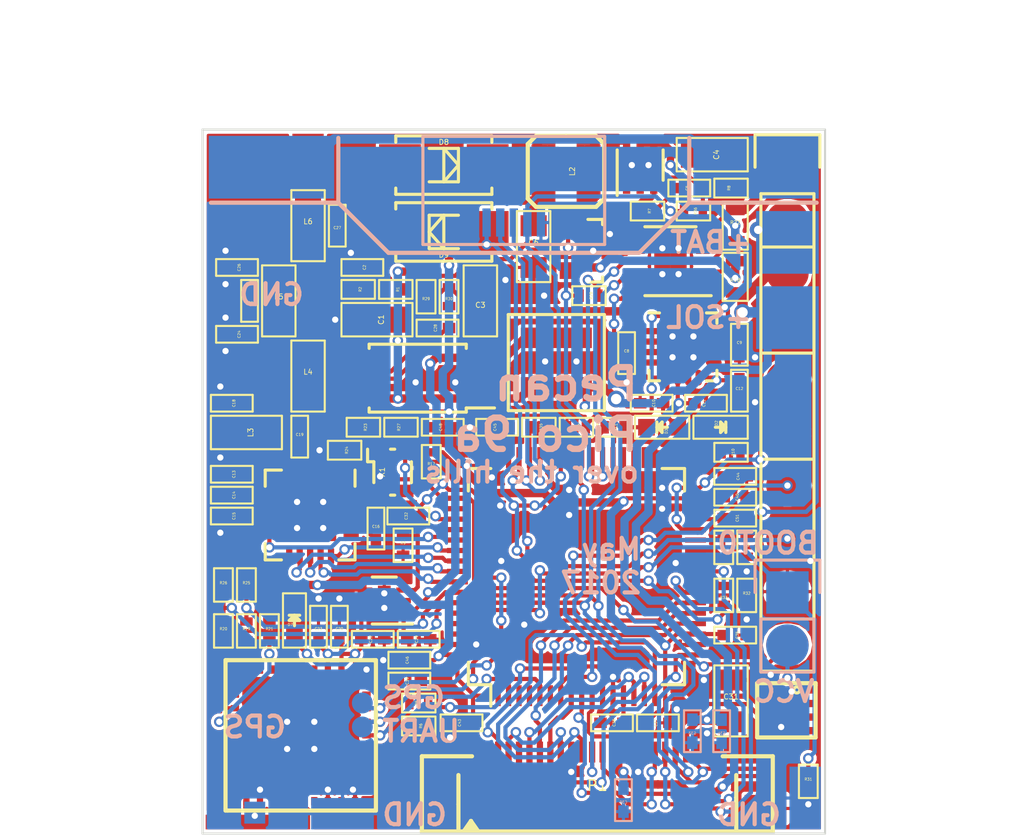
<source format=kicad_pcb>
(kicad_pcb (version 4) (host pcbnew 4.0.2+dfsg1-stable)
  (layers (0 F.Cu signal) (31 B.Cu signal) (34 B.Paste user) (35 F.Paste user) (36 B.SilkS user) (37 F.SilkS user) (38 B.Mask user) (39 F.Mask user) (44 Edge.Cuts user))
  (net 0 "")
  (net 1 +1V8)
  (net 2 GND)
  (net 3 /CLOCK_26M)
  (net 4 +SOL)
  (net 5 "Net-(C2-Pad1)")
  (net 6 "Net-(C5-Pad2)")
  (net 7 +3V3)
  (net 8 VDDA)
  (net 9 +1V35)
  (net 10 "Net-(C16-Pad2)")
  (net 11 "Net-(C19-Pad1)")
  (net 12 "Net-(C19-Pad2)")
  (net 13 "Net-(C28-Pad2)")
  (net 14 "Net-(C32-Pad2)")
  (net 15 +OSC)
  (net 16 "Net-(IC1-Pad3)")
  (net 17 /RADIO_SDN)
  (net 18 /RADIO_GPIO1)
  (net 19 /SPI_SCK)
  (net 20 /SPI_MISO)
  (net 21 /SPI_MOSI)
  (net 22 /RADIO_CS)
  (net 23 /I2C_SDA)
  (net 24 /CAM_D6)
  (net 25 /CAM_D9)
  (net 26 /CAM_D8)
  (net 27 /SWD_NRST)
  (net 28 /ADC_VSOL)
  (net 29 /ADC_VBAT)
  (net 30 /GPS_RXD)
  (net 31 /GPS_TXD)
  (net 32 /IO_TXD)
  (net 33 /I2C_SCL)
  (net 34 /SWD_SWCLK)
  (net 35 /SWD_SWDIO)
  (net 36 /CAM_XCLK)
  (net 37 /CAM_D3)
  (net 38 /CAM_D2)
  (net 39 /CAM_D4)
  (net 40 /CAM_D5)
  (net 41 /CAM_D7)
  (net 42 /SENSE_SOL-)
  (net 43 +BATT)
  (net 44 "Net-(D7-Pad1)")
  (net 45 "Net-(IC2-Pad1)")
  (net 46 /CAM_EN)
  (net 47 "Net-(IC6-Pad1)")
  (net 48 /GPS_RESET)
  (net 49 "Net-(IC6-Pad29)")
  (net 50 "Net-(IC6-Pad30)")
  (net 51 /USB_D-)
  (net 52 /USB_D+)
  (net 53 /SOL_SHORT_EN)
  (net 54 "Net-(C28-Pad1)")
  (net 55 "Net-(D8-Pad2)")
  (net 56 /ADC_VUSB)
  (net 57 "Net-(W6-Pad1)")
  (net 58 /BOOT0)
  (net 59 /V_BOOST)
  (net 60 /USB_VUSB)
  (net 61 /BATT_CONN)
  (net 62 "Net-(C24-Pad1)")
  (net 63 /VCC_GPS)
  (net 64 VDD)
  (net 65 "Net-(C25-Pad2)")
  (net 66 "Net-(C27-Pad2)")
  (net 67 "Net-(C51-Pad2)")
  (net 68 "Net-(R23-Pad2)")
  (net 69 "Net-(IC6-Pad31)")
  (net 70 /IO_LED2)
  (net 71 /IO_LED3)
  (net 72 /GPS_EN)
  (net 73 /CAM_RESET)
  (net 74 /CAM_HREF)
  (net 75 /CAM_VSYNC)
  (net 76 /CAM_PCLK)
  (net 77 "Net-(D3-Pad1)")
  (net 78 "Net-(D2-Pad1)")
  (module stm32f7:SOT-23 (layer F.Cu) (at 65.6 96.7 270)
    (fp_text reference Q1 hide)
    (fp_text value FDN306P hide)
    (pad 1 smd rect (at -0.95 1.00076 270) (size 0.8001 0.8001) (layers F.Cu F.Paste F.Mask) (net 53 /SOL_SHORT_EN))
    (pad 3 smd rect (at 0.95 1.00076 270) (size 0.8001 0.8001) (layers F.Cu F.Paste F.Mask) (net 42 /SENSE_SOL-))
    (pad 2 smd rect (at 0 -0.99822 270) (size 0.8001 0.8001) (layers F.Cu F.Paste F.Mask) (net 2 GND))
  )
  (module stm32f7:FFC1x24_0.5mm (layer F.Cu) (at 66 120.7)
    (fp_text reference P1 (at 0 1.6) (layer F.SilkS) (effects (font (size 0.5 0.5) (thickness 0.075))))
    (fp_text value CONN_01X25 hide)
    (pad 1 smd rect (at -5.75 0) (size 0.3 1) (layers F.Cu F.Paste F.Mask))
    (pad 2 smd rect (at -5.25 0) (size 0.3 1) (layers F.Cu F.Paste F.Mask))
    (pad 3 smd rect (at -4.75 0) (size 0.3 1) (layers F.Cu F.Paste F.Mask) (net 39 /CAM_D4))
    (pad 4 smd rect (at -4.25 0) (size 0.3 1) (layers F.Cu F.Paste F.Mask) (net 37 /CAM_D3))
    (pad 5 smd rect (at -3.75 0) (size 0.3 1) (layers F.Cu F.Paste F.Mask) (net 40 /CAM_D5))
    (pad 6 smd rect (at -3.25 0) (size 0.3 1) (layers F.Cu F.Paste F.Mask) (net 38 /CAM_D2))
    (pad 7 smd rect (at -2.75 0) (size 0.3 1) (layers F.Cu F.Paste F.Mask) (net 24 /CAM_D6))
    (pad 8 smd rect (at -2.25 0) (size 0.3 1) (layers F.Cu F.Paste F.Mask) (net 76 /CAM_PCLK))
    (pad 9 smd rect (at -1.75 0) (size 0.3 1) (layers F.Cu F.Paste F.Mask) (net 41 /CAM_D7))
    (pad 10 smd rect (at -1.25 0) (size 0.3 1) (layers F.Cu F.Paste F.Mask) (net 2 GND))
    (pad 11 smd rect (at -0.75 0) (size 0.3 1) (layers F.Cu F.Paste F.Mask) (net 26 /CAM_D8))
    (pad 12 smd rect (at -0.25 0) (size 0.3 1) (layers F.Cu F.Paste F.Mask) (net 36 /CAM_XCLK))
    (pad 13 smd rect (at 0.25 0) (size 0.3 1) (layers F.Cu F.Paste F.Mask) (net 25 /CAM_D9))
    (pad 14 smd rect (at 0.75 0) (size 0.3 1) (layers F.Cu F.Paste F.Mask) (net 9 +1V35))
    (pad 15 smd rect (at 1.25 0) (size 0.3 1) (layers F.Cu F.Paste F.Mask) (net 9 +1V35))
    (pad 16 smd rect (at 1.75 0) (size 0.3 1) (layers F.Cu F.Paste F.Mask) (net 74 /CAM_HREF))
    (pad 17 smd rect (at 2.25 0) (size 0.3 1) (layers F.Cu F.Paste F.Mask) (net 2 GND))
    (pad 18 smd rect (at 2.75 0) (size 0.3 1) (layers F.Cu F.Paste F.Mask) (net 75 /CAM_VSYNC))
    (pad 19 smd rect (at 3.25 0) (size 0.3 1) (layers F.Cu F.Paste F.Mask) (net 73 /CAM_RESET))
    (pad 20 smd rect (at 3.75 0) (size 0.3 1) (layers F.Cu F.Paste F.Mask) (net 33 /I2C_SCL))
    (pad 21 smd rect (at 4.25 0) (size 0.3 1) (layers F.Cu F.Paste F.Mask) (net 8 VDDA))
    (pad 22 smd rect (at 4.75 0) (size 0.3 1) (layers F.Cu F.Paste F.Mask) (net 23 /I2C_SDA))
    (pad 23 smd rect (at 5.25 0) (size 0.3 1) (layers F.Cu F.Paste F.Mask) (net 2 GND))
    (pad 24 smd rect (at 5.75 0) (size 0.3 1) (layers F.Cu F.Paste F.Mask))
    (pad 25 smd rect (at -8.05 2.7) (size 2 1.3) (layers F.Cu F.Paste F.Mask) (net 2 GND))
    (pad 25 smd rect (at 8.05 2.7) (size 2 1.3) (layers F.Cu F.Paste F.Mask) (net 2 GND))
  )
  (module stm32f7:EVA7M (layer F.Cu) (at 51.8 119.9 90)
    (fp_text reference IC6 hide)
    (fp_text value EVA-7M)
    (pad 1 smd rect (at -3.15 -2.6 90) (size 0.4 0.3) (layers F.Cu F.Paste F.Mask) (net 47 "Net-(IC6-Pad1)"))
    (pad 2 smd rect (at -3.15 -1.95 90) (size 0.4 0.3) (layers F.Cu F.Paste F.Mask) (net 2 GND))
    (pad 3 smd rect (at -3.15 -1.3 90) (size 0.4 0.3) (layers F.Cu F.Paste F.Mask))
    (pad 4 smd rect (at -3.15 -0.65 90) (size 0.4 0.3) (layers F.Cu F.Paste F.Mask))
    (pad 5 smd rect (at -3.15 0 90) (size 0.4 0.3) (layers F.Cu F.Paste F.Mask))
    (pad 6 smd rect (at -3.15 0.65 90) (size 0.4 0.3) (layers F.Cu F.Paste F.Mask))
    (pad 7 smd rect (at -3.15 1.3 90) (size 0.4 0.3) (layers F.Cu F.Paste F.Mask) (net 2 GND))
    (pad 8 smd rect (at -3.15 1.95 90) (size 0.4 0.3) (layers F.Cu F.Paste F.Mask))
    (pad 9 smd rect (at -3.15 2.6 90) (size 0.4 0.3) (layers F.Cu F.Paste F.Mask) (net 2 GND))
    (pad 11 smd rect (at -1.95 3.15 90) (size 0.3 0.4) (layers F.Cu F.Paste F.Mask))
    (pad 12 smd rect (at -1.3 3.15 90) (size 0.3 0.4) (layers F.Cu F.Paste F.Mask))
    (pad 13 smd rect (at -0.65 3.15 90) (size 0.3 0.4) (layers F.Cu F.Paste F.Mask))
    (pad 14 smd rect (at 0 3.15 90) (size 0.3 0.4) (layers F.Cu F.Paste F.Mask) (net 48 /GPS_RESET))
    (pad 15 smd rect (at 0.65 3.15 90) (size 0.3 0.4) (layers F.Cu F.Paste F.Mask) (net 31 /GPS_TXD))
    (pad 16 smd rect (at 1.3 3.15 90) (size 0.3 0.4) (layers F.Cu F.Paste F.Mask) (net 30 /GPS_RXD))
    (pad 17 smd rect (at 1.95 3.15 90) (size 0.3 0.4) (layers F.Cu F.Paste F.Mask))
    (pad 18 smd rect (at 2.6 3.15 90) (size 0.3 0.4) (layers F.Cu F.Paste F.Mask) (net 2 GND))
    (pad 19 smd rect (at 3.15 2.6 90) (size 0.4 0.3) (layers F.Cu F.Paste F.Mask) (net 63 /VCC_GPS))
    (pad 10 smd rect (at -2.6 3.15 90) (size 0.3 0.4) (layers F.Cu F.Paste F.Mask))
    (pad 20 smd rect (at 3.15 1.95 90) (size 0.4 0.3) (layers F.Cu F.Paste F.Mask) (net 63 /VCC_GPS))
    (pad 21 smd rect (at 3.15 1.3 90) (size 0.4 0.3) (layers F.Cu F.Paste F.Mask) (net 1 +1V8))
    (pad 22 smd rect (at 3.15 0.65 90) (size 0.4 0.3) (layers F.Cu F.Paste F.Mask))
    (pad 23 smd rect (at 3.15 0 90) (size 0.4 0.3) (layers F.Cu F.Paste F.Mask))
    (pad 24 smd rect (at 3.15 -0.65 90) (size 0.4 0.3) (layers F.Cu F.Paste F.Mask))
    (pad 25 smd rect (at 3.15 -1.3 90) (size 0.4 0.3) (layers F.Cu F.Paste F.Mask))
    (pad 26 smd rect (at 3.15 -1.95 90) (size 0.4 0.3) (layers F.Cu F.Paste F.Mask))
    (pad 27 smd rect (at 3.15 -2.6 90) (size 0.4 0.3) (layers F.Cu F.Paste F.Mask))
    (pad 28 smd rect (at 2.6 -3.15 90) (size 0.3 0.4) (layers F.Cu F.Paste F.Mask))
    (pad 29 smd rect (at 1.95 -3.15 90) (size 0.3 0.4) (layers F.Cu F.Paste F.Mask) (net 49 "Net-(IC6-Pad29)"))
    (pad 30 smd rect (at 1.3 -3.15 90) (size 0.3 0.4) (layers F.Cu F.Paste F.Mask) (net 50 "Net-(IC6-Pad30)"))
    (pad 31 smd rect (at 0.65 -3.15 90) (size 0.3 0.4) (layers F.Cu F.Paste F.Mask) (net 69 "Net-(IC6-Pad31)"))
    (pad 32 smd rect (at 0 -3.15 90) (size 0.3 0.4) (layers F.Cu F.Paste F.Mask))
    (pad 33 smd rect (at -0.65 -3.15 90) (size 0.3 0.4) (layers F.Cu F.Paste F.Mask))
    (pad 34 smd rect (at -1.3 -3.15 90) (size 0.3 0.4) (layers F.Cu F.Paste F.Mask))
    (pad 35 smd rect (at -1.95 -3.15 90) (size 0.3 0.4) (layers F.Cu F.Paste F.Mask))
    (pad 36 smd rect (at -2.6 -3.15 90) (size 0.3 0.4) (layers F.Cu F.Paste F.Mask))
    (pad 37 smd rect (at 0 0 90) (size 0.5 0.5) (layers F.Cu F.Paste F.Mask) (net 2 GND))
    (pad 37 smd rect (at -1.3 0 90) (size 0.5 0.5) (layers F.Cu F.Paste F.Mask) (net 2 GND))
    (pad 37 smd rect (at 0 -1.3 90) (size 0.5 0.5) (layers F.Cu F.Paste F.Mask) (net 2 GND))
    (pad 37 smd rect (at -1.3 -1.3 90) (size 0.5 0.5) (layers F.Cu F.Paste F.Mask) (net 2 GND))
    (pad 37 smd rect (at 0 1.3 90) (size 0.5 0.5) (layers F.Cu F.Paste F.Mask) (net 2 GND))
    (pad 37 smd rect (at -1.3 1.3 90) (size 0.5 0.5) (layers F.Cu F.Paste F.Mask) (net 2 GND))
    (pad 37 smd rect (at 1.3 1.3 90) (size 0.5 0.5) (layers F.Cu F.Paste F.Mask) (net 2 GND))
  )
  (module stm32f7:C_0402 (layer F.Cu) (at 72.6 115.1 180)
    (fp_text reference C35 (at -0.1 0 270) (layer F.SilkS) (effects (font (size 0.127 0.127) (thickness 0.01875))))
    (fp_text value 100n)
    (pad 1 smd rect (at -0.55 0 180) (size 0.6 0.5) (layers F.Cu F.Paste F.Mask) (net 2 GND))
    (pad 2 smd rect (at 0.55 0 180) (size 0.6 0.5) (layers F.Cu F.Paste F.Mask) (net 1 +1V8))
  )
  (module stm32f7:R_0402 (layer F.Cu) (at 54.55 98.55 180)
    (fp_text reference R2 (at -0.1 0 270) (layer F.SilkS) (effects (font (size 0.127 0.127) (thickness 0.01875))))
    (fp_text value 100k)
    (pad 1 smd rect (at -0.45 0 180) (size 0.4 0.6) (layers F.Cu F.Paste F.Mask) (net 5 "Net-(C2-Pad1)"))
    (pad 2 smd rect (at 0.45 0 180) (size 0.4 0.6) (layers F.Cu F.Paste F.Mask) (net 2 GND))
  )
  (module stm32f7:RFN1L7S (layer F.Cu) (at 58.65 95.8 90)
    (fp_text reference D9 (at -1.1 0 180) (layer F.SilkS) (effects (font (size 0.25 0.25) (thickness 0.0375))))
    (fp_text value RFN1L7STE25)
    (pad 1 smd rect (at 0 -2.1 90) (size 2 2) (layers F.Cu F.Paste F.Mask) (net 55 "Net-(D8-Pad2)"))
    (pad 2 smd rect (at 0 2.1 90) (size 2 2) (layers F.Cu F.Paste F.Mask) (net 60 /USB_VUSB))
  )
  (module Housings_DFN_QFN:QFN-16-1EP_3x3mm_Pitch0.5mm (layer F.Cu) (at 70.1 101.3)
    (fp_text reference IC3 hide)
    (fp_text value ADP322ACPZ-115-R7 hide)
    (pad 1 smd oval (at -1.475 -0.75) (size 0.75 0.3) (layers F.Cu F.Paste F.Mask) (net 64 VDD))
    (pad 2 smd oval (at -1.475 -0.25) (size 0.75 0.3) (layers F.Cu F.Paste F.Mask) (net 64 VDD))
    (pad 3 smd oval (at -1.475 0.25) (size 0.75 0.3) (layers F.Cu F.Paste F.Mask) (net 64 VDD))
    (pad 4 smd oval (at -1.475 0.75) (size 0.75 0.3) (layers F.Cu F.Paste F.Mask))
    (pad 5 smd oval (at -0.75 1.475 90) (size 0.75 0.3) (layers F.Cu F.Paste F.Mask) (net 7 +3V3))
    (pad 6 smd oval (at -0.25 1.475 90) (size 0.75 0.3) (layers F.Cu F.Paste F.Mask) (net 8 VDDA))
    (pad 7 smd oval (at 0.25 1.475 90) (size 0.75 0.3) (layers F.Cu F.Paste F.Mask))
    (pad 8 smd oval (at 0.75 1.475 90) (size 0.75 0.3) (layers F.Cu F.Paste F.Mask) (net 9 +1V35))
    (pad 9 smd oval (at 1.475 0.75) (size 0.75 0.3) (layers F.Cu F.Paste F.Mask))
    (pad 10 smd oval (at 1.475 0.25) (size 0.75 0.3) (layers F.Cu F.Paste F.Mask) (net 64 VDD))
    (pad 11 smd oval (at 1.475 -0.25) (size 0.75 0.3) (layers F.Cu F.Paste F.Mask))
    (pad 12 smd oval (at 1.475 -0.75) (size 0.75 0.3) (layers F.Cu F.Paste F.Mask) (net 2 GND))
    (pad 13 smd oval (at 0.75 -1.475 90) (size 0.75 0.3) (layers F.Cu F.Paste F.Mask))
    (pad 14 smd oval (at 0.25 -1.475 90) (size 0.75 0.3) (layers F.Cu F.Paste F.Mask))
    (pad 15 smd oval (at -0.25 -1.475 90) (size 0.75 0.3) (layers F.Cu F.Paste F.Mask) (net 46 /CAM_EN))
    (pad 16 smd oval (at -0.75 -1.475 90) (size 0.75 0.3) (layers F.Cu F.Paste F.Mask) (net 46 /CAM_EN))
    (pad 17 smd rect (at 0.45 0.45) (size 0.9 0.9) (layers F.Cu F.Paste F.Mask) (net 2 GND))
    (pad 17 smd rect (at 0.45 -0.45) (size 0.9 0.9) (layers F.Cu F.Paste F.Mask) (net 2 GND))
    (pad 17 smd rect (at -0.45 0.45) (size 0.9 0.9) (layers F.Cu F.Paste F.Mask) (net 2 GND))
    (pad 17 smd rect (at -0.45 -0.45) (size 0.9 0.9) (layers F.Cu F.Paste F.Mask) (net 2 GND))
  )
  (module stm32f7:C_0402 (layer F.Cu) (at 67.4 101.6 270)
    (fp_text reference C8 (at -0.1 0 360) (layer F.SilkS) (effects (font (size 0.127 0.127) (thickness 0.01875))))
    (fp_text value 2u2)
    (pad 1 smd rect (at -0.55 0 270) (size 0.6 0.5) (layers F.Cu F.Paste F.Mask) (net 64 VDD))
    (pad 2 smd rect (at 0.55 0 270) (size 0.6 0.5) (layers F.Cu F.Paste F.Mask) (net 2 GND))
  )
  (module stm32f7:tcxo (layer F.Cu) (at 56.2 107.3 270)
    (fp_text reference X1 (at 0 0.5 270) (layer F.SilkS) (effects (font (size 0.25 0.25) (thickness 0.0375))))
    (fp_text value KT2016K26000BCW18ZAS)
    (pad 3 smd rect (at 0.9 -0.6 270) (size 0.6 0.8) (layers F.Cu F.Paste F.Mask) (net 3 /CLOCK_26M))
    (pad 2 smd rect (at 0.9 0.6 270) (size 0.6 0.8) (layers F.Cu F.Paste F.Mask) (net 2 GND))
    (pad 4 smd rect (at -0.9 -0.6 270) (size 0.6 0.8) (layers F.Cu F.Paste F.Mask) (net 15 +OSC))
    (pad 1 smd rect (at -0.9 0.6 270) (size 0.6 0.8) (layers F.Cu F.Paste F.Mask) (net 68 "Net-(R23-Pad2)"))
  )
  (module stm32f7:USB_Micro-B_SMD (layer B.Cu) (at 62 93.8)
    (fp_text reference P3 hide)
    (fp_text value "ZX62-B-5PA(33)" hide)
    (pad 1 smd rect (at -1.3 1.55 270) (size 1.35 0.4) (layers B.Cu B.Paste B.Mask) (net 60 /USB_VUSB))
    (pad 2 smd rect (at -0.65 1.55 270) (size 1.35 0.4) (layers B.Cu B.Paste B.Mask) (net 51 /USB_D-))
    (pad 3 smd rect (at 0 1.55 270) (size 1.35 0.4) (layers B.Cu B.Paste B.Mask) (net 52 /USB_D+))
    (pad 4 smd rect (at 0.65 1.55 270) (size 1.35 0.4) (layers B.Cu B.Paste B.Mask) (net 59 /V_BOOST))
    (pad 5 smd rect (at 1.3 1.55 270) (size 1.35 0.4) (layers B.Cu B.Paste B.Mask) (net 2 GND))
    (pad 6 smd rect (at 3.1 1.425) (size 2.1 1.6) (layers B.Cu B.Paste B.Mask) (net 2 GND))
    (pad 6 smd rect (at -3.1 1.425) (size 2.1 1.6) (layers B.Cu B.Paste B.Mask) (net 2 GND))
    (pad 6 smd rect (at -1.2 -1.125) (size 1.9 1.9) (layers B.Cu B.Paste B.Mask) (net 2 GND))
    (pad 6 smd rect (at 1.2 -1.125) (size 1.9 1.9) (layers B.Cu B.Paste B.Mask) (net 2 GND))
    (pad 6 smd rect (at -4 -1.125) (size 1.8 1.9) (layers B.Cu B.Paste B.Mask) (net 2 GND))
    (pad 6 smd rect (at 4 -1.125) (size 1.8 1.9) (layers B.Cu B.Paste B.Mask) (net 2 GND))
  )
  (module stm32f7:C_0805 (layer F.Cu) (at 72.4 118.25 270)
    (fp_text reference C31 (at -0.2 0 360) (layer F.SilkS) (effects (font (size 0.25 0.25) (thickness 0.0375))))
    (fp_text value 22u)
    (pad 1 smd rect (at -1 0 270) (size 1 1.25) (layers F.Cu F.Paste F.Mask) (net 2 GND))
    (pad 2 smd rect (at 1 0 270) (size 1 1.25) (layers F.Cu F.Paste F.Mask) (net 8 VDDA))
  )
  (module stm32f7:R_0402 (layer F.Cu) (at 57.8 98.9 90)
    (fp_text reference R29 (at -0.1 0 180) (layer F.SilkS) (effects (font (size 0.127 0.127) (thickness 0.01875))))
    (fp_text value 1k)
    (pad 1 smd rect (at -0.45 0 90) (size 0.4 0.6) (layers F.Cu F.Paste F.Mask) (net 54 "Net-(C28-Pad1)"))
    (pad 2 smd rect (at 0.45 0 90) (size 0.4 0.6) (layers F.Cu F.Paste F.Mask) (net 43 +BATT))
  )
  (module Housings_DFN_QFN:QFN-20-1EP_4x4mm_Pitch0.5mm (layer F.Cu) (at 52.25 109.35 270)
    (fp_text reference IC4 hide)
    (fp_text value Si4063-B1B-FM hide)
    (pad 1 smd rect (at -1.965 -1 270) (size 0.73 0.3) (layers F.Cu F.Paste F.Mask) (net 17 /RADIO_SDN))
    (pad 2 smd rect (at -1.965 -0.5 270) (size 0.73 0.3) (layers F.Cu F.Paste F.Mask))
    (pad 3 smd rect (at -1.965 0 270) (size 0.73 0.3) (layers F.Cu F.Paste F.Mask))
    (pad 4 smd rect (at -1.965 0.5 270) (size 0.73 0.3) (layers F.Cu F.Paste F.Mask) (net 12 "Net-(C19-Pad2)"))
    (pad 5 smd rect (at -1.965 1 270) (size 0.73 0.3) (layers F.Cu F.Paste F.Mask))
    (pad 6 smd rect (at -1 1.965) (size 0.73 0.3) (layers F.Cu F.Paste F.Mask) (net 1 +1V8))
    (pad 7 smd rect (at -0.5 1.965) (size 0.73 0.3) (layers F.Cu F.Paste F.Mask))
    (pad 8 smd rect (at 0 1.965) (size 0.73 0.3) (layers F.Cu F.Paste F.Mask) (net 1 +1V8))
    (pad 9 smd rect (at 0.5 1.965) (size 0.73 0.3) (layers F.Cu F.Paste F.Mask))
    (pad 10 smd rect (at 1 1.965) (size 0.73 0.3) (layers F.Cu F.Paste F.Mask) (net 18 /RADIO_GPIO1))
    (pad 11 smd rect (at 1.965 1 270) (size 0.73 0.3) (layers F.Cu F.Paste F.Mask))
    (pad 12 smd rect (at 1.965 0.5 270) (size 0.73 0.3) (layers F.Cu F.Paste F.Mask) (net 19 /SPI_SCK))
    (pad 13 smd rect (at 1.965 0 270) (size 0.73 0.3) (layers F.Cu F.Paste F.Mask) (net 20 /SPI_MISO))
    (pad 14 smd rect (at 1.965 -0.5 270) (size 0.73 0.3) (layers F.Cu F.Paste F.Mask) (net 21 /SPI_MOSI))
    (pad 15 smd rect (at 1.965 -1 270) (size 0.73 0.3) (layers F.Cu F.Paste F.Mask) (net 22 /RADIO_CS))
    (pad 16 smd rect (at 1 -1.965) (size 0.73 0.3) (layers F.Cu F.Paste F.Mask))
    (pad 17 smd rect (at 0.5 -1.965) (size 0.73 0.3) (layers F.Cu F.Paste F.Mask) (net 10 "Net-(C16-Pad2)"))
    (pad 18 smd rect (at 0 -1.965) (size 0.73 0.3) (layers F.Cu F.Paste F.Mask) (net 2 GND))
    (pad 19 smd rect (at -0.5 -1.965) (size 0.73 0.3) (layers F.Cu F.Paste F.Mask))
    (pad 20 smd rect (at -1 -1.965) (size 0.73 0.3) (layers F.Cu F.Paste F.Mask))
    (pad 21 smd rect (at 0.625 0.625 270) (size 1.25 1.25) (layers F.Cu F.Paste F.Mask) (net 2 GND))
    (pad 21 smd rect (at 0.625 -0.625 270) (size 1.25 1.25) (layers F.Cu F.Paste F.Mask) (net 2 GND))
    (pad 21 smd rect (at -0.625 0.625 270) (size 1.25 1.25) (layers F.Cu F.Paste F.Mask) (net 2 GND))
    (pad 21 smd rect (at -0.625 -0.625 270) (size 1.25 1.25) (layers F.Cu F.Paste F.Mask) (net 2 GND))
  )
  (module stm32f7:C_0402 (layer F.Cu) (at 52.65 114.7 90)
    (fp_text reference C23 (at -0.1 0 180) (layer F.SilkS) (effects (font (size 0.127 0.127) (thickness 0.01875))))
    (fp_text value 100n)
    (pad 1 smd rect (at -0.55 0 90) (size 0.6 0.5) (layers F.Cu F.Paste F.Mask) (net 1 +1V8))
    (pad 2 smd rect (at 0.55 0 90) (size 0.6 0.5) (layers F.Cu F.Paste F.Mask) (net 2 GND))
  )
  (module stm32f7:R_0402 (layer F.Cu) (at 53.9 106.25 180)
    (fp_text reference R24 (at -0.1 0 270) (layer F.SilkS) (effects (font (size 0.127 0.127) (thickness 0.01875))))
    (fp_text value 100k)
    (pad 1 smd rect (at -0.45 0 180) (size 0.4 0.6) (layers F.Cu F.Paste F.Mask) (net 68 "Net-(R23-Pad2)"))
    (pad 2 smd rect (at 0.45 0 180) (size 0.4 0.6) (layers F.Cu F.Paste F.Mask) (net 2 GND))
  )
  (module stm32f7:R_0603 (layer F.Cu) (at 72.6 95.5 270)
    (fp_text reference R22 (at -0.15 0 540) (layer F.SilkS) (effects (font (size 0.166 0.166) (thickness 0.025))))
    (fp_text value 0R1)
    (pad 1 smd rect (at -0.75 0 270) (size 0.5 0.9) (layers F.Cu F.Paste F.Mask) (net 43 +BATT))
    (pad 2 smd rect (at 0.75 0 270) (size 0.5 0.9) (layers F.Cu F.Paste F.Mask) (net 64 VDD))
  )
  (module stm32f7:PAD_6x3 (layer B.Cu) (at 50.4 96.3)
    (fp_text reference W10 hide)
    (fp_text value Pad hide)
    (pad 1 smd rect (at 0 0) (size 6 3) (layers B.Cu B.Mask) (net 2 GND))
  )
  (module stm32f7:C_0402 (layer F.Cu) (at 57.45 115.3)
    (fp_text reference C29 (at -0.1 0 90) (layer F.SilkS) (effects (font (size 0.127 0.127) (thickness 0.01875))))
    (fp_text value 100n)
    (pad 1 smd rect (at -0.55 0) (size 0.6 0.5) (layers F.Cu F.Paste F.Mask) (net 64 VDD))
    (pad 2 smd rect (at 0.55 0) (size 0.6 0.5) (layers F.Cu F.Paste F.Mask) (net 2 GND))
  )
  (module Housings_SSOP:TSSOP-8_4.4x3mm_Pitch0.65mm (layer F.Cu) (at 57.4 102.8 180)
    (fp_text reference IC1 hide)
    (fp_text value SPV1040T hide)
    (pad 1 smd rect (at -2.95 -0.975 180) (size 1.45 0.45) (layers F.Cu F.Paste F.Mask) (net 4 +SOL))
    (pad 2 smd rect (at -2.95 -0.325 180) (size 1.45 0.45) (layers F.Cu F.Paste F.Mask) (net 2 GND))
    (pad 3 smd rect (at -2.95 0.325 180) (size 1.45 0.45) (layers F.Cu F.Paste F.Mask) (net 16 "Net-(IC1-Pad3)"))
    (pad 4 smd rect (at -2.95 0.975 180) (size 1.45 0.45) (layers F.Cu F.Paste F.Mask) (net 64 VDD))
    (pad 5 smd rect (at 2.95 0.975 180) (size 1.45 0.45) (layers F.Cu F.Paste F.Mask) (net 5 "Net-(C2-Pad1)"))
    (pad 6 smd rect (at 2.95 0.325 180) (size 1.45 0.45) (layers F.Cu F.Paste F.Mask) (net 54 "Net-(C28-Pad1)"))
    (pad 7 smd rect (at 2.95 -0.325 180) (size 1.45 0.45) (layers F.Cu F.Paste F.Mask) (net 13 "Net-(C28-Pad2)"))
    (pad 8 smd rect (at 2.95 -0.975 180) (size 1.45 0.45) (layers F.Cu F.Paste F.Mask) (net 4 +SOL))
  )
  (module stm32f7:C_0402 (layer F.Cu) (at 56.95 109.4)
    (fp_text reference C32 (at -0.1 0 90) (layer F.SilkS) (effects (font (size 0.127 0.127) (thickness 0.01875))))
    (fp_text value 10n)
    (pad 1 smd rect (at -0.55 0) (size 0.6 0.5) (layers F.Cu F.Paste F.Mask) (net 3 /CLOCK_26M))
    (pad 2 smd rect (at 0.55 0) (size 0.6 0.5) (layers F.Cu F.Paste F.Mask) (net 14 "Net-(C32-Pad2)"))
  )
  (module stm32f7:BME280 (layer F.Cu) (at 75.05 118.7)
    (fp_text reference IC9 hide)
    (fp_text value BME280 hide)
    (pad 8 smd rect (at -1.025 -0.975) (size 0.5 0.35) (layers F.Cu F.Paste F.Mask) (net 1 +1V8))
    (pad 7 smd rect (at -1.025 -0.325) (size 0.5 0.35) (layers F.Cu F.Paste F.Mask) (net 2 GND))
    (pad 6 smd rect (at -1.025 0.325) (size 0.5 0.35) (layers F.Cu F.Paste F.Mask) (net 1 +1V8))
    (pad 5 smd rect (at -1.025 0.975) (size 0.5 0.35) (layers F.Cu F.Paste F.Mask) (net 1 +1V8))
    (pad 1 smd rect (at 1.025 -0.975) (size 0.5 0.35) (layers F.Cu F.Paste F.Mask) (net 2 GND))
    (pad 2 smd rect (at 1.025 -0.325) (size 0.5 0.35) (layers F.Cu F.Paste F.Mask) (net 1 +1V8))
    (pad 3 smd rect (at 1.025 0.325) (size 0.5 0.35) (layers F.Cu F.Paste F.Mask) (net 23 /I2C_SDA))
    (pad 4 smd rect (at 1.025 0.975) (size 0.5 0.35) (layers F.Cu F.Paste F.Mask) (net 33 /I2C_SCL))
  )
  (module stm32f7:R_0402 (layer F.Cu) (at 58.05 106.8 90)
    (fp_text reference R17 (at -0.1 0 180) (layer F.SilkS) (effects (font (size 0.127 0.127) (thickness 0.01875))))
    (fp_text value 100k)
    (pad 1 smd rect (at -0.45 0 90) (size 0.4 0.6) (layers F.Cu F.Paste F.Mask) (net 17 /RADIO_SDN))
    (pad 2 smd rect (at 0.45 0 90) (size 0.4 0.6) (layers F.Cu F.Paste F.Mask) (net 1 +1V8))
  )
  (module stm32f7:R_0402 (layer F.Cu) (at 72.4 93.7)
    (fp_text reference R8 (at -0.1 0 90) (layer F.SilkS) (effects (font (size 0.127 0.127) (thickness 0.01875))))
    (fp_text value 249k)
    (pad 1 smd rect (at -0.45 0) (size 0.4 0.6) (layers F.Cu F.Paste F.Mask) (net 6 "Net-(C5-Pad2)"))
    (pad 2 smd rect (at 0.45 0) (size 0.4 0.6) (layers F.Cu F.Paste F.Mask) (net 2 GND))
  )
  (module stm32f7:C_0402 (layer F.Cu) (at 70.4 93.7)
    (fp_text reference C5 (at -0.1 0 90) (layer F.SilkS) (effects (font (size 0.127 0.127) (thickness 0.01875))))
    (fp_text value 22p)
    (pad 1 smd rect (at -0.55 0) (size 0.6 0.5) (layers F.Cu F.Paste F.Mask) (net 1 +1V8))
    (pad 2 smd rect (at 0.55 0) (size 0.6 0.5) (layers F.Cu F.Paste F.Mask) (net 6 "Net-(C5-Pad2)"))
  )
  (module stm32f7:PAD_6x3 (layer B.Cu) (at 73.6 92.7 180)
    (fp_text reference W6 hide)
    (fp_text value Pad hide)
    (pad 1 smd rect (at 0 0 180) (size 6 3) (layers B.Cu B.Mask) (net 57 "Net-(W6-Pad1)"))
  )
  (module stm32f7:C_0805 (layer F.Cu) (at 55.45 100 180)
    (fp_text reference C1 (at -0.2 0 270) (layer F.SilkS) (effects (font (size 0.25 0.25) (thickness 0.0375))))
    (fp_text value 22u)
    (pad 1 smd rect (at -1 0 180) (size 1 1.25) (layers F.Cu F.Paste F.Mask) (net 4 +SOL))
    (pad 2 smd rect (at 1 0 180) (size 1 1.25) (layers F.Cu F.Paste F.Mask) (net 2 GND))
  )
  (module Housings_DFN_QFN:DFN-10-1EP_3x3mm_Pitch0.5mm (layer F.Cu) (at 69.5 97.2 180)
    (fp_text reference IC7 hide)
    (fp_text value PAC1720-1-AIA-TR hide)
    (pad 1 smd rect (at -1.55 -1 180) (size 0.65 0.3) (layers F.Cu F.Paste F.Mask) (net 4 +SOL))
    (pad 2 smd rect (at -1.55 -0.5 180) (size 0.65 0.3) (layers F.Cu F.Paste F.Mask) (net 42 /SENSE_SOL-))
    (pad 3 smd rect (at -1.55 0 180) (size 0.65 0.3) (layers F.Cu F.Paste F.Mask) (net 64 VDD))
    (pad 4 smd rect (at -1.55 0.5 180) (size 0.65 0.3) (layers F.Cu F.Paste F.Mask) (net 43 +BATT))
    (pad 5 smd rect (at -1.55 1 180) (size 0.65 0.3) (layers F.Cu F.Paste F.Mask) (net 2 GND))
    (pad 6 smd rect (at 1.55 1 180) (size 0.65 0.3) (layers F.Cu F.Paste F.Mask) (net 2 GND))
    (pad 7 smd rect (at 1.55 0.5 180) (size 0.65 0.3) (layers F.Cu F.Paste F.Mask))
    (pad 8 smd rect (at 1.55 0 180) (size 0.65 0.3) (layers F.Cu F.Paste F.Mask) (net 23 /I2C_SDA))
    (pad 9 smd rect (at 1.55 -0.5 180) (size 0.65 0.3) (layers F.Cu F.Paste F.Mask) (net 33 /I2C_SCL))
    (pad 10 smd rect (at 1.55 -1 180) (size 0.65 0.3) (layers F.Cu F.Paste F.Mask) (net 7 +3V3))
    (pad 11 smd rect (at 0.3875 0.62 180) (size 0.775 1.24) (layers F.Cu F.Paste F.Mask) (net 2 GND))
    (pad 11 smd rect (at 0.3875 -0.62 180) (size 0.775 1.24) (layers F.Cu F.Paste F.Mask) (net 2 GND))
    (pad 11 smd rect (at -0.3875 0.62 180) (size 0.775 1.24) (layers F.Cu F.Paste F.Mask) (net 2 GND))
    (pad 11 smd rect (at -0.3875 -0.62 180) (size 0.775 1.24) (layers F.Cu F.Paste F.Mask) (net 2 GND))
  )
  (module stm32f7:C_0402 (layer F.Cu) (at 58.35 100.4)
    (fp_text reference C28 (at -0.1 0 90) (layer F.SilkS) (effects (font (size 0.127 0.127) (thickness 0.01875))))
    (fp_text value 1u)
    (pad 1 smd rect (at -0.55 0) (size 0.6 0.5) (layers F.Cu F.Paste F.Mask) (net 54 "Net-(C28-Pad1)"))
    (pad 2 smd rect (at 0.55 0) (size 0.6 0.5) (layers F.Cu F.Paste F.Mask) (net 13 "Net-(C28-Pad2)"))
  )
  (module stm32f7:R_0402 (layer F.Cu) (at 58.9 98.9 90)
    (fp_text reference R30 (at -0.1 0 180) (layer F.SilkS) (effects (font (size 0.127 0.127) (thickness 0.01875))))
    (fp_text value 1k)
    (pad 1 smd rect (at -0.45 0 90) (size 0.4 0.6) (layers F.Cu F.Paste F.Mask) (net 13 "Net-(C28-Pad2)"))
    (pad 2 smd rect (at 0.45 0 90) (size 0.4 0.6) (layers F.Cu F.Paste F.Mask) (net 64 VDD))
  )
  (module stm32f7:C_0402 (layer F.Cu) (at 48.5 108.4 180)
    (fp_text reference C14 (at -0.1 0 270) (layer F.SilkS) (effects (font (size 0.127 0.127) (thickness 0.01875))))
    (fp_text value 100n)
    (pad 1 smd rect (at -0.55 0 180) (size 0.6 0.5) (layers F.Cu F.Paste F.Mask) (net 1 +1V8))
    (pad 2 smd rect (at 0.55 0 180) (size 0.6 0.5) (layers F.Cu F.Paste F.Mask) (net 2 GND))
  )
  (module stm32f7:C_0402 (layer F.Cu) (at 66.7 119.3 180)
    (fp_text reference C38 (at -0.1 0 270) (layer F.SilkS) (effects (font (size 0.127 0.127) (thickness 0.01875))))
    (fp_text value 10n)
    (pad 1 smd rect (at -0.55 0 180) (size 0.6 0.5) (layers F.Cu F.Paste F.Mask) (net 1 +1V8))
    (pad 2 smd rect (at 0.55 0 180) (size 0.6 0.5) (layers F.Cu F.Paste F.Mask) (net 2 GND))
  )
  (module stm32f7:R_0402 (layer F.Cu) (at 49.2 112.7 270)
    (fp_text reference R25 (at -0.1 0 360) (layer F.SilkS) (effects (font (size 0.127 0.127) (thickness 0.01875))))
    (fp_text value 4k7)
    (pad 1 smd rect (at -0.45 0 270) (size 0.4 0.6) (layers F.Cu F.Paste F.Mask) (net 1 +1V8))
    (pad 2 smd rect (at 0.45 0 270) (size 0.4 0.6) (layers F.Cu F.Paste F.Mask) (net 33 /I2C_SCL))
  )
  (module stm32f7:R_0402 (layer F.Cu) (at 66.8 105.15 180)
    (fp_text reference R11 (at -0.1 0 270) (layer F.SilkS) (effects (font (size 0.127 0.127) (thickness 0.01875))))
    (fp_text value 1k5)
    (pad 1 smd rect (at -0.45 0 180) (size 0.4 0.6) (layers F.Cu F.Paste F.Mask) (net 77 "Net-(D3-Pad1)"))
    (pad 2 smd rect (at 0.45 0 180) (size 0.4 0.6) (layers F.Cu F.Paste F.Mask) (net 71 /IO_LED3))
  )
  (module stm32f7:C_0402 (layer F.Cu) (at 58.6 105.15)
    (fp_text reference C48 (at -0.1 0 90) (layer F.SilkS) (effects (font (size 0.127 0.127) (thickness 0.01875))))
    (fp_text value 100n)
    (pad 1 smd rect (at -0.55 0) (size 0.6 0.5) (layers F.Cu F.Paste F.Mask) (net 15 +OSC))
    (pad 2 smd rect (at 0.55 0) (size 0.6 0.5) (layers F.Cu F.Paste F.Mask) (net 2 GND))
  )
  (module stm32f7:R_0402 (layer F.Cu) (at 48.1 114.9 270)
    (fp_text reference R20 (at -0.1 0 360) (layer F.SilkS) (effects (font (size 0.127 0.127) (thickness 0.01875))))
    (fp_text value N/A)
    (pad 1 smd rect (at -0.45 0 270) (size 0.4 0.6) (layers F.Cu F.Paste F.Mask) (net 23 /I2C_SDA))
    (pad 2 smd rect (at 0.45 0 270) (size 0.4 0.6) (layers F.Cu F.Paste F.Mask) (net 50 "Net-(IC6-Pad30)"))
  )
  (module stm32f7:R_0402 (layer F.Cu) (at 50.3 114.9 270)
    (fp_text reference R21 (at -0.1 0 360) (layer F.SilkS) (effects (font (size 0.127 0.127) (thickness 0.01875))))
    (fp_text value 1k5)
    (pad 1 smd rect (at -0.45 0 270) (size 0.4 0.6) (layers F.Cu F.Paste F.Mask) (net 44 "Net-(D7-Pad1)"))
    (pad 2 smd rect (at 0.45 0 270) (size 0.4 0.6) (layers F.Cu F.Paste F.Mask) (net 69 "Net-(IC6-Pad31)"))
  )
  (module stm32f7:R_0402 (layer F.Cu) (at 48.1 112.7 270)
    (fp_text reference R26 (at -0.1 0 360) (layer F.SilkS) (effects (font (size 0.127 0.127) (thickness 0.01875))))
    (fp_text value 4k7)
    (pad 1 smd rect (at -0.45 0 270) (size 0.4 0.6) (layers F.Cu F.Paste F.Mask) (net 1 +1V8))
    (pad 2 smd rect (at 0.45 0 270) (size 0.4 0.6) (layers F.Cu F.Paste F.Mask) (net 23 /I2C_SDA))
  )
  (module Housings_DFN_QFN:DFN-6-1EP_2x2mm_Pitch0.65mm (layer F.Cu) (at 68.05 92.6 90)
    (fp_text reference IC2 hide)
    (fp_text value TPS62260DRVR hide)
    (pad 1 smd rect (at -1.05 -0.65 90) (size 0.65 0.35) (layers F.Cu F.Paste F.Mask) (net 45 "Net-(IC2-Pad1)"))
    (pad 2 smd rect (at -1.05 0 90) (size 0.65 0.35) (layers F.Cu F.Paste F.Mask) (net 2 GND))
    (pad 3 smd rect (at -1.05 0.65 90) (size 0.65 0.35) (layers F.Cu F.Paste F.Mask) (net 6 "Net-(C5-Pad2)"))
    (pad 4 smd rect (at 1.05 0.65 90) (size 0.65 0.35) (layers F.Cu F.Paste F.Mask) (net 64 VDD))
    (pad 5 smd rect (at 1.05 0 90) (size 0.65 0.35) (layers F.Cu F.Paste F.Mask) (net 64 VDD))
    (pad 6 smd rect (at 1.05 -0.65 90) (size 0.65 0.35) (layers F.Cu F.Paste F.Mask) (net 2 GND))
    (pad 7 smd rect (at 0 0.4 90) (size 1 0.8) (layers F.Cu F.Paste F.Mask) (net 2 GND))
    (pad 7 smd rect (at 0 -0.4 90) (size 1 0.8) (layers F.Cu F.Paste F.Mask) (net 2 GND))
  )
  (module stm32f7:C_0402 (layer F.Cu) (at 54.75 97.5 180)
    (fp_text reference C2 (at -0.1 0 270) (layer F.SilkS) (effects (font (size 0.127 0.127) (thickness 0.01875))))
    (fp_text value 1n)
    (pad 1 smd rect (at -0.55 0 180) (size 0.6 0.5) (layers F.Cu F.Paste F.Mask) (net 5 "Net-(C2-Pad1)"))
    (pad 2 smd rect (at 0.55 0 180) (size 0.6 0.5) (layers F.Cu F.Paste F.Mask) (net 2 GND))
  )
  (module stm32f7:C_0805 (layer F.Cu) (at 71.5 92.1 180)
    (fp_text reference C4 (at -0.2 0 270) (layer F.SilkS) (effects (font (size 0.25 0.25) (thickness 0.0375))))
    (fp_text value 10u)
    (pad 1 smd rect (at -1 0 180) (size 1 1.25) (layers F.Cu F.Paste F.Mask) (net 2 GND))
    (pad 2 smd rect (at 1 0 180) (size 1 1.25) (layers F.Cu F.Paste F.Mask) (net 64 VDD))
  )
  (module stm32f7:C_0805 (layer F.Cu) (at 62.95 96.5 270)
    (fp_text reference C6 (at -0.2 0 360) (layer F.SilkS) (effects (font (size 0.25 0.25) (thickness 0.0375))))
    (fp_text value 10u)
    (pad 1 smd rect (at -1 0 270) (size 1 1.25) (layers F.Cu F.Paste F.Mask) (net 1 +1V8))
    (pad 2 smd rect (at 1 0 270) (size 1 1.25) (layers F.Cu F.Paste F.Mask) (net 2 GND))
  )
  (module stm32f7:C_0402 (layer F.Cu) (at 72.8 101.2 270)
    (fp_text reference C9 (at -0.1 0 360) (layer F.SilkS) (effects (font (size 0.127 0.127) (thickness 0.01875))))
    (fp_text value 2u2)
    (pad 1 smd rect (at -0.55 0 270) (size 0.6 0.5) (layers F.Cu F.Paste F.Mask) (net 64 VDD))
    (pad 2 smd rect (at 0.55 0 270) (size 0.6 0.5) (layers F.Cu F.Paste F.Mask) (net 2 GND))
  )
  (module stm32f7:C_0402 (layer F.Cu) (at 68.6 104 180)
    (fp_text reference C10 (at -0.1 0 270) (layer F.SilkS) (effects (font (size 0.127 0.127) (thickness 0.01875))))
    (fp_text value 2u2)
    (pad 1 smd rect (at -0.55 0 180) (size 0.6 0.5) (layers F.Cu F.Paste F.Mask) (net 7 +3V3))
    (pad 2 smd rect (at 0.55 0 180) (size 0.6 0.5) (layers F.Cu F.Paste F.Mask) (net 2 GND))
  )
  (module stm32f7:C_0402 (layer F.Cu) (at 71.2 104)
    (fp_text reference C11 (at -0.1 0 90) (layer F.SilkS) (effects (font (size 0.127 0.127) (thickness 0.01875))))
    (fp_text value 2u2)
    (pad 1 smd rect (at -0.55 0) (size 0.6 0.5) (layers F.Cu F.Paste F.Mask) (net 8 VDDA))
    (pad 2 smd rect (at 0.55 0) (size 0.6 0.5) (layers F.Cu F.Paste F.Mask) (net 2 GND))
  )
  (module stm32f7:C_0402 (layer F.Cu) (at 72.8 103.4 270)
    (fp_text reference C12 (at -0.1 0 360) (layer F.SilkS) (effects (font (size 0.127 0.127) (thickness 0.01875))))
    (fp_text value 2u2)
    (pad 1 smd rect (at -0.55 0 270) (size 0.6 0.5) (layers F.Cu F.Paste F.Mask) (net 9 +1V35))
    (pad 2 smd rect (at 0.55 0 270) (size 0.6 0.5) (layers F.Cu F.Paste F.Mask) (net 2 GND))
  )
  (module stm32f7:C_0402 (layer F.Cu) (at 48.5 107.4 180)
    (fp_text reference C13 (at -0.1 0 270) (layer F.SilkS) (effects (font (size 0.127 0.127) (thickness 0.01875))))
    (fp_text value 2u2)
    (pad 1 smd rect (at -0.55 0 180) (size 0.6 0.5) (layers F.Cu F.Paste F.Mask) (net 1 +1V8))
    (pad 2 smd rect (at 0.55 0 180) (size 0.6 0.5) (layers F.Cu F.Paste F.Mask) (net 2 GND))
  )
  (module stm32f7:C_0402 (layer F.Cu) (at 48.5 109.4 180)
    (fp_text reference C15 (at -0.1 0 270) (layer F.SilkS) (effects (font (size 0.127 0.127) (thickness 0.01875))))
    (fp_text value 100p)
    (pad 1 smd rect (at -0.55 0 180) (size 0.6 0.5) (layers F.Cu F.Paste F.Mask) (net 1 +1V8))
    (pad 2 smd rect (at 0.55 0 180) (size 0.6 0.5) (layers F.Cu F.Paste F.Mask) (net 2 GND))
  )
  (module stm32f7:C_0402 (layer F.Cu) (at 55.4 110 270)
    (fp_text reference C16 (at -0.1 0 360) (layer F.SilkS) (effects (font (size 0.127 0.127) (thickness 0.01875))))
    (fp_text value 100p)
    (pad 1 smd rect (at -0.55 0 270) (size 0.6 0.5) (layers F.Cu F.Paste F.Mask) (net 3 /CLOCK_26M))
    (pad 2 smd rect (at 0.55 0 270) (size 0.6 0.5) (layers F.Cu F.Paste F.Mask) (net 10 "Net-(C16-Pad2)"))
  )
  (module stm32f7:C_0402 (layer F.Cu) (at 48.5 104 180)
    (fp_text reference C18 (at -0.1 0 270) (layer F.SilkS) (effects (font (size 0.127 0.127) (thickness 0.01875))))
    (fp_text value 470p)
    (pad 1 smd rect (at -0.55 0 180) (size 0.6 0.5) (layers F.Cu F.Paste F.Mask) (net 1 +1V8))
    (pad 2 smd rect (at 0.55 0 180) (size 0.6 0.5) (layers F.Cu F.Paste F.Mask) (net 2 GND))
  )
  (module stm32f7:C_0402 (layer F.Cu) (at 51.75 105.6 270)
    (fp_text reference C19 (at -0.1 0 360) (layer F.SilkS) (effects (font (size 0.127 0.127) (thickness 0.01875))))
    (fp_text value 470p)
    (pad 1 smd rect (at -0.55 0 270) (size 0.6 0.5) (layers F.Cu F.Paste F.Mask) (net 11 "Net-(C19-Pad1)"))
    (pad 2 smd rect (at 0.55 0 270) (size 0.6 0.5) (layers F.Cu F.Paste F.Mask) (net 12 "Net-(C19-Pad2)"))
  )
  (module stm32f7:C_0402 (layer F.Cu) (at 53.65 114.7 90)
    (fp_text reference C20 (at -0.1 0 180) (layer F.SilkS) (effects (font (size 0.127 0.127) (thickness 0.01875))))
    (fp_text value 100n)
    (pad 1 smd rect (at -0.55 0 90) (size 0.6 0.5) (layers F.Cu F.Paste F.Mask) (net 63 /VCC_GPS))
    (pad 2 smd rect (at 0.55 0 90) (size 0.6 0.5) (layers F.Cu F.Paste F.Mask) (net 2 GND))
  )
  (module stm32f7:C_0402 (layer B.Cu) (at 67.25 123 90)
    (fp_text reference C30 (at -0.1 0 360) (layer B.SilkS) (effects (font (size 0.127 0.127) (thickness 0.01875)) (justify mirror)))
    (fp_text value 100n)
    (pad 1 smd rect (at -0.55 0 90) (size 0.6 0.5) (layers B.Cu B.Paste B.Mask) (net 2 GND))
    (pad 2 smd rect (at 0.55 0 90) (size 0.6 0.5) (layers B.Cu B.Paste B.Mask) (net 9 +1V35))
  )
  (module stm32f7:C_0402 (layer B.Cu) (at 70.55 119.7 90)
    (fp_text reference C33 (at -0.1 0 360) (layer B.SilkS) (effects (font (size 0.127 0.127) (thickness 0.01875)) (justify mirror)))
    (fp_text value 100n)
    (pad 1 smd rect (at -0.55 0 90) (size 0.6 0.5) (layers B.Cu B.Paste B.Mask) (net 2 GND))
    (pad 2 smd rect (at 0.55 0 90) (size 0.6 0.5) (layers B.Cu B.Paste B.Mask) (net 8 VDDA))
  )
  (module stm32f7:C_0402 (layer B.Cu) (at 71.95 119.7 90)
    (fp_text reference C34 (at -0.1 0 360) (layer B.SilkS) (effects (font (size 0.127 0.127) (thickness 0.01875)) (justify mirror)))
    (fp_text value 100p)
    (pad 1 smd rect (at -0.55 0 90) (size 0.6 0.5) (layers B.Cu B.Paste B.Mask) (net 2 GND))
    (pad 2 smd rect (at 0.55 0 90) (size 0.6 0.5) (layers B.Cu B.Paste B.Mask) (net 8 VDDA))
  )
  (module stm32f7:C_0402 (layer F.Cu) (at 68.9 119.3)
    (fp_text reference C37 (at -0.1 0 90) (layer F.SilkS) (effects (font (size 0.127 0.127) (thickness 0.01875))))
    (fp_text value 2u2)
    (pad 1 smd rect (at -0.55 0) (size 0.6 0.5) (layers F.Cu F.Paste F.Mask) (net 1 +1V8))
    (pad 2 smd rect (at 0.55 0) (size 0.6 0.5) (layers F.Cu F.Paste F.Mask) (net 2 GND))
  )
  (module stm32f7:C_0402 (layer F.Cu) (at 72.6 108.5 180)
    (fp_text reference C40 (at -0.1 0 270) (layer F.SilkS) (effects (font (size 0.127 0.127) (thickness 0.01875))))
    (fp_text value 2u2)
    (pad 1 smd rect (at -0.55 0 180) (size 0.6 0.5) (layers F.Cu F.Paste F.Mask) (net 2 GND))
    (pad 2 smd rect (at 0.55 0 180) (size 0.6 0.5) (layers F.Cu F.Paste F.Mask) (net 1 +1V8))
  )
  (module stm32f7:C_0402 (layer F.Cu) (at 59.5 119.3)
    (fp_text reference C43 (at -0.1 0 90) (layer F.SilkS) (effects (font (size 0.127 0.127) (thickness 0.01875))))
    (fp_text value 100n)
    (pad 1 smd rect (at -0.55 0) (size 0.6 0.5) (layers F.Cu F.Paste F.Mask) (net 2 GND))
    (pad 2 smd rect (at 0.55 0) (size 0.6 0.5) (layers F.Cu F.Paste F.Mask) (net 1 +1V8))
  )
  (module stm32f7:C_0402 (layer F.Cu) (at 72.6 107.5 180)
    (fp_text reference C44 (at -0.140001 0 270) (layer F.SilkS) (effects (font (size 0.127 0.127) (thickness 0.01875))))
    (fp_text value 100n)
    (pad 1 smd rect (at -0.55 0 180) (size 0.6 0.5) (layers F.Cu F.Paste F.Mask) (net 2 GND))
    (pad 2 smd rect (at 0.55 0 180) (size 0.6 0.5) (layers F.Cu F.Paste F.Mask) (net 1 +1V8))
  )
  (module stm32f7:C_0402 (layer F.Cu) (at 61.2 105.15)
    (fp_text reference C45 (at -0.1 0 90) (layer F.SilkS) (effects (font (size 0.127 0.127) (thickness 0.01875))))
    (fp_text value 100n)
    (pad 1 smd rect (at -0.55 0) (size 0.6 0.5) (layers F.Cu F.Paste F.Mask) (net 2 GND))
    (pad 2 smd rect (at 0.55 0) (size 0.6 0.5) (layers F.Cu F.Paste F.Mask) (net 1 +1V8))
  )
  (module stm32f7:C_0402 (layer F.Cu) (at 57 116.3)
    (fp_text reference C46 (at -0.1 0 90) (layer F.SilkS) (effects (font (size 0.127 0.127) (thickness 0.01875))))
    (fp_text value 100n)
    (pad 1 smd rect (at -0.55 0) (size 0.6 0.5) (layers F.Cu F.Paste F.Mask) (net 2 GND))
    (pad 2 smd rect (at 0.55 0) (size 0.6 0.5) (layers F.Cu F.Paste F.Mask) (net 1 +1V8))
  )
  (module stm32f7:LED_0603 (layer F.Cu) (at 71.9 105.15 180)
    (fp_text reference D2 (at 0.2 0.2 270) (layer F.SilkS) (effects (font (size 0.127 0.127) (thickness 0.01875))))
    (fp_text value blue)
    (pad 2 smd rect (at 0.7493 0) (size 0.79756 0.79756) (layers F.Cu F.Paste F.Mask) (net 7 +3V3))
    (pad 1 smd rect (at -0.7493 0) (size 0.79756 0.79756) (layers F.Cu F.Paste F.Mask) (net 78 "Net-(D2-Pad1)"))
  )
  (module stm32f7:LED_0603 (layer F.Cu) (at 69.1007 105.15)
    (fp_text reference D3 (at 0.2 0.2 90) (layer F.SilkS) (effects (font (size 0.127 0.127) (thickness 0.01875))))
    (fp_text value green)
    (pad 2 smd rect (at 0.7493 0 180) (size 0.79756 0.79756) (layers F.Cu F.Paste F.Mask) (net 7 +3V3))
    (pad 1 smd rect (at -0.7493 0 180) (size 0.79756 0.79756) (layers F.Cu F.Paste F.Mask) (net 77 "Net-(D3-Pad1)"))
  )
  (module stm32f7:LED_0603 (layer F.Cu) (at 51.5 114.4 270)
    (fp_text reference D7 (at 0.2 0.2 360) (layer F.SilkS) (effects (font (size 0.127 0.127) (thickness 0.01875))))
    (fp_text value red)
    (pad 2 smd rect (at 0.7493 0 90) (size 0.79756 0.79756) (layers F.Cu F.Paste F.Mask) (net 63 /VCC_GPS))
    (pad 1 smd rect (at -0.7493 0 90) (size 0.79756 0.79756) (layers F.Cu F.Paste F.Mask) (net 44 "Net-(D7-Pad1)"))
  )
  (module stm32f7:R_0402 (layer F.Cu) (at 56.35 98.55 180)
    (fp_text reference R1 (at -0.1 0 270) (layer F.SilkS) (effects (font (size 0.127 0.127) (thickness 0.01875))))
    (fp_text value 220k)
    (pad 1 smd rect (at -0.45 0 180) (size 0.4 0.6) (layers F.Cu F.Paste F.Mask) (net 64 VDD))
    (pad 2 smd rect (at 0.45 0 180) (size 0.4 0.6) (layers F.Cu F.Paste F.Mask) (net 5 "Net-(C2-Pad1)"))
  )
  (module stm32f7:R_0402 (layer F.Cu) (at 73.15 110.9 270)
    (fp_text reference R3 (at -0.1 0 360) (layer F.SilkS) (effects (font (size 0.127 0.127) (thickness 0.01875))))
    (fp_text value 22k)
    (pad 1 smd rect (at -0.45 0 270) (size 0.4 0.6) (layers F.Cu F.Paste F.Mask) (net 4 +SOL))
    (pad 2 smd rect (at 0.45 0 270) (size 0.4 0.6) (layers F.Cu F.Paste F.Mask) (net 28 /ADC_VSOL))
  )
  (module stm32f7:R_0402 (layer F.Cu) (at 72.05 110.9 90)
    (fp_text reference R4 (at -0.1 0 180) (layer F.SilkS) (effects (font (size 0.127 0.127) (thickness 0.01875))))
    (fp_text value 10k)
    (pad 1 smd rect (at -0.45 0 90) (size 0.4 0.6) (layers F.Cu F.Paste F.Mask) (net 28 /ADC_VSOL))
    (pad 2 smd rect (at 0.45 0 90) (size 0.4 0.6) (layers F.Cu F.Paste F.Mask) (net 2 GND))
  )
  (module stm32f7:R_0402 (layer F.Cu) (at 57.45 119.45 180)
    (fp_text reference R6 (at -0.1 0 270) (layer F.SilkS) (effects (font (size 0.127 0.127) (thickness 0.01875))))
    (fp_text value 10k)
    (pad 1 smd rect (at -0.45 0 180) (size 0.4 0.6) (layers F.Cu F.Paste F.Mask) (net 29 /ADC_VBAT))
    (pad 2 smd rect (at 0.45 0 180) (size 0.4 0.6) (layers F.Cu F.Paste F.Mask) (net 2 GND))
  )
  (module stm32f7:R_0402 (layer F.Cu) (at 68.4 94.8 180)
    (fp_text reference R7 (at -0.1 0 270) (layer F.SilkS) (effects (font (size 0.127 0.127) (thickness 0.01875))))
    (fp_text value 510k)
    (pad 1 smd rect (at -0.45 0 180) (size 0.4 0.6) (layers F.Cu F.Paste F.Mask) (net 1 +1V8))
    (pad 2 smd rect (at 0.45 0 180) (size 0.4 0.6) (layers F.Cu F.Paste F.Mask) (net 6 "Net-(C5-Pad2)"))
  )
  (module stm32f7:R_0603 (layer F.Cu) (at 72.6 97.95 90)
    (fp_text reference R18 (at -0.15 0 180) (layer F.SilkS) (effects (font (size 0.166 0.166) (thickness 0.025))))
    (fp_text value 0R1)
    (pad 1 smd rect (at -0.75 0 90) (size 0.5 0.9) (layers F.Cu F.Paste F.Mask) (net 4 +SOL))
    (pad 2 smd rect (at 0.75 0 90) (size 0.5 0.9) (layers F.Cu F.Paste F.Mask) (net 42 /SENSE_SOL-))
  )
  (module stm32f7:R_0402 (layer F.Cu) (at 56.6 105.15)
    (fp_text reference R27 (at -0.1 0 90) (layer F.SilkS) (effects (font (size 0.127 0.127) (thickness 0.01875))))
    (fp_text value 0R)
    (pad 1 smd rect (at -0.45 0) (size 0.4 0.6) (layers F.Cu F.Paste F.Mask) (net 1 +1V8))
    (pad 2 smd rect (at 0.45 0) (size 0.4 0.6) (layers F.Cu F.Paste F.Mask) (net 15 +OSC))
  )
  (module stm32f7:C_0805 (layer F.Cu) (at 60.4 99.1 90)
    (fp_text reference C3 (at -0.2 0 180) (layer F.SilkS) (effects (font (size 0.25 0.25) (thickness 0.0375))))
    (fp_text value 10u)
    (pad 1 smd rect (at -1 0 90) (size 1 1.25) (layers F.Cu F.Paste F.Mask) (net 64 VDD))
    (pad 2 smd rect (at 1 0 90) (size 1 1.25) (layers F.Cu F.Paste F.Mask) (net 2 GND))
  )
  (module stm32f7:R_0402 (layer F.Cu) (at 65.6 98.85 180)
    (fp_text reference R28 (at -0.1 0 270) (layer F.SilkS) (effects (font (size 0.127 0.127) (thickness 0.01875))))
    (fp_text value 100k)
    (pad 1 smd rect (at -0.45 0 180) (size 0.4 0.6) (layers F.Cu F.Paste F.Mask) (net 4 +SOL))
    (pad 2 smd rect (at 0.45 0 180) (size 0.4 0.6) (layers F.Cu F.Paste F.Mask) (net 53 /SOL_SHORT_EN))
  )
  (module stm32f7:R_0402 (layer F.Cu) (at 54.8 105.15 180)
    (fp_text reference R23 (at -0.1 0 270) (layer F.SilkS) (effects (font (size 0.127 0.127) (thickness 0.01875))))
    (fp_text value 100k)
    (pad 1 smd rect (at -0.45 0 180) (size 0.4 0.6) (layers F.Cu F.Paste F.Mask) (net 1 +1V8))
    (pad 2 smd rect (at 0.45 0 180) (size 0.4 0.6) (layers F.Cu F.Paste F.Mask) (net 68 "Net-(R23-Pad2)"))
  )
  (module stm32f7:LPS3015 (layer F.Cu) (at 64.5 92.9 180)
    (fp_text reference L2 (at -0.3 0 270) (layer F.SilkS) (effects (font (size 0.25 0.25) (thickness 0.0375))))
    (fp_text value LPS3015-222)
    (pad 1 smd rect (at -1.27 0 180) (size 0.762 2.54) (layers F.Cu F.Paste F.Mask) (net 45 "Net-(IC2-Pad1)"))
    (pad 2 smd rect (at 1.27 0 180) (size 0.762 2.54) (layers F.Cu F.Paste F.Mask) (net 1 +1V8))
    (pad 1 smd rect (at -0.9525 -1.397 180) (size 0.889 0.254) (layers F.Cu F.Paste F.Mask) (net 45 "Net-(IC2-Pad1)"))
    (pad 1 smd rect (at -0.9525 1.397 180) (size 0.889 0.254) (layers F.Cu F.Paste F.Mask) (net 45 "Net-(IC2-Pad1)"))
    (pad 2 smd rect (at 0.9525 -1.397 180) (size 0.889 0.254) (layers F.Cu F.Paste F.Mask) (net 1 +1V8))
    (pad 2 smd rect (at 0.9525 1.397 180) (size 0.889 0.254) (layers F.Cu F.Paste F.Mask) (net 1 +1V8))
    (pad 1 smd rect (at -0.6985 1.04775 180) (size 0.381 0.4445) (layers F.Cu F.Paste F.Mask) (net 45 "Net-(IC2-Pad1)"))
    (pad 2 smd rect (at 0.6985 1.04775 180) (size 0.381 0.4445) (layers F.Cu F.Paste F.Mask) (net 1 +1V8))
    (pad 2 smd rect (at 0.6985 -1.04775 180) (size 0.381 0.4445) (layers F.Cu F.Paste F.Mask) (net 1 +1V8))
    (pad 1 smd rect (at -0.6985 -1.04775 180) (size 0.381 0.4445) (layers F.Cu F.Paste F.Mask) (net 45 "Net-(IC2-Pad1)"))
    (pad 1 smd rect (at -1.397 1.27 225) (size 0.359156 0.359156) (layers F.Cu F.Paste F.Mask) (net 45 "Net-(IC2-Pad1)"))
    (pad 1 smd rect (at -1.397 -1.27 225) (size 0.359156 0.359156) (layers F.Cu F.Paste F.Mask) (net 45 "Net-(IC2-Pad1)"))
    (pad 2 smd rect (at 1.397 -1.27 225) (size 0.359156 0.359156) (layers F.Cu F.Paste F.Mask) (net 1 +1V8))
    (pad 2 smd rect (at 1.397 1.27 225) (size 0.359156 0.359156) (layers F.Cu F.Paste F.Mask) (net 1 +1V8))
    (pad 1 smd rect (at -0.889 0.8255 225) (size 0.538481 0.538481) (layers F.Cu F.Paste F.Mask) (net 45 "Net-(IC2-Pad1)"))
    (pad 1 smd rect (at -0.889 -0.8255 225) (size 0.538481 0.538481) (layers F.Cu F.Paste F.Mask) (net 45 "Net-(IC2-Pad1)"))
    (pad 2 smd rect (at 0.889 -0.8255 225) (size 0.538481 0.538481) (layers F.Cu F.Paste F.Mask) (net 1 +1V8))
    (pad 2 smd rect (at 0.889 0.8255 225) (size 0.538481 0.538481) (layers F.Cu F.Paste F.Mask) (net 1 +1V8))
  )
  (module stm32f7:R_0402 (layer F.Cu) (at 73.15 113.2 270)
    (fp_text reference R32 (at -0.1 0 360) (layer F.SilkS) (effects (font (size 0.127 0.127) (thickness 0.01875))))
    (fp_text value 10k)
    (pad 1 smd rect (at -0.45 0 270) (size 0.4 0.6) (layers F.Cu F.Paste F.Mask) (net 56 /ADC_VUSB))
    (pad 2 smd rect (at 0.45 0 270) (size 0.4 0.6) (layers F.Cu F.Paste F.Mask) (net 2 GND))
  )
  (module stm32f7:R_0402 (layer F.Cu) (at 72.05 113.2 90)
    (fp_text reference R33 (at -0.1 0 180) (layer F.SilkS) (effects (font (size 0.127 0.127) (thickness 0.01875))))
    (fp_text value 22k)
    (pad 1 smd rect (at -0.45 0 90) (size 0.4 0.6) (layers F.Cu F.Paste F.Mask) (net 60 /USB_VUSB))
    (pad 2 smd rect (at 0.45 0 90) (size 0.4 0.6) (layers F.Cu F.Paste F.Mask) (net 56 /ADC_VUSB))
  )
  (module stm32f7:PAD_6x3 (layer B.Cu) (at 50.4 92.7)
    (fp_text reference W8 hide)
    (fp_text value Pad hide)
    (pad 1 smd rect (at 0 0) (size 6 3) (layers B.Cu B.Mask) (net 57 "Net-(W6-Pad1)"))
  )
  (module stm32f7:PAD_3x3 (layer B.Cu) (at 75.1 99.9 180)
    (fp_text reference W7 hide)
    (fp_text value Pad hide)
    (pad 1 smd rect (at 0 0 180) (size 3 3) (layers B.Cu B.Mask) (net 4 +SOL))
  )
  (module stm32f7:R_0402 (layer F.Cu) (at 57.45 118.35)
    (fp_text reference R5 (at -0.1 0 90) (layer F.SilkS) (effects (font (size 0.127 0.127) (thickness 0.01875))))
    (fp_text value 22k)
    (pad 1 smd rect (at -0.45 0) (size 0.4 0.6) (layers F.Cu F.Paste F.Mask) (net 64 VDD))
    (pad 2 smd rect (at 0.45 0) (size 0.4 0.6) (layers F.Cu F.Paste F.Mask) (net 29 /ADC_VBAT))
  )
  (module stm32f7:Pin_Header_Straight_1x02_SMD (layer B.Cu) (at 75.1 113.06 180)
    (fp_text reference P5 hide)
    (fp_text value CONN_01X02 hide)
    (pad 1 smd rect (at 0 0 180) (size 2.032 2.032) (layers B.Cu B.Mask) (net 58 /BOOT0))
    (pad 2 smd oval (at 0 -2.54 180) (size 2.032 2.032) (layers B.Cu B.Mask) (net 1 +1V8))
  )
  (module Oddities:Dummy_Empty (layer F.Cu) (at 44.6 92.7)
    (fp_text reference REF** hide)
    (fp_text value Solar)
  )
  (module Oddities:Dummy_Empty (layer F.Cu) (at 39.6 92.7)
    (fp_text reference REF** hide)
    (fp_text value Solar)
  )
  (module Oddities:Dummy_Empty (layer F.Cu) (at 79.1 92.7)
    (fp_text reference REF** hide)
    (fp_text value Solar)
  )
  (module Oddities:Dummy_Empty (layer F.Cu) (at 84.1 92.7)
    (fp_text reference REF** hide)
    (fp_text value Solar)
  )
  (module stm32f7:R_0402 (layer F.Cu) (at 72.4 106.35 180)
    (fp_text reference R10 (at -0.1 0 270) (layer F.SilkS) (effects (font (size 0.127 0.127) (thickness 0.01875))))
    (fp_text value 1k5)
    (pad 1 smd rect (at -0.45 0 180) (size 0.4 0.6) (layers F.Cu F.Paste F.Mask) (net 78 "Net-(D2-Pad1)"))
    (pad 2 smd rect (at 0.45 0 180) (size 0.4 0.6) (layers F.Cu F.Paste F.Mask) (net 70 /IO_LED2))
  )
  (module stm32f7:R_0402 (layer F.Cu) (at 63.2 105.15 180)
    (fp_text reference R35 (at -0.1 0 270) (layer F.SilkS) (effects (font (size 0.127 0.127) (thickness 0.01875))))
    (fp_text value 1k5)
    (pad 1 smd rect (at -0.45 0 180) (size 0.4 0.6) (layers F.Cu F.Paste F.Mask) (net 1 +1V8))
    (pad 2 smd rect (at 0.45 0 180) (size 0.4 0.6) (layers F.Cu F.Paste F.Mask) (net 52 /USB_D+))
  )
  (module stm32f7:R_0402 (layer F.Cu) (at 70.6 94.8 180)
    (fp_text reference R36 (at -0.1 0 270) (layer F.SilkS) (effects (font (size 0.127 0.127) (thickness 0.01875))))
    (fp_text value 249k)
    (pad 1 smd rect (at -0.45 0 180) (size 0.4 0.6) (layers F.Cu F.Paste F.Mask) (net 6 "Net-(C5-Pad2)"))
    (pad 2 smd rect (at 0.45 0 180) (size 0.4 0.6) (layers F.Cu F.Paste F.Mask) (net 59 /V_BOOST))
  )
  (module stm32f7:R_0402 (layer F.Cu) (at 49.2 114.9 270)
    (fp_text reference R19 (at -0.1 0 360) (layer F.SilkS) (effects (font (size 0.127 0.127) (thickness 0.01875))))
    (fp_text value N/A)
    (pad 1 smd rect (at -0.45 0 270) (size 0.4 0.6) (layers F.Cu F.Paste F.Mask) (net 33 /I2C_SCL))
    (pad 2 smd rect (at 0.45 0 270) (size 0.4 0.6) (layers F.Cu F.Paste F.Mask) (net 49 "Net-(IC6-Pad29)"))
  )
  (module stm32f7:R_0402 (layer F.Cu) (at 76.1 122.1 270)
    (fp_text reference R31 (at -0.1 0 360) (layer F.SilkS) (effects (font (size 0.127 0.127) (thickness 0.01875))))
    (fp_text value 100k)
    (pad 1 smd rect (at -0.45 0 270) (size 0.4 0.6) (layers F.Cu F.Paste F.Mask) (net 58 /BOOT0))
    (pad 2 smd rect (at 0.45 0 270) (size 0.4 0.6) (layers F.Cu F.Paste F.Mask) (net 2 GND))
  )
  (module stm32f7:C_0402 (layer F.Cu) (at 49.35 99.1 90)
    (fp_text reference C25 (at -0.1 0 180) (layer F.SilkS) (effects (font (size 0.127 0.127) (thickness 0.01875))))
    (fp_text value 3.3p)
    (pad 1 smd rect (at -0.55 0 90) (size 0.6 0.5) (layers F.Cu F.Paste F.Mask) (net 62 "Net-(C24-Pad1)"))
    (pad 2 smd rect (at 0.55 0 90) (size 0.6 0.5) (layers F.Cu F.Paste F.Mask) (net 65 "Net-(C25-Pad2)"))
  )
  (module stm32f7:C_0402 (layer F.Cu) (at 48.75 97.5 180)
    (fp_text reference C26 (at -0.1 0 270) (layer F.SilkS) (effects (font (size 0.127 0.127) (thickness 0.01875))))
    (fp_text value 22p)
    (pad 1 smd rect (at -0.55 0 180) (size 0.6 0.5) (layers F.Cu F.Paste F.Mask) (net 65 "Net-(C25-Pad2)"))
    (pad 2 smd rect (at 0.55 0 180) (size 0.6 0.5) (layers F.Cu F.Paste F.Mask) (net 2 GND))
  )
  (module stm32f7:C_0402 (layer F.Cu) (at 53.55 95.5 90)
    (fp_text reference C27 (at -0.1 0 180) (layer F.SilkS) (effects (font (size 0.127 0.127) (thickness 0.01875))))
    (fp_text value 3.3p)
    (pad 1 smd rect (at -0.55 0 90) (size 0.6 0.5) (layers F.Cu F.Paste F.Mask) (net 65 "Net-(C25-Pad2)"))
    (pad 2 smd rect (at 0.55 0 90) (size 0.6 0.5) (layers F.Cu F.Paste F.Mask) (net 66 "Net-(C27-Pad2)"))
  )
  (module stm32f7:C_0805 (layer F.Cu) (at 49.2 105.4 180)
    (fp_text reference L3 (at -0.2 0 270) (layer F.SilkS) (effects (font (size 0.25 0.25) (thickness 0.0375))))
    (fp_text value 470n)
    (pad 1 smd rect (at -1 0 180) (size 1 1.25) (layers F.Cu F.Paste F.Mask) (net 12 "Net-(C19-Pad2)"))
    (pad 2 smd rect (at 1 0 180) (size 1 1.25) (layers F.Cu F.Paste F.Mask) (net 1 +1V8))
  )
  (module stm32f7:C_0805 (layer F.Cu) (at 52.15 102.7 270)
    (fp_text reference L4 (at -0.2 0 360) (layer F.SilkS) (effects (font (size 0.25 0.25) (thickness 0.0375))))
    (fp_text value 56n)
    (pad 1 smd rect (at -1 0 270) (size 1 1.25) (layers F.Cu F.Paste F.Mask) (net 62 "Net-(C24-Pad1)"))
    (pad 2 smd rect (at 1 0 270) (size 1 1.25) (layers F.Cu F.Paste F.Mask) (net 11 "Net-(C19-Pad1)"))
  )
  (module stm32f7:C_0805 (layer F.Cu) (at 50.75 99.1 270)
    (fp_text reference L5 (at -0.2 0 360) (layer F.SilkS) (effects (font (size 0.25 0.25) (thickness 0.0375))))
    (fp_text value 82n)
    (pad 1 smd rect (at -1 0 270) (size 1 1.25) (layers F.Cu F.Paste F.Mask) (net 65 "Net-(C25-Pad2)"))
    (pad 2 smd rect (at 1 0 270) (size 1 1.25) (layers F.Cu F.Paste F.Mask) (net 62 "Net-(C24-Pad1)"))
  )
  (module stm32f7:C_0805 (layer F.Cu) (at 52.15 95.5 270)
    (fp_text reference L6 (at -0.2 0 360) (layer F.SilkS) (effects (font (size 0.25 0.25) (thickness 0.0375))))
    (fp_text value 56n)
    (pad 1 smd rect (at -1 0 270) (size 1 1.25) (layers F.Cu F.Paste F.Mask) (net 66 "Net-(C27-Pad2)"))
    (pad 2 smd rect (at 1 0 270) (size 1 1.25) (layers F.Cu F.Paste F.Mask) (net 65 "Net-(C25-Pad2)"))
  )
  (module stm32f7:C_0402 (layer F.Cu) (at 48.75 100.7 180)
    (fp_text reference C24 (at -0.1 0 270) (layer F.SilkS) (effects (font (size 0.127 0.127) (thickness 0.01875))))
    (fp_text value 22p)
    (pad 1 smd rect (at -0.55 0 180) (size 0.6 0.5) (layers F.Cu F.Paste F.Mask) (net 62 "Net-(C24-Pad1)"))
    (pad 2 smd rect (at 0.55 0 180) (size 0.6 0.5) (layers F.Cu F.Paste F.Mask) (net 2 GND))
  )
  (module stm32f7:PAD_3x1.5 (layer F.Cu) (at 52.15 92.35 90)
    (fp_text reference W1 hide)
    (fp_text value Testpad)
    (pad 1 smd rect (at 0 0 90) (size 2.5 1.5) (layers F.Cu F.Mask) (net 66 "Net-(C27-Pad2)"))
  )
  (module Housings_DFN_QFN:DFN-6-1EP_2x2mm_Pitch0.5mm (layer F.Cu) (at 55.8 113.445 180)
    (fp_text reference IC8 hide)
    (fp_text value LDLN015PU33R hide)
    (pad 1 smd rect (at -0.925 -0.5 180) (size 0.7 0.25) (layers F.Cu F.Paste F.Mask) (net 64 VDD))
    (pad 2 smd rect (at -0.925 0 180) (size 0.7 0.25) (layers F.Cu F.Paste F.Mask))
    (pad 3 smd rect (at -0.925 0.5 180) (size 0.7 0.25) (layers F.Cu F.Paste F.Mask) (net 72 /GPS_EN))
    (pad 4 smd rect (at 0.925 0.5 180) (size 0.7 0.25) (layers F.Cu F.Paste F.Mask) (net 2 GND))
    (pad 5 smd rect (at 0.925 0 180) (size 0.7 0.25) (layers F.Cu F.Paste F.Mask))
    (pad 6 smd rect (at 0.925 -0.5 180) (size 0.7 0.25) (layers F.Cu F.Paste F.Mask) (net 63 /VCC_GPS))
    (pad 7 smd rect (at 0 0.355 180) (size 0.61 0.71) (layers F.Cu F.Paste F.Mask) (net 2 GND))
    (pad 7 smd rect (at 0 -0.355 180) (size 0.61 0.71) (layers F.Cu F.Paste F.Mask) (net 2 GND))
  )
  (module stm32f7:IPX_2mm (layer B.Cu) (at 49.6 122.075 270)
    (fp_text reference P6 hide)
    (fp_text value "IPX 2mm" hide)
    (pad 2 smd rect (at 0 1.475 270) (size 2.2 1.05) (layers B.Cu B.Paste B.Mask) (net 2 GND))
    (pad 2 smd rect (at 0 -1.475 270) (size 2.2 1.05) (layers B.Cu B.Paste B.Mask) (net 2 GND))
    (pad 1 smd rect (at 1.525 0 270) (size 1.05 1) (layers B.Cu B.Paste B.Mask) (net 47 "Net-(IC6-Pad1)"))
  )
  (module stm32f7:IPX_2mm (layer F.Cu) (at 49 93.4)
    (fp_text reference P4 hide)
    (fp_text value "IPX 2mm")
    (pad 2 smd rect (at 0 -1.475) (size 2.2 1.05) (layers F.Cu F.Paste F.Mask) (net 2 GND))
    (pad 2 smd rect (at 0 1.475) (size 2.2 1.05) (layers F.Cu F.Paste F.Mask) (net 2 GND))
    (pad 1 smd rect (at 1.525 0) (size 1.05 1) (layers F.Cu F.Paste F.Mask) (net 66 "Net-(C27-Pad2)"))
  )
  (module stm32f7:XAL4040 (layer F.Cu) (at 64.03647 102.054206 270)
    (fp_text reference L1 hide)
    (fp_text value XAL4040-103)
    (pad 1 smd rect (at -1.185 0 270) (size 0.98 3.4) (layers F.Cu F.Paste F.Mask) (net 16 "Net-(IC1-Pad3)"))
    (pad 2 smd rect (at 1.185 0 270) (size 0.98 3.4) (layers F.Cu F.Paste F.Mask) (net 4 +SOL))
  )
  (module stm32f7:C_0402 (layer F.Cu) (at 72.6 109.5 180)
    (fp_text reference C51 (at -0.1 0 270) (layer F.SilkS) (effects (font (size 0.127 0.127) (thickness 0.01875))))
    (fp_text value 2u2)
    (pad 1 smd rect (at -0.55 0 180) (size 0.6 0.5) (layers F.Cu F.Paste F.Mask) (net 2 GND))
    (pad 2 smd rect (at 0.55 0 180) (size 0.6 0.5) (layers F.Cu F.Paste F.Mask) (net 67 "Net-(C51-Pad2)"))
  )
  (module stm32f7:C_0402 (layer F.Cu) (at 57 117.3)
    (fp_text reference C39 (at -0.1 0 90) (layer F.SilkS) (effects (font (size 0.127 0.127) (thickness 0.01875))))
    (fp_text value 2u2)
    (pad 1 smd rect (at -0.55 0) (size 0.6 0.5) (layers F.Cu F.Paste F.Mask) (net 2 GND))
    (pad 2 smd rect (at 0.55 0) (size 0.6 0.5) (layers F.Cu F.Paste F.Mask) (net 1 +1V8))
  )
  (module stm32f7:C_0402 (layer F.Cu) (at 55.25 115.3)
    (fp_text reference C22 (at -0.1 0 90) (layer F.SilkS) (effects (font (size 0.127 0.127) (thickness 0.01875))))
    (fp_text value 2u2)
    (pad 1 smd rect (at -0.55 0) (size 0.6 0.5) (layers F.Cu F.Paste F.Mask) (net 63 /VCC_GPS))
    (pad 2 smd rect (at 0.55 0) (size 0.6 0.5) (layers F.Cu F.Paste F.Mask) (net 2 GND))
  )
  (module stm32f7:PAD_3x3 (layer B.Cu) (at 75.1 96.3)
    (fp_text reference W11 hide)
    (fp_text value Pad hide)
    (pad 1 smd rect (at 0 0) (size 3 3) (layers B.Cu B.Mask) (net 61 /BATT_CONN))
  )
  (module stm32f7:RFN1L7S (layer F.Cu) (at 58.65 92.6 270)
    (fp_text reference D8 (at -1.1 0 360) (layer F.SilkS) (effects (font (size 0.25 0.25) (thickness 0.0375))))
    (fp_text value RFN1L7STE25)
    (pad 1 smd rect (at 0 -2.1 270) (size 2 2) (layers F.Cu F.Paste F.Mask) (net 4 +SOL))
    (pad 2 smd rect (at 0 2.1 270) (size 2 2) (layers F.Cu F.Paste F.Mask) (net 55 "Net-(D8-Pad2)"))
  )
  (module stm32f7:R_0402 (layer F.Cu) (at 65 105.15 180)
    (fp_text reference R14 (at -0.1 0 270) (layer F.SilkS) (effects (font (size 0.127 0.127) (thickness 0.01875))))
    (fp_text value 100k)
    (pad 1 smd rect (at -0.45 0 180) (size 0.4 0.6) (layers F.Cu F.Paste F.Mask) (net 46 /CAM_EN))
    (pad 2 smd rect (at 0.45 0 180) (size 0.4 0.6) (layers F.Cu F.Paste F.Mask) (net 2 GND))
  )
  (module Housings_QFP:LQFP-64_10x10mm_Pitch0.5mm (layer F.Cu) (at 65 112.3 90)
    (fp_text reference IC5 hide)
    (fp_text value STM32F413xG hide)
    (pad 1 smd rect (at -5.7 -3.75 90) (size 1 0.25) (layers F.Cu F.Paste F.Mask) (net 1 +1V8))
    (pad 2 smd rect (at -5.7 -3.25 90) (size 1 0.25) (layers F.Cu F.Paste F.Mask) (net 48 /GPS_RESET))
    (pad 3 smd rect (at -5.7 -2.75 90) (size 1 0.25) (layers F.Cu F.Paste F.Mask))
    (pad 4 smd rect (at -5.7 -2.25 90) (size 1 0.25) (layers F.Cu F.Paste F.Mask))
    (pad 5 smd rect (at -5.7 -1.75 90) (size 1 0.25) (layers F.Cu F.Paste F.Mask) (net 14 "Net-(C32-Pad2)"))
    (pad 6 smd rect (at -5.7 -1.25 90) (size 1 0.25) (layers F.Cu F.Paste F.Mask))
    (pad 7 smd rect (at -5.7 -0.75 90) (size 1 0.25) (layers F.Cu F.Paste F.Mask) (net 27 /SWD_NRST))
    (pad 8 smd rect (at -5.7 -0.25 90) (size 1 0.25) (layers F.Cu F.Paste F.Mask) (net 76 /CAM_PCLK))
    (pad 9 smd rect (at -5.7 0.25 90) (size 1 0.25) (layers F.Cu F.Paste F.Mask) (net 75 /CAM_VSYNC))
    (pad 10 smd rect (at -5.7 0.75 90) (size 1 0.25) (layers F.Cu F.Paste F.Mask) (net 74 /CAM_HREF))
    (pad 11 smd rect (at -5.7 1.25 90) (size 1 0.25) (layers F.Cu F.Paste F.Mask) (net 29 /ADC_VBAT))
    (pad 12 smd rect (at -5.7 1.75 90) (size 1 0.25) (layers F.Cu F.Paste F.Mask) (net 2 GND))
    (pad 13 smd rect (at -5.7 2.25 90) (size 1 0.25) (layers F.Cu F.Paste F.Mask) (net 1 +1V8))
    (pad 14 smd rect (at -5.7 2.75 90) (size 1 0.25) (layers F.Cu F.Paste F.Mask) (net 38 /CAM_D2))
    (pad 15 smd rect (at -5.7 3.25 90) (size 1 0.25) (layers F.Cu F.Paste F.Mask) (net 37 /CAM_D3))
    (pad 16 smd rect (at -5.7 3.75 90) (size 1 0.25) (layers F.Cu F.Paste F.Mask) (net 39 /CAM_D4))
    (pad 17 smd rect (at -3.75 5.7 180) (size 1 0.25) (layers F.Cu F.Paste F.Mask) (net 40 /CAM_D5))
    (pad 18 smd rect (at -3.25 5.7 180) (size 1 0.25) (layers F.Cu F.Paste F.Mask) (net 2 GND))
    (pad 19 smd rect (at -2.75 5.7 180) (size 1 0.25) (layers F.Cu F.Paste F.Mask) (net 1 +1V8))
    (pad 20 smd rect (at -2.25 5.7 180) (size 1 0.25) (layers F.Cu F.Paste F.Mask) (net 24 /CAM_D6))
    (pad 21 smd rect (at -1.75 5.7 180) (size 1 0.25) (layers F.Cu F.Paste F.Mask) (net 41 /CAM_D7))
    (pad 22 smd rect (at -1.25 5.7 180) (size 1 0.25) (layers F.Cu F.Paste F.Mask) (net 26 /CAM_D8))
    (pad 23 smd rect (at -0.75 5.7 180) (size 1 0.25) (layers F.Cu F.Paste F.Mask) (net 25 /CAM_D9))
    (pad 24 smd rect (at -0.25 5.7 180) (size 1 0.25) (layers F.Cu F.Paste F.Mask) (net 56 /ADC_VUSB))
    (pad 25 smd rect (at 0.25 5.7 180) (size 1 0.25) (layers F.Cu F.Paste F.Mask) (net 73 /CAM_RESET))
    (pad 26 smd rect (at 0.75 5.7 180) (size 1 0.25) (layers F.Cu F.Paste F.Mask))
    (pad 27 smd rect (at 1.25 5.7 180) (size 1 0.25) (layers F.Cu F.Paste F.Mask) (net 28 /ADC_VSOL))
    (pad 28 smd rect (at 1.75 5.7 180) (size 1 0.25) (layers F.Cu F.Paste F.Mask))
    (pad 29 smd rect (at 2.25 5.7 180) (size 1 0.25) (layers F.Cu F.Paste F.Mask) (net 32 /IO_TXD))
    (pad 30 smd rect (at 2.75 5.7 180) (size 1 0.25) (layers F.Cu F.Paste F.Mask) (net 67 "Net-(C51-Pad2)"))
    (pad 31 smd rect (at 3.25 5.7 180) (size 1 0.25) (layers F.Cu F.Paste F.Mask) (net 2 GND))
    (pad 32 smd rect (at 3.75 5.7 180) (size 1 0.25) (layers F.Cu F.Paste F.Mask) (net 1 +1V8))
    (pad 33 smd rect (at 5.7 3.75 90) (size 1 0.25) (layers F.Cu F.Paste F.Mask) (net 70 /IO_LED2))
    (pad 34 smd rect (at 5.7 3.25 90) (size 1 0.25) (layers F.Cu F.Paste F.Mask))
    (pad 35 smd rect (at 5.7 2.75 90) (size 1 0.25) (layers F.Cu F.Paste F.Mask))
    (pad 36 smd rect (at 5.7 2.25 90) (size 1 0.25) (layers F.Cu F.Paste F.Mask))
    (pad 37 smd rect (at 5.7 1.75 90) (size 1 0.25) (layers F.Cu F.Paste F.Mask) (net 46 /CAM_EN))
    (pad 38 smd rect (at 5.7 1.25 90) (size 1 0.25) (layers F.Cu F.Paste F.Mask) (net 53 /SOL_SHORT_EN))
    (pad 39 smd rect (at 5.7 0.75 90) (size 1 0.25) (layers F.Cu F.Paste F.Mask) (net 59 /V_BOOST))
    (pad 40 smd rect (at 5.7 0.25 90) (size 1 0.25) (layers F.Cu F.Paste F.Mask) (net 71 /IO_LED3))
    (pad 41 smd rect (at 5.7 -0.25 90) (size 1 0.25) (layers F.Cu F.Paste F.Mask) (net 36 /CAM_XCLK))
    (pad 42 smd rect (at 5.7 -0.75 90) (size 1 0.25) (layers F.Cu F.Paste F.Mask) (net 60 /USB_VUSB))
    (pad 43 smd rect (at 5.7 -1.25 90) (size 1 0.25) (layers F.Cu F.Paste F.Mask) (net 2 GND))
    (pad 44 smd rect (at 5.7 -1.75 90) (size 1 0.25) (layers F.Cu F.Paste F.Mask) (net 51 /USB_D-))
    (pad 45 smd rect (at 5.7 -2.25 90) (size 1 0.25) (layers F.Cu F.Paste F.Mask) (net 52 /USB_D+))
    (pad 46 smd rect (at 5.7 -2.75 90) (size 1 0.25) (layers F.Cu F.Paste F.Mask) (net 35 /SWD_SWDIO))
    (pad 47 smd rect (at 5.7 -3.25 90) (size 1 0.25) (layers F.Cu F.Paste F.Mask) (net 2 GND))
    (pad 48 smd rect (at 5.7 -3.75 90) (size 1 0.25) (layers F.Cu F.Paste F.Mask) (net 1 +1V8))
    (pad 49 smd rect (at 3.75 -5.7 180) (size 1 0.25) (layers F.Cu F.Paste F.Mask) (net 34 /SWD_SWCLK))
    (pad 50 smd rect (at 3.25 -5.7 180) (size 1 0.25) (layers F.Cu F.Paste F.Mask) (net 17 /RADIO_SDN))
    (pad 51 smd rect (at 2.75 -5.7 180) (size 1 0.25) (layers F.Cu F.Paste F.Mask) (net 15 +OSC))
    (pad 52 smd rect (at 2.25 -5.7 180) (size 1 0.25) (layers F.Cu F.Paste F.Mask) (net 72 /GPS_EN))
    (pad 53 smd rect (at 1.75 -5.7 180) (size 1 0.25) (layers F.Cu F.Paste F.Mask) (net 18 /RADIO_GPIO1))
    (pad 54 smd rect (at 1.25 -5.7 180) (size 1 0.25) (layers F.Cu F.Paste F.Mask) (net 22 /RADIO_CS))
    (pad 55 smd rect (at 0.75 -5.7 180) (size 1 0.25) (layers F.Cu F.Paste F.Mask) (net 19 /SPI_SCK))
    (pad 56 smd rect (at 0.25 -5.7 180) (size 1 0.25) (layers F.Cu F.Paste F.Mask) (net 20 /SPI_MISO))
    (pad 57 smd rect (at -0.25 -5.7 180) (size 1 0.25) (layers F.Cu F.Paste F.Mask) (net 21 /SPI_MOSI))
    (pad 58 smd rect (at -0.75 -5.7 180) (size 1 0.25) (layers F.Cu F.Paste F.Mask) (net 33 /I2C_SCL))
    (pad 59 smd rect (at -1.25 -5.7 180) (size 1 0.25) (layers F.Cu F.Paste F.Mask) (net 23 /I2C_SDA))
    (pad 60 smd rect (at -1.75 -5.7 180) (size 1 0.25) (layers F.Cu F.Paste F.Mask) (net 58 /BOOT0))
    (pad 61 smd rect (at -2.25 -5.7 180) (size 1 0.25) (layers F.Cu F.Paste F.Mask) (net 30 /GPS_RXD))
    (pad 62 smd rect (at -2.75 -5.7 180) (size 1 0.25) (layers F.Cu F.Paste F.Mask) (net 31 /GPS_TXD))
    (pad 63 smd rect (at -3.25 -5.7 180) (size 1 0.25) (layers F.Cu F.Paste F.Mask) (net 2 GND))
    (pad 64 smd rect (at -3.75 -5.7 180) (size 1 0.25) (layers F.Cu F.Paste F.Mask) (net 1 +1V8))
  )
  (module stm32f7:Pin_Header_Straight_1x10 (layer F.Cu) (at 75.1 92.7)
    (fp_text reference P2 hide)
    (fp_text value CONN_01X10 hide)
    (pad 1 smd rect (at 0 0) (size 2.032 1.7272) (layers F.Cu F.Mask) (net 43 +BATT))
    (pad 2 smd oval (at 0 2.54) (size 2.032 1.7272) (layers F.Cu F.Mask) (net 61 /BATT_CONN))
    (pad 3 smd oval (at 0 5.08) (size 2.032 1.7272) (layers F.Cu F.Mask) (net 4 +SOL))
    (pad 4 smd oval (at 0 7.62) (size 2.032 1.7272) (layers F.Cu F.Mask) (net 2 GND))
    (pad 5 smd oval (at 0 10.16) (size 2.032 1.7272) (layers F.Cu F.Mask) (net 32 /IO_TXD))
    (pad 6 smd oval (at 0 12.7) (size 2.032 1.7272) (layers F.Cu F.Mask) (net 2 GND))
    (pad 7 smd oval (at 0 15.24) (size 2.032 1.7272) (layers F.Cu F.Mask) (net 27 /SWD_NRST))
    (pad 8 smd oval (at 0 17.78) (size 2.032 1.7272) (layers F.Cu F.Mask) (net 35 /SWD_SWDIO))
    (pad 9 smd oval (at 0 20.32) (size 2.032 1.7272) (layers F.Cu F.Mask) (net 2 GND))
    (pad 10 smd oval (at 0 22.86) (size 2.032 1.7272) (layers F.Cu F.Mask) (net 34 /SWD_SWCLK))
  )
  (module stm32f7:PAD_3x1.5 (layer B.Cu) (at 75.95 122.9 90)
    (fp_text reference W2 hide)
    (fp_text value Testpad hide)
    (pad 1 smd rect (at 0 0 90) (size 3 1.5) (layers B.Cu B.Mask) (net 2 GND))
  )
  (module stm32f7:PAD_3x1.5 (layer B.Cu) (at 53.8 123.65)
    (fp_text reference W3 hide)
    (fp_text value Testpad hide)
    (pad 1 smd rect (at 0 0) (size 3 1.5) (layers B.Cu B.Mask) (net 2 GND))
  )
  (module stm32f7:Testpad (layer B.Cu) (at 54.75 118.35)
    (fp_text reference W4 hide)
    (fp_text value Testpad hide)
    (pad 1 smd circle (at 0 0) (size 1 1) (layers B.Cu B.Mask) (net 30 /GPS_RXD))
  )
  (module stm32f7:Testpad (layer B.Cu) (at 54.75 119.5)
    (fp_text reference W5 hide)
    (fp_text value Testpad hide)
    (pad 1 smd circle (at 0 0) (size 1 1) (layers B.Cu B.Mask) (net 31 /GPS_TXD))
  )
  (module stm32f7:PAD_3x1.5 (layer F.Cu) (at 49.75 124.05)
    (fp_text reference W9 hide)
    (fp_text value Testpad hide)
    (pad 1 smd rect (at 0 0) (size 5 0.7) (layers F.Cu F.Mask) (net 47 "Net-(IC6-Pad1)"))
  )
  (module stm32f7:R_0402 (layer F.Cu) (at 56.7 110.8 270)
    (fp_text reference R9 (at -0.1 0 360) (layer F.SilkS) (effects (font (size 0.127 0.127) (thickness 0.01875))))
    (fp_text value 100k)
    (pad 1 smd rect (at -0.45 0 270) (size 0.4 0.6) (layers F.Cu F.Paste F.Mask) (net 72 /GPS_EN))
    (pad 2 smd rect (at 0.45 0 270) (size 0.4 0.6) (layers F.Cu F.Paste F.Mask) (net 2 GND))
  )
  (gr_text "Pecan\nPico 9a" (at 68.1 104.3) (layer B.SilkS) (effects (font (size 1.5 1.5) (thickness 0.3)) (justify left mirror)))
  (gr_text GND (at 74.9 123.7) (layer B.SilkS) (effects (font (size 1 1) (thickness 0.2)) (justify left mirror)))
  (gr_text GND (at 55.6 123.7) (layer B.SilkS) (effects (font (size 1 1) (thickness 0.2)) (justify right mirror)))
  (gr_text "GPS\nUART" (at 55.6 118.9) (layer B.SilkS) (effects (font (size 1 1) (thickness 0.2)) (justify right mirror)))
  (gr_text GPS (at 49.6 119.5) (layer B.SilkS) (effects (font (size 1 1) (thickness 0.2)) (justify mirror)))
  (gr_text "May\n2017" (at 68.2 111.8) (layer B.SilkS) (effects (font (size 1 1) (thickness 0.2)) (justify left mirror)))
  (gr_text VCC (at 76.5 117.8) (layer B.SilkS) (effects (font (size 1 1) (thickness 0.2)) (justify left mirror)))
  (gr_line (start 76.9 90.9) (end 47.1 90.9) (layer Edge.Cuts) (width 0.1))
  (gr_line (start 47.1 124.6) (end 76.9 124.6) (layer Edge.Cuts) (width 0.1))
  (gr_line (start 53.6 94.4) (end 56 96.8) (layer B.SilkS) (width 0.2))
  (gr_line (start 70.4 94.4) (end 68 96.8) (layer B.SilkS) (width 0.2))
  (gr_line (start 56 96.8) (end 68 96.8) (layer B.SilkS) (width 0.2))
  (gr_line (start 47.1 124.6) (end 47.1 90.9) (layer Edge.Cuts) (width 0.1))
  (gr_line (start 76.327 106.68) (end 73.8505 106.68) (layer F.SilkS) (width 0.15))
  (gr_line (start 76.327 101.6) (end 73.8505 101.6) (layer F.SilkS) (width 0.15))
  (gr_line (start 76.327 96.52) (end 73.8505 96.52) (layer F.SilkS) (width 0.15))
  (gr_text GND (at 50.4 98.8) (layer B.SilkS) (effects (font (size 1 1) (thickness 0.2)) (justify mirror)))
  (gr_line (start 76.9 90.9) (end 76.9 124.6) (layer Edge.Cuts) (width 0.1))
  (gr_text "over the hills" (at 68.1 107.3) (layer B.SilkS) (effects (font (size 1 1) (thickness 0.2)) (justify left mirror)))
  (gr_line (start 70.4 94.4) (end 70.4 91.3) (layer B.SilkS) (width 0.2))
  (gr_line (start 70.4 94.4) (end 76.5 94.4) (layer B.SilkS) (width 0.2))
  (gr_line (start 53.6 94.4) (end 53.6 91.3) (layer B.SilkS) (width 0.2))
  (gr_line (start 53.6 94.4) (end 47.5 94.4) (layer B.SilkS) (width 0.2))
  (gr_text +SOL (at 73.5 99.9) (layer B.SilkS) (effects (font (size 1 1) (thickness 0.2)) (justify left mirror)))
  (gr_text +BAT (at 73.5 96.3) (layer B.SilkS) (effects (font (size 1 1) (thickness 0.2)) (justify left mirror)))
  (gr_text BOOT0 (at 76.7 110.7) (layer B.SilkS) (effects (font (size 1 1) (thickness 0.2)) (justify left mirror)))
  (segment (start 59.75 107) (end 60.4 107) (width 0.2) (layer F.Cu) (net 1))
  (segment (start 61.25 106.6) (end 60.8 106.6) (width 0.2) (layer F.Cu) (net 1))
  (segment (start 60.8 106.6) (end 60.4 107) (width 0.2) (layer F.Cu) (net 1))
  (segment (start 61.75 105.15) (end 61.75 104.75) (width 0.2) (layer F.Cu) (net 1))
  (segment (start 61.899001 104.600999) (end 63.500999 104.600999) (width 0.2) (layer F.Cu) (net 1))
  (segment (start 61.75 104.75) (end 61.899001 104.600999) (width 0.2) (layer F.Cu) (net 1))
  (segment (start 63.500999 104.600999) (end 63.65 104.75) (width 0.2) (layer F.Cu) (net 1))
  (segment (start 63.65 104.75) (end 63.65 105.15) (width 0.2) (layer F.Cu) (net 1))
  (segment (start 61.25 105.85) (end 61.75 105.35) (width 0.2) (layer F.Cu) (net 1))
  (segment (start 61.75 105.35) (end 61.75 105.15) (width 0.2) (layer F.Cu) (net 1))
  (segment (start 61.25 106.6) (end 61.25 105.85) (width 0.2) (layer F.Cu) (net 1))
  (segment (start 59.75 107) (end 59.75 107.296428) (width 0.4) (layer F.Cu) (net 1))
  (segment (start 59.75 107.296428) (end 60.754571 108.300999) (width 0.4) (layer F.Cu) (net 1))
  (segment (start 63.450999 108.300999) (end 63.9 108.75) (width 0.4) (layer F.Cu) (net 1))
  (segment (start 60.754571 108.300999) (end 63.450999 108.300999) (width 0.4) (layer F.Cu) (net 1))
  (segment (start 63.9 108.75) (end 67.2 108.75) (width 0.4) (layer F.Cu) (net 1))
  (segment (start 67.2 108.75) (end 67.25 108.7) (width 0.4) (layer F.Cu) (net 1))
  (segment (start 69.25 115.6) (end 68.55 114.9) (width 0.4) (layer B.Cu) (net 1))
  (segment (start 68.55 114.9) (end 67.363478 114.9) (width 0.4) (layer B.Cu) (net 1))
  (segment (start 67.363478 114.9) (end 66.65 114.186522) (width 0.4) (layer B.Cu) (net 1))
  (segment (start 66.65 114.186522) (end 66.65 109.3) (width 0.4) (layer B.Cu) (net 1))
  (segment (start 66.65 109.3) (end 67.25 108.7) (width 0.4) (layer B.Cu) (net 1))
  (segment (start 70.7 115.05) (end 69.8 115.05) (width 0.2) (layer F.Cu) (net 1))
  (segment (start 69.8 115.05) (end 69.25 115.6) (width 0.2) (layer F.Cu) (net 1))
  (segment (start 69.24901 118.2) (end 69.24901 115.60099) (width 0.2) (layer F.Cu) (net 1))
  (segment (start 69.24901 115.60099) (end 69.25 115.6) (width 0.2) (layer F.Cu) (net 1))
  (segment (start 58.899001 115.4) (end 58.899001 115.600999) (width 0.4) (layer B.Cu) (net 1))
  (segment (start 58.899001 115.600999) (end 58.4 116.1) (width 0.4) (layer B.Cu) (net 1))
  (segment (start 57.55 117.3) (end 57.55 116.3) (width 0.2) (layer F.Cu) (net 1))
  (segment (start 57.55 116.3) (end 58.2 116.3) (width 0.2) (layer F.Cu) (net 1))
  (segment (start 58.2 116.3) (end 58.4 116.1) (width 0.2) (layer F.Cu) (net 1))
  (via (at 58.4 116.1) (size 0.5) (drill 0.3) (layers F.Cu B.Cu) (net 1))
  (segment (start 59.6 117.488522) (end 60.111478 118) (width 0.2) (layer F.Cu) (net 1))
  (segment (start 59.3 116.05) (end 59.3 117.188522) (width 0.2) (layer F.Cu) (net 1))
  (segment (start 59.3 117.188522) (end 59.6 117.488522) (width 0.2) (layer F.Cu) (net 1))
  (segment (start 59.3 116.05) (end 58.45 116.05) (width 0.2) (layer F.Cu) (net 1))
  (segment (start 58.45 116.05) (end 58.4 116.1) (width 0.2) (layer F.Cu) (net 1))
  (segment (start 58.899001 115.4) (end 58.899001 113.651) (width 0.4) (layer B.Cu) (net 1))
  (segment (start 56.249979 115.400021) (end 56.25 115.4) (width 0.2) (layer B.Cu) (net 1))
  (segment (start 54.233977 115.400021) (end 56.249979 115.400021) (width 0.2) (layer B.Cu) (net 1))
  (segment (start 56.25 115.4) (end 58.899001 115.4) (width 0.2) (layer B.Cu) (net 1))
  (segment (start 58.900009 104.4) (end 58.900009 106.15) (width 0.4) (layer B.Cu) (net 1))
  (segment (start 58.900009 106.15) (end 59.750011 107.000002) (width 0.4) (layer B.Cu) (net 1))
  (segment (start 59.750011 107.000002) (end 59.750011 112.276406) (width 0.4) (layer B.Cu) (net 1))
  (segment (start 58.9 113.126417) (end 58.9 113.650001) (width 0.4) (layer B.Cu) (net 1))
  (segment (start 59.750011 112.276406) (end 58.9 113.126417) (width 0.4) (layer B.Cu) (net 1))
  (segment (start 58.9 113.650001) (end 58.50001 113.650001) (width 0.4) (layer B.Cu) (net 1))
  (segment (start 58.899001 113.651) (end 58.9 113.650001) (width 0.4) (layer B.Cu) (net 1))
  (segment (start 73.176798 118.4) (end 73.801798 119.025) (width 0.2) (layer F.Cu) (net 1))
  (segment (start 69.298011 118.150999) (end 70.1 118.150999) (width 0.2) (layer F.Cu) (net 1))
  (segment (start 73.176798 118.4) (end 70.349001 118.4) (width 0.2) (layer F.Cu) (net 1))
  (segment (start 70.349001 118.4) (end 70.1 118.150999) (width 0.2) (layer F.Cu) (net 1))
  (segment (start 69.24901 118.2) (end 69.298011 118.150999) (width 0.2) (layer F.Cu) (net 1))
  (segment (start 73.801798 119.025) (end 74.025 119.025) (width 0.2) (layer F.Cu) (net 1))
  (segment (start 69.24901 118.574192) (end 69.24901 118.2) (width 0.2) (layer F.Cu) (net 1))
  (segment (start 75.1 117.15) (end 75.1 115.6) (width 0.2) (layer B.Cu) (net 1))
  (segment (start 74.025 117.725) (end 74.525 117.725) (width 0.2) (layer F.Cu) (net 1))
  (segment (start 74.525 117.725) (end 74.6 117.65) (width 0.2) (layer F.Cu) (net 1))
  (segment (start 74.6 118.8) (end 74.6 118.4) (width 0.2) (layer F.Cu) (net 1))
  (segment (start 74.6 118.4) (end 74.6 117.65) (width 0.2) (layer F.Cu) (net 1))
  (segment (start 76.075 118.375) (end 74.625 118.375) (width 0.2) (layer F.Cu) (net 1))
  (segment (start 74.625 118.375) (end 74.6 118.4) (width 0.2) (layer F.Cu) (net 1))
  (segment (start 74.6 117.65) (end 75.1 117.15) (width 0.2) (layer F.Cu) (net 1))
  (via (at 75.1 117.15) (size 0.5) (drill 0.3) (layers F.Cu B.Cu) (net 1))
  (segment (start 68.35 119.3) (end 68.849001 118.800999) (width 0.2) (layer F.Cu) (net 1))
  (segment (start 68.849001 118.800999) (end 69.022203 118.800999) (width 0.2) (layer F.Cu) (net 1))
  (segment (start 69.022203 118.800999) (end 69.24901 118.574192) (width 0.2) (layer F.Cu) (net 1))
  (segment (start 67.25 119.3) (end 68.35 119.3) (width 0.2) (layer F.Cu) (net 1))
  (segment (start 67.25 118) (end 67.25 119.3) (width 0.2) (layer F.Cu) (net 1))
  (segment (start 74.375 119.025) (end 74.6 118.8) (width 0.2) (layer F.Cu) (net 1))
  (segment (start 74.025 119.025) (end 74.375 119.025) (width 0.2) (layer F.Cu) (net 1))
  (segment (start 74.025 119.675) (end 74.025 119.025) (width 0.2) (layer F.Cu) (net 1))
  (segment (start 60.05 119.3) (end 60.05 118.061478) (width 0.2) (layer F.Cu) (net 1))
  (segment (start 60.05 118.061478) (end 60.111478 118) (width 0.2) (layer F.Cu) (net 1))
  (segment (start 61.25 118) (end 60.111478 118) (width 0.2) (layer F.Cu) (net 1))
  (segment (start 58.900009 104.4) (end 58.900009 103.688011) (width 0.4) (layer B.Cu) (net 1))
  (segment (start 58.900009 103.688011) (end 58.599999 103.388001) (width 0.4) (layer B.Cu) (net 1))
  (segment (start 58.599999 103.388001) (end 58.599999 102.500001) (width 0.4) (layer B.Cu) (net 1))
  (segment (start 58.599999 102.500001) (end 58.9 102.2) (width 0.4) (layer B.Cu) (net 1))
  (segment (start 58.9 102.2) (end 58.9 97.4) (width 0.4) (layer B.Cu) (net 1))
  (via (at 69.25 115.6) (size 0.5) (drill 0.3) (layers F.Cu B.Cu) (net 1))
  (segment (start 58.50001 113.650001) (end 57.611997 113.649999) (width 0.4) (layer B.Cu) (net 1))
  (segment (start 57.611997 113.649999) (end 56.462039 112.500041) (width 0.4) (layer B.Cu) (net 1))
  (segment (start 56.462039 112.500041) (end 54.836227 112.500041) (width 0.4) (layer B.Cu) (net 1))
  (segment (start 54.836227 112.500041) (end 54.636268 112.7) (width 0.4) (layer B.Cu) (net 1))
  (segment (start 54.636268 112.7) (end 54.566388 112.7) (width 0.4) (layer B.Cu) (net 1))
  (segment (start 54.566388 112.7) (end 52.6 112.7) (width 0.4) (layer B.Cu) (net 1))
  (segment (start 69.85 93.7) (end 68.85 94.7) (width 0.2) (layer F.Cu) (net 1))
  (segment (start 68.85 94.7) (end 68.85 94.8) (width 0.2) (layer F.Cu) (net 1))
  (segment (start 68.85 94.8) (end 68.299999 95.350001) (width 0.2) (layer F.Cu) (net 1))
  (segment (start 68.299999 95.350001) (end 67.450001 95.350001) (width 0.2) (layer F.Cu) (net 1))
  (segment (start 67.450001 95.350001) (end 66.84999 94.74999) (width 0.2) (layer F.Cu) (net 1))
  (segment (start 66.84999 94.74999) (end 66.54999 94.74999) (width 0.2) (layer F.Cu) (net 1))
  (segment (start 66.54999 94.74999) (end 66.549939 94.749939) (width 0.2) (layer F.Cu) (net 1))
  (segment (start 66.549939 94.749939) (end 64.249939 94.749939) (width 0.2) (layer F.Cu) (net 1))
  (segment (start 64.249939 94.749939) (end 63.8015 94.3015) (width 0.2) (layer F.Cu) (net 1))
  (segment (start 63.8015 94.3015) (end 63.8015 93.94775) (width 0.2) (layer F.Cu) (net 1))
  (segment (start 49.05 109.4) (end 49.05 112.1) (width 0.4) (layer F.Cu) (net 1))
  (segment (start 49.05 112.1) (end 49.2 112.25) (width 0.4) (layer F.Cu) (net 1))
  (segment (start 48.1 112.25) (end 49.2 112.25) (width 0.4) (layer F.Cu) (net 1))
  (segment (start 52.6 112.7) (end 50.95 112.7) (width 0.4) (layer F.Cu) (net 1))
  (segment (start 50.95 112.7) (end 50.5 112.25) (width 0.4) (layer F.Cu) (net 1))
  (segment (start 50.5 112.25) (end 49.2 112.25) (width 0.4) (layer F.Cu) (net 1))
  (segment (start 58.75 116.05) (end 59.3 116.05) (width 0.2) (layer F.Cu) (net 1))
  (segment (start 59.75 107) (end 59.4 107) (width 0.2) (layer F.Cu) (net 1))
  (segment (start 58.6 106.35) (end 59.25 107) (width 0.2) (layer F.Cu) (net 1))
  (segment (start 59.25 107) (end 59.4 107) (width 0.2) (layer F.Cu) (net 1))
  (segment (start 58.05 106.35) (end 58.6 106.35) (width 0.2) (layer F.Cu) (net 1))
  (segment (start 58.9 97.4) (end 58.9 95.1) (width 0.4) (layer F.Cu) (net 1))
  (segment (start 58.9 95.1) (end 59.7 94.3) (width 0.4) (layer F.Cu) (net 1))
  (segment (start 59.7 94.3) (end 62.973 94.3) (width 0.4) (layer F.Cu) (net 1))
  (segment (start 62.973 94.3) (end 63.103 94.17) (width 0.4) (layer F.Cu) (net 1))
  (segment (start 70.7 108.55) (end 67.4 108.55) (width 0.2) (layer F.Cu) (net 1))
  (segment (start 67.4 108.55) (end 67.25 108.7) (width 0.2) (layer F.Cu) (net 1))
  (via (at 52.6 112.7) (size 0.5) (drill 0.3) (layers F.Cu B.Cu) (net 1))
  (segment (start 52.65 115.25) (end 52.65 115.55) (width 0.2) (layer F.Cu) (net 1))
  (segment (start 52.65 115.55) (end 53.1 116) (width 0.2) (layer F.Cu) (net 1))
  (segment (start 53.1 116.75) (end 53.1 116) (width 0.2) (layer F.Cu) (net 1))
  (segment (start 53.1 116) (end 53.633998 116) (width 0.2) (layer B.Cu) (net 1))
  (segment (start 53.633998 116) (end 54.233977 115.400021) (width 0.2) (layer B.Cu) (net 1))
  (segment (start 70.7 115.05) (end 72 115.05) (width 0.2) (layer F.Cu) (net 1))
  (segment (start 72 115.05) (end 72.05 115.1) (width 0.2) (layer F.Cu) (net 1))
  (segment (start 70.7 108.55) (end 72 108.55) (width 0.2) (layer F.Cu) (net 1))
  (segment (start 72 108.55) (end 72.05 108.5) (width 0.2) (layer F.Cu) (net 1))
  (segment (start 72.05 107.5) (end 72.05 108.5) (width 0.2) (layer F.Cu) (net 1))
  (segment (start 58.900009 104.4) (end 56.8 104.4) (width 0.2) (layer F.Cu) (net 1))
  (segment (start 56.8 104.4) (end 56.15 105.05) (width 0.2) (layer F.Cu) (net 1))
  (segment (start 56.15 105.05) (end 56.15 105.15) (width 0.2) (layer F.Cu) (net 1))
  (segment (start 56.15 105.15) (end 56.15 105.099998) (width 0.2) (layer F.Cu) (net 1))
  (via (at 58.900009 104.4) (size 0.5) (drill 0.3) (layers F.Cu B.Cu) (net 1))
  (segment (start 62.95 95.5) (end 62.95 94.323) (width 0.4) (layer F.Cu) (net 1))
  (segment (start 62.95 94.323) (end 63.103 94.17) (width 0.4) (layer F.Cu) (net 1))
  (via (at 58.9 97.4) (size 0.5) (drill 0.3) (layers F.Cu B.Cu) (net 1))
  (via (at 59.75 107) (size 0.5) (drill 0.3) (layers F.Cu B.Cu) (net 1))
  (segment (start 56.15 105.15) (end 55.25 105.15) (width 0.2) (layer F.Cu) (net 1))
  (segment (start 63.65 105.296862) (end 63.65 105.15) (width 0.2) (layer F.Cu) (net 1))
  (segment (start 58.9 116.05) (end 59.3 116.05) (width 0.2) (layer F.Cu) (net 1))
  (via (at 67.25 108.7) (size 0.5) (drill 0.3) (layers F.Cu B.Cu) (net 1))
  (segment (start 49.05 104.45) (end 48.2 105.3) (width 0.2) (layer F.Cu) (net 1))
  (segment (start 48.2 105.3) (end 48.2 105.4) (width 0.2) (layer F.Cu) (net 1))
  (segment (start 49.05 104) (end 49.05 104.45) (width 0.2) (layer F.Cu) (net 1))
  (segment (start 49.05 106.45) (end 48.2 105.6) (width 0.4) (layer F.Cu) (net 1))
  (segment (start 48.2 105.6) (end 48.2 105.4) (width 0.4) (layer F.Cu) (net 1))
  (segment (start 49.05 107.2) (end 49.05 106.45) (width 0.4) (layer F.Cu) (net 1))
  (via (at 53.1 116) (size 0.5) (drill 0.3) (layers F.Cu B.Cu) (net 1))
  (segment (start 49.05 108.2) (end 49.05 107.2) (width 0.4) (layer F.Cu) (net 1))
  (segment (start 49.05 108.2) (end 49.05 109.2) (width 0.4) (layer F.Cu) (net 1))
  (segment (start 50.285 108.35) (end 49.2 108.35) (width 0.2) (layer F.Cu) (net 1))
  (segment (start 49.2 108.35) (end 49.05 108.2) (width 0.2) (layer F.Cu) (net 1))
  (segment (start 50.285 109.35) (end 49.2 109.35) (width 0.2) (layer F.Cu) (net 1))
  (segment (start 49.2 109.35) (end 49.05 109.2) (width 0.2) (layer F.Cu) (net 1))
  (segment (start 62.95 97.5) (end 62.95 98.35) (width 0.2) (layer F.Cu) (net 2))
  (segment (start 62.95 98.35) (end 63.45 98.85) (width 0.2) (layer F.Cu) (net 2))
  (via (at 63.45 98.85) (size 0.5) (drill 0.3) (layers F.Cu B.Cu) (net 2))
  (segment (start 66.59822 96.7) (end 65.8 96.7) (width 0.2) (layer F.Cu) (net 2))
  (segment (start 66.6 95.9) (end 66.6 96.69822) (width 0.2) (layer F.Cu) (net 2))
  (segment (start 66.6 96.69822) (end 66.59822 96.7) (width 0.2) (layer F.Cu) (net 2))
  (via (at 66.6 95.9) (size 0.5) (drill 0.3) (layers F.Cu B.Cu) (net 2))
  (segment (start 60.65 105.15) (end 59.9 105.15) (width 0.2) (layer F.Cu) (net 2))
  (segment (start 61.75 106.6) (end 61.75 107.173202) (width 0.2) (layer F.Cu) (net 2))
  (via (at 60.95 107.55) (size 0.5) (drill 0.3) (layers F.Cu B.Cu) (net 2))
  (segment (start 61.75 107.173202) (end 61.373202 107.55) (width 0.2) (layer F.Cu) (net 2))
  (segment (start 61.373202 107.55) (end 60.95 107.55) (width 0.2) (layer F.Cu) (net 2))
  (segment (start 64.161478 108.15) (end 64.65 108.15) (width 0.2) (layer F.Cu) (net 2))
  (segment (start 64.161478 108.15) (end 63.75 107.738522) (width 0.2) (layer F.Cu) (net 2))
  (segment (start 63.75 107.738522) (end 63.75 106.6) (width 0.2) (layer F.Cu) (net 2))
  (segment (start 64.65 109.35) (end 64.65 108.15) (width 0.2) (layer B.Cu) (net 2))
  (segment (start 76.2 111.55) (end 76.2 111.92) (width 0.2) (layer F.Cu) (net 2))
  (segment (start 76.2 111.92) (end 75.1 113.02) (width 0.2) (layer F.Cu) (net 2))
  (via (at 76.2 111.55) (size 0.5) (drill 0.3) (layers F.Cu B.Cu) (net 2))
  (via (at 64.65 109.35) (size 0.5) (drill 0.3) (layers F.Cu B.Cu) (net 2))
  (via (at 64.65 108.15) (size 0.5) (drill 0.3) (layers F.Cu B.Cu) (net 2))
  (segment (start 61.35 108.9) (end 61.35 111.5) (width 0.2) (layer B.Cu) (net 2))
  (via (at 61.4 111.55) (size 0.5) (drill 0.3) (layers F.Cu B.Cu) (net 2))
  (segment (start 61.35 111.5) (end 61.4 111.55) (width 0.2) (layer B.Cu) (net 2))
  (segment (start 59.9 105.15) (end 60.249001 105.499001) (width 0.2) (layer B.Cu) (net 2))
  (segment (start 60.249001 107.799001) (end 61.35 108.9) (width 0.2) (layer B.Cu) (net 2))
  (via (at 61.35 108.9) (size 0.5) (drill 0.3) (layers F.Cu B.Cu) (net 2))
  (segment (start 60.249001 105.499001) (end 60.249001 107.799001) (width 0.2) (layer B.Cu) (net 2))
  (segment (start 69.1 109.05) (end 69.1 111) (width 0.2) (layer F.Cu) (net 2))
  (segment (start 69.1 111) (end 69.75 111.65) (width 0.2) (layer F.Cu) (net 2))
  (via (at 69.75 111.65) (size 0.5) (drill 0.3) (layers F.Cu B.Cu) (net 2))
  (segment (start 69.1 109.05) (end 69.1 108.05099) (width 0.2) (layer B.Cu) (net 2))
  (segment (start 70.7 109.05) (end 69.1 109.05) (width 0.2) (layer F.Cu) (net 2))
  (via (at 69.1 108.05099) (size 0.5) (drill 0.3) (layers F.Cu B.Cu) (net 2))
  (segment (start 60.2 115.54901) (end 60.250991 115.600001) (width 0.2) (layer B.Cu) (net 2))
  (segment (start 60.250991 115.600001) (end 62.040001 115.600001) (width 0.2) (layer B.Cu) (net 2))
  (segment (start 62.040001 115.600001) (end 62.5 115.140002) (width 0.2) (layer B.Cu) (net 2))
  (segment (start 62.5 115.140002) (end 62.5 114.6) (width 0.2) (layer B.Cu) (net 2))
  (via (at 62.5 114.6) (size 0.5) (drill 0.3) (layers F.Cu B.Cu) (net 2))
  (via (at 73.15 114.35) (size 0.5) (drill 0.3) (layers F.Cu B.Cu) (net 2))
  (segment (start 64.75 120.7) (end 64.75 121.65) (width 0.2) (layer F.Cu) (net 2))
  (via (at 64.75 121.65) (size 0.5) (drill 0.3) (layers F.Cu B.Cu) (net 2))
  (segment (start 72.4 117.25) (end 71.1 117.25) (width 0.2) (layer F.Cu) (net 2))
  (via (at 71.1 117.25) (size 0.5) (drill 0.3) (layers F.Cu B.Cu) (net 2))
  (segment (start 72.8 101.75) (end 73.5 101.75) (width 0.2) (layer F.Cu) (net 2))
  (segment (start 73.5 101.75) (end 73.55 101.8) (width 0.2) (layer F.Cu) (net 2))
  (segment (start 54.2 97.5) (end 54.2 96.8) (width 0.2) (layer F.Cu) (net 2))
  (via (at 54.2 96.8) (size 0.5) (drill 0.3) (layers F.Cu B.Cu) (net 2))
  (segment (start 54.45 100) (end 53.45 100) (width 0.2) (layer F.Cu) (net 2))
  (via (at 53.45 100) (size 0.5) (drill 0.3) (layers F.Cu B.Cu) (net 2))
  (segment (start 61.2 98.1) (end 61.6 98.1) (width 0.2) (layer F.Cu) (net 2))
  (via (at 65.8 96.7) (size 0.5) (drill 0.3) (layers F.Cu B.Cu) (net 2))
  (segment (start 63.5 102) (end 65 102) (width 0.4) (layer F.Cu) (net 2))
  (via (at 65 102) (size 0.5) (drill 0.3) (layers F.Cu B.Cu) (net 2))
  (segment (start 60.35 103.125) (end 61.4302 103.125) (width 0.4) (layer F.Cu) (net 2))
  (segment (start 61.4302 103.125) (end 62.5552 102) (width 0.4) (layer F.Cu) (net 2))
  (segment (start 62.5552 102) (end 63.5 102) (width 0.4) (layer F.Cu) (net 2))
  (via (at 63.5 102) (size 0.5) (drill 0.3) (layers F.Cu B.Cu) (net 2))
  (segment (start 67.4 102.15) (end 67.4 103) (width 0.2) (layer F.Cu) (net 2))
  (via (at 67.4 103) (size 0.5) (drill 0.3) (layers F.Cu B.Cu) (net 2))
  (segment (start 58.95 119.3) (end 58.95 120) (width 0.2) (layer F.Cu) (net 2))
  (via (at 58.95 120) (size 0.5) (drill 0.3) (layers F.Cu B.Cu) (net 2))
  (segment (start 56.45 116.3) (end 55.75 116.3) (width 0.2) (layer F.Cu) (net 2))
  (via (at 55.75 116.3) (size 0.5) (drill 0.3) (layers F.Cu B.Cu) (net 2))
  (segment (start 59.3 115.55) (end 60.19901 115.55) (width 0.2) (layer F.Cu) (net 2))
  (segment (start 60.19901 115.55) (end 60.2 115.54901) (width 0.2) (layer F.Cu) (net 2))
  (via (at 60.2 115.54901) (size 0.5) (drill 0.3) (layers F.Cu B.Cu) (net 2))
  (segment (start 73.645372 118.375) (end 72.520372 117.25) (width 0.2) (layer F.Cu) (net 2))
  (segment (start 72.520372 117.25) (end 72.4 117.25) (width 0.2) (layer F.Cu) (net 2))
  (segment (start 74.025 118.375) (end 73.645372 118.375) (width 0.2) (layer F.Cu) (net 2))
  (segment (start 75.3 117.8) (end 75.3 119) (width 0.2) (layer B.Cu) (net 2))
  (segment (start 75.3 119) (end 74.8 119.5) (width 0.2) (layer B.Cu) (net 2))
  (via (at 74.8 119.5) (size 0.5) (drill 0.3) (layers F.Cu B.Cu) (net 2))
  (segment (start 76.1 122.55) (end 76.1 123.2) (width 0.2) (layer F.Cu) (net 2))
  (via (at 76.1 123.2) (size 0.5) (drill 0.3) (layers F.Cu B.Cu) (net 2))
  (segment (start 72.4 117.25) (end 74.05 117.25) (width 0.2) (layer F.Cu) (net 2))
  (segment (start 74.05 117.25) (end 74.3 117) (width 0.2) (layer F.Cu) (net 2))
  (via (at 74.3 117) (size 0.5) (drill 0.3) (layers F.Cu B.Cu) (net 2))
  (segment (start 76.075 117.725) (end 75.375 117.725) (width 0.2) (layer F.Cu) (net 2))
  (via (at 75.3 117.8) (size 0.5) (drill 0.3) (layers F.Cu B.Cu) (net 2))
  (segment (start 75.375 117.725) (end 75.3 117.8) (width 0.2) (layer F.Cu) (net 2))
  (segment (start 69.45 119.3) (end 69.45 119) (width 0.2) (layer F.Cu) (net 2))
  (segment (start 69.45 119) (end 69.8 118.65) (width 0.2) (layer F.Cu) (net 2))
  (via (at 69.8 118.65) (size 0.5) (drill 0.3) (layers F.Cu B.Cu) (net 2))
  (segment (start 68.25 120.7) (end 68.25 121.261478) (width 0.2) (layer F.Cu) (net 2))
  (segment (start 68.25 121.261478) (end 67.95 121.561478) (width 0.2) (layer F.Cu) (net 2))
  (segment (start 67.95 121.561478) (end 67.95 121.65) (width 0.2) (layer F.Cu) (net 2))
  (segment (start 66.75 118) (end 66.75 117.1) (width 0.2) (layer F.Cu) (net 2))
  (via (at 66.75 117.1) (size 0.5) (drill 0.3) (layers F.Cu B.Cu) (net 2))
  (via (at 67.95 121.65) (size 0.5) (drill 0.3) (layers F.Cu B.Cu) (net 2))
  (segment (start 71.25 120.7) (end 71.25 119.80001) (width 0.2) (layer F.Cu) (net 2))
  (via (at 71.25 119.80001) (size 0.5) (drill 0.3) (layers F.Cu B.Cu) (net 2))
  (segment (start 75.1 113.02) (end 74.13 112.05) (width 0.2) (layer F.Cu) (net 2))
  (segment (start 74.13 112.05) (end 73.15 112.05) (width 0.2) (layer F.Cu) (net 2))
  (via (at 73.15 112.05) (size 0.5) (drill 0.3) (layers F.Cu B.Cu) (net 2))
  (segment (start 59.2 103) (end 57.3 103) (width 0.4) (layer F.Cu) (net 2))
  (via (at 57.3 103) (size 0.5) (drill 0.3) (layers F.Cu B.Cu) (net 2))
  (segment (start 60.35 103.125) (end 59.325 103.125) (width 0.4) (layer F.Cu) (net 2))
  (segment (start 59.325 103.125) (end 59.2 103) (width 0.4) (layer F.Cu) (net 2))
  (via (at 59.2 103) (size 0.5) (drill 0.3) (layers F.Cu B.Cu) (net 2))
  (segment (start 67.35 91.55) (end 67.35 92.35) (width 0.2) (layer F.Cu) (net 2))
  (segment (start 67.35 92.35) (end 67.6 92.6) (width 0.2) (layer F.Cu) (net 2))
  (segment (start 68.05 93.65) (end 68.05 93) (width 0.2) (layer F.Cu) (net 2))
  (segment (start 68.05 93) (end 68.45 92.6) (width 0.2) (layer F.Cu) (net 2))
  (via (at 67.65 92.6) (size 0.5) (drill 0.3) (layers F.Cu B.Cu) (net 2))
  (via (at 68.45 92.6) (size 0.5) (drill 0.3) (layers F.Cu B.Cu) (net 2))
  (segment (start 73.15 115.1) (end 73.15 114.35) (width 0.2) (layer F.Cu) (net 2))
  (via (at 69.1 109.05) (size 0.5) (drill 0.3) (layers F.Cu B.Cu) (net 2))
  (segment (start 60.4 98.1) (end 61.2 98.1) (width 0.2) (layer F.Cu) (net 2))
  (via (at 61.6 98.1) (size 0.5) (drill 0.3) (layers F.Cu B.Cu) (net 2))
  (segment (start 59.15 105.15) (end 59.9 105.15) (width 0.2) (layer F.Cu) (net 2))
  (via (at 59.9 105.15) (size 0.5) (drill 0.3) (layers F.Cu B.Cu) (net 2))
  (segment (start 48.2 98.3) (end 48.2 97.5) (width 0.2) (layer F.Cu) (net 2))
  (segment (start 48.2 96.7) (end 48.2 97.5) (width 0.2) (layer F.Cu) (net 2))
  (segment (start 48.2 99.9) (end 48.2 100.7) (width 0.2) (layer F.Cu) (net 2))
  (segment (start 48.2 101.5) (end 48.2 100.7) (width 0.2) (layer F.Cu) (net 2))
  (segment (start 53.45 106.25) (end 52.7 106.25) (width 0.2) (layer F.Cu) (net 2))
  (via (at 52.7 106.25) (size 0.5) (drill 0.3) (layers F.Cu B.Cu) (net 2))
  (segment (start 55.6 108.2) (end 55.6 107.5) (width 0.2) (layer F.Cu) (net 2))
  (via (at 55.6 107.5) (size 0.5) (drill 0.3) (layers F.Cu B.Cu) (net 2))
  (segment (start 54.4 123.05) (end 54.4 122.6) (width 0.2) (layer F.Cu) (net 2))
  (segment (start 54.4 122.6) (end 54.3 122.5) (width 0.2) (layer F.Cu) (net 2))
  (via (at 54.3 122.5) (size 0.5) (drill 0.3) (layers F.Cu B.Cu) (net 2))
  (segment (start 53.1 123.05) (end 53.1 122.5) (width 0.2) (layer F.Cu) (net 2))
  (via (at 53.1 122.5) (size 0.5) (drill 0.3) (layers F.Cu B.Cu) (net 2))
  (segment (start 53.65 114.15) (end 53.65 113.35) (width 0.2) (layer F.Cu) (net 2))
  (via (at 53.65 113.35) (size 0.5) (drill 0.3) (layers F.Cu B.Cu) (net 2))
  (segment (start 52.65 114.15) (end 52.65 113.351736) (width 0.2) (layer F.Cu) (net 2))
  (segment (start 52.65 113.351736) (end 52.653979 113.347757) (width 0.2) (layer F.Cu) (net 2))
  (via (at 52.653979 113.347757) (size 0.5) (drill 0.3) (layers F.Cu B.Cu) (net 2))
  (via (at 55.8 113.8) (size 0.5) (drill 0.3) (layers F.Cu B.Cu) (net 2))
  (segment (start 55.8 113.09) (end 55.8 113.100051) (width 0.4) (layer F.Cu) (net 2))
  (via (at 55.8 113.100051) (size 0.5) (drill 0.3) (layers F.Cu B.Cu) (net 2))
  (via (at 52.875 108.725) (size 0.5) (drill 0.3) (layers F.Cu B.Cu) (net 2))
  (via (at 51.625 108.725) (size 0.5) (drill 0.3) (layers F.Cu B.Cu) (net 2))
  (via (at 51.625 109.975) (size 0.5) (drill 0.3) (layers F.Cu B.Cu) (net 2))
  (via (at 52.875 109.975) (size 0.5) (drill 0.3) (layers F.Cu B.Cu) (net 2))
  (via (at 69.8875 96.58) (size 0.5) (drill 0.3) (layers F.Cu B.Cu) (net 2))
  (via (at 69.8875 97.82) (size 0.5) (drill 0.3) (layers F.Cu B.Cu) (net 2))
  (via (at 69.1125 97.82) (size 0.5) (drill 0.3) (layers F.Cu B.Cu) (net 2))
  (via (at 69.1125 96.58) (size 0.5) (drill 0.3) (layers F.Cu B.Cu) (net 2))
  (via (at 70.6 101.8) (size 0.5) (drill 0.3) (layers F.Cu B.Cu) (net 2))
  (via (at 70.6 100.8) (size 0.5) (drill 0.3) (layers F.Cu B.Cu) (net 2))
  (via (at 69.6 100.8) (size 0.5) (drill 0.3) (layers F.Cu B.Cu) (net 2))
  (via (at 69.6 101.8) (size 0.5) (drill 0.3) (layers F.Cu B.Cu) (net 2))
  (via (at 73.55 101.8) (size 0.5) (drill 0.3) (layers F.Cu B.Cu) (net 2))
  (segment (start 72.8 103.95) (end 73.55 103.95) (width 0.2) (layer F.Cu) (net 2))
  (via (at 73.55 103.95) (size 0.5) (drill 0.3) (layers F.Cu B.Cu) (net 2))
  (segment (start 54.95 117.3) (end 54.95 116.75) (width 0.2) (layer F.Cu) (net 2))
  (via (at 54.95 116.75) (size 0.5) (drill 0.3) (layers F.Cu B.Cu) (net 2))
  (segment (start 47.95 104) (end 47.95 103.2) (width 0.2) (layer F.Cu) (net 2))
  (segment (start 47.95 109.4) (end 47.95 110.2) (width 0.2) (layer F.Cu) (net 2))
  (segment (start 47.95 106.6) (end 47.95 107.4) (width 0.2) (layer F.Cu) (net 2))
  (segment (start 66 92.6) (end 66 92.375) (width 0.2) (layer B.Cu) (net 2))
  (via (at 48.2 96.7) (size 0.5) (drill 0.3) (layers F.Cu B.Cu) (net 2))
  (via (at 48.2 99.9) (size 0.5) (drill 0.3) (layers F.Cu B.Cu) (net 2))
  (via (at 48.2 98.3) (size 0.5) (drill 0.3) (layers F.Cu B.Cu) (net 2))
  (via (at 48.2 101.5) (size 0.5) (drill 0.3) (layers F.Cu B.Cu) (net 2))
  (segment (start 49.85 123.05) (end 49.85 122.5) (width 0.2) (layer F.Cu) (net 2))
  (via (at 49.85 122.5) (size 0.5) (drill 0.3) (layers F.Cu B.Cu) (net 2))
  (via (at 47.95 103.2) (size 0.5) (drill 0.3) (layers F.Cu B.Cu) (net 2))
  (via (at 47.95 110.2) (size 0.5) (drill 0.3) (layers F.Cu B.Cu) (net 2))
  (via (at 47.95 106.6) (size 0.5) (drill 0.3) (layers F.Cu B.Cu) (net 2))
  (via (at 51.15 119.25) (size 0.5) (drill 0.3) (layers F.Cu B.Cu) (net 2))
  (via (at 52.45 119.25) (size 0.5) (drill 0.3) (layers F.Cu B.Cu) (net 2))
  (via (at 52.45 120.55) (size 0.5) (drill 0.3) (layers F.Cu B.Cu) (net 2))
  (via (at 51.15 120.55) (size 0.5) (drill 0.3) (layers F.Cu B.Cu) (net 2))
  (segment (start 71.575 100.55) (end 70.85 100.55) (width 0.2) (layer F.Cu) (net 2))
  (segment (start 70.85 100.55) (end 70.55 100.85) (width 0.2) (layer F.Cu) (net 2))
  (segment (start 54.215 109.35) (end 53.5 109.35) (width 0.2) (layer F.Cu) (net 2))
  (segment (start 53.5 109.35) (end 52.875 109.975) (width 0.2) (layer F.Cu) (net 2))
  (segment (start 50.5 119.9) (end 50.5 120.55) (width 0.2) (layer F.Cu) (net 2))
  (segment (start 50.5 120.55) (end 51.15 120.55) (width 0.2) (layer F.Cu) (net 2))
  (segment (start 52.45 119.25) (end 51.15 119.25) (width 0.2) (layer F.Cu) (net 2))
  (segment (start 52.45 120.55) (end 52.45 119.25) (width 0.2) (layer F.Cu) (net 2))
  (segment (start 51.15 120.55) (end 52.45 120.55) (width 0.2) (layer F.Cu) (net 2))
  (segment (start 51.625 108.725) (end 52.875 108.725) (width 0.2) (layer F.Cu) (net 2))
  (segment (start 51.625 109.975) (end 51.625 108.725) (width 0.2) (layer F.Cu) (net 2))
  (segment (start 52.875 109.975) (end 51.625 109.975) (width 0.2) (layer F.Cu) (net 2))
  (segment (start 50.4 97.1) (end 52.53755 97.1) (width 1) (layer B.Cu) (net 2))
  (segment (start 75.1 100.32) (end 75.1 100.9) (width 0.2) (layer F.Cu) (net 2))
  (segment (start 56.4 109.4) (end 56.4 108.6) (width 0.2) (layer F.Cu) (net 3))
  (segment (start 56.4 108.6) (end 56.8 108.2) (width 0.2) (layer F.Cu) (net 3))
  (segment (start 56.4 109.4) (end 55.45 109.4) (width 0.2) (layer F.Cu) (net 3))
  (segment (start 55.45 109.4) (end 55.4 109.45) (width 0.2) (layer F.Cu) (net 3))
  (segment (start 56.75 108.25) (end 56.8 108.2) (width 0.2) (layer F.Cu) (net 3))
  (segment (start 75.1 99.9) (end 74.149001 100.850999) (width 0.4) (layer B.Cu) (net 4))
  (segment (start 74.149001 100.850999) (end 74.149001 102.087521) (width 0.4) (layer B.Cu) (net 4))
  (segment (start 74.149001 102.087521) (end 73.837521 102.399001) (width 0.4) (layer B.Cu) (net 4))
  (segment (start 73.837521 102.399001) (end 73.262479 102.399001) (width 0.4) (layer B.Cu) (net 4))
  (segment (start 73.262479 102.399001) (end 73.164477 102.300999) (width 0.4) (layer B.Cu) (net 4))
  (segment (start 71.412479 102.300999) (end 70.313479 103.399999) (width 0.4) (layer B.Cu) (net 4))
  (segment (start 73.164477 102.300999) (end 71.412479 102.300999) (width 0.4) (layer B.Cu) (net 4))
  (segment (start 70.313479 103.399999) (end 69.613479 103.399999) (width 0.4) (layer B.Cu) (net 4))
  (segment (start 67.1 104) (end 66.9 103.8) (width 0.4) (layer B.Cu) (net 4))
  (segment (start 69.613479 103.399999) (end 69.013478 104) (width 0.4) (layer B.Cu) (net 4))
  (segment (start 69.013478 104) (end 67.1 104) (width 0.4) (layer B.Cu) (net 4))
  (segment (start 65.75 103.239206) (end 66.339206 103.239206) (width 0.4) (layer F.Cu) (net 4))
  (segment (start 66.339206 103.239206) (end 66.9 103.8) (width 0.4) (layer F.Cu) (net 4))
  (segment (start 66.05 98.85) (end 66.05 98.45) (width 0.2) (layer F.Cu) (net 4))
  (segment (start 65.55 98.1) (end 65.7 98.1) (width 0.2) (layer F.Cu) (net 4))
  (segment (start 65.7 98.1) (end 66.05 98.45) (width 0.2) (layer F.Cu) (net 4))
  (segment (start 65.55 98.1) (end 65.550979 98.100979) (width 0.2) (layer B.Cu) (net 4))
  (segment (start 65.550979 98.100979) (end 65.550979 103.999021) (width 0.2) (layer B.Cu) (net 4))
  (segment (start 65.550979 103.999021) (end 65.4 104.15) (width 0.2) (layer B.Cu) (net 4))
  (via (at 65.55 98.1) (size 0.5) (drill 0.3) (layers F.Cu B.Cu) (net 4))
  (segment (start 64.03647 103.239206) (end 65.75 103.239206) (width 0.4) (layer F.Cu) (net 4))
  (segment (start 65.4 104.15) (end 65.4 103.589206) (width 0.2) (layer F.Cu) (net 4))
  (segment (start 65.4 103.589206) (end 65.75 103.239206) (width 0.2) (layer F.Cu) (net 4))
  (segment (start 62.275 103.775) (end 62.810794 103.239206) (width 0.4) (layer F.Cu) (net 4))
  (segment (start 62.810794 103.239206) (end 64.03647 103.239206) (width 0.4) (layer F.Cu) (net 4))
  (segment (start 60.35 103.775) (end 62.275 103.775) (width 0.4) (layer F.Cu) (net 4))
  (segment (start 65.260752 103.239206) (end 64.03647 103.239206) (width 0.2) (layer F.Cu) (net 4))
  (via (at 65.4 104.15) (size 0.5) (drill 0.3) (layers F.Cu B.Cu) (net 4))
  (segment (start 71.6 98.2) (end 71.05 98.2) (width 0.2) (layer F.Cu) (net 4))
  (segment (start 72.3 98.7) (end 71.8 98.2) (width 0.2) (layer F.Cu) (net 4))
  (segment (start 71.8 98.2) (end 71.6 98.2) (width 0.2) (layer F.Cu) (net 4))
  (segment (start 72.6 98.7) (end 72.3 98.7) (width 0.2) (layer F.Cu) (net 4))
  (via (at 66.9 103.8) (size 0.8) (drill 0.5) (layers F.Cu B.Cu) (net 4))
  (segment (start 72.95 99.65) (end 74.85 99.65) (width 0.5) (layer B.Cu) (net 4))
  (segment (start 74.85 99.65) (end 75.1 99.9) (width 0.5) (layer B.Cu) (net 4))
  (segment (start 72.6 98.7) (end 73.3 98.7) (width 0.5) (layer F.Cu) (net 4))
  (segment (start 72.6 98.7) (end 72.95 99.05) (width 0.5) (layer F.Cu) (net 4))
  (segment (start 56.45 97.7) (end 57.278202 97.7) (width 0.4) (layer F.Cu) (net 4))
  (segment (start 57.278202 97.7) (end 58.34999 96.628212) (width 0.4) (layer F.Cu) (net 4))
  (segment (start 58.34999 96.628212) (end 58.34999 94.872179) (width 0.4) (layer F.Cu) (net 4))
  (segment (start 58.34999 94.872179) (end 60.622169 92.6) (width 0.4) (layer F.Cu) (net 4))
  (segment (start 60.622169 92.6) (end 60.75 92.6) (width 0.4) (layer F.Cu) (net 4))
  (segment (start 54.45 103.775) (end 56.45 103.775) (width 0.4) (layer F.Cu) (net 4))
  (segment (start 56.45 103.775) (end 60.35 103.775) (width 0.4) (layer F.Cu) (net 4))
  (segment (start 56.45 101) (end 56.45 103.775) (width 0.4) (layer B.Cu) (net 4))
  (via (at 56.45 103.775) (size 0.5) (drill 0.3) (layers F.Cu B.Cu) (net 4))
  (segment (start 56.45 101) (end 56.45 100) (width 0.4) (layer F.Cu) (net 4))
  (segment (start 56.45 97.7) (end 56.45 101) (width 0.4) (layer B.Cu) (net 4))
  (via (at 56.45 101) (size 0.5) (drill 0.3) (layers F.Cu B.Cu) (net 4))
  (via (at 56.45 97.7) (size 0.5) (drill 0.3) (layers F.Cu B.Cu) (net 4))
  (segment (start 73.9 109.2) (end 76 109.2) (width 0.2) (layer B.Cu) (net 4))
  (segment (start 75.85 99.9) (end 75.1 99.9) (width 0.2) (layer B.Cu) (net 4))
  (segment (start 76 109.2) (end 76.5 108.7) (width 0.2) (layer B.Cu) (net 4))
  (segment (start 76.5 100.55) (end 75.85 99.9) (width 0.2) (layer B.Cu) (net 4))
  (segment (start 76.5 108.7) (end 76.5 100.55) (width 0.2) (layer B.Cu) (net 4))
  (segment (start 73.75 109.95) (end 73.75 109.35) (width 0.2) (layer F.Cu) (net 4))
  (segment (start 73.75 109.35) (end 73.9 109.2) (width 0.2) (layer F.Cu) (net 4))
  (segment (start 73.75 109.95) (end 73.25 110.45) (width 0.2) (layer F.Cu) (net 4))
  (segment (start 73.25 110.45) (end 73.15 110.45) (width 0.2) (layer F.Cu) (net 4))
  (via (at 73.9 109.2) (size 0.5) (drill 0.3) (layers F.Cu B.Cu) (net 4))
  (segment (start 73.7 98.9) (end 73.9 98.9) (width 0.2) (layer B.Cu) (net 4))
  (segment (start 73.9 98.9) (end 75.1 100.1) (width 0.2) (layer B.Cu) (net 4))
  (segment (start 75.1 100.5) (end 74.9 100.5) (width 0.8) (layer B.Cu) (net 4))
  (segment (start 74.22 97.78) (end 73.4 98.6) (width 0.5) (layer F.Cu) (net 4))
  (segment (start 73.4 98.6) (end 72.95 99.05) (width 0.5) (layer F.Cu) (net 4))
  (segment (start 73.3 98.7) (end 73.4 98.6) (width 0.5) (layer F.Cu) (net 4))
  (segment (start 75.1 97.78) (end 74.22 97.78) (width 0.5) (layer F.Cu) (net 4))
  (segment (start 72.95 99.05) (end 72.95 99.65) (width 0.5) (layer F.Cu) (net 4))
  (via (at 72.95 99.65) (size 0.8) (drill 0.5) (layers F.Cu B.Cu) (net 4))
  (segment (start 55 98.55) (end 55.3 98.55) (width 0.2) (layer F.Cu) (net 5))
  (segment (start 55.3 98.55) (end 55.45 98.55) (width 0.2) (layer F.Cu) (net 5))
  (segment (start 55.3 97.5) (end 55.3 98.55) (width 0.2) (layer F.Cu) (net 5))
  (segment (start 55.45 98.55) (end 55.45 101.65) (width 0.2) (layer F.Cu) (net 5))
  (segment (start 55.45 101.65) (end 55.275 101.825) (width 0.2) (layer F.Cu) (net 5))
  (segment (start 55.275 101.825) (end 54.45 101.825) (width 0.2) (layer F.Cu) (net 5))
  (segment (start 55.45 98.55) (end 55.9 98.55) (width 0.2) (layer F.Cu) (net 5))
  (segment (start 70.95 93.7) (end 70.449999 93.199999) (width 0.2) (layer F.Cu) (net 6))
  (segment (start 70.449999 93.199999) (end 69.351799 93.199999) (width 0.2) (layer F.Cu) (net 6))
  (segment (start 69.351799 93.199999) (end 68.901798 93.65) (width 0.2) (layer F.Cu) (net 6))
  (segment (start 68.901798 93.65) (end 68.7 93.65) (width 0.2) (layer F.Cu) (net 6))
  (segment (start 68.7 93.65) (end 68.7 94.1) (width 0.2) (layer F.Cu) (net 6))
  (segment (start 68.7 94.1) (end 68.5 94.3) (width 0.2) (layer F.Cu) (net 6))
  (segment (start 70.95 93.7) (end 71.95 93.7) (width 0.2) (layer F.Cu) (net 6))
  (segment (start 71.05 94.8) (end 71.05 93.8) (width 0.2) (layer F.Cu) (net 6))
  (segment (start 71.05 93.8) (end 70.95 93.7) (width 0.2) (layer F.Cu) (net 6))
  (segment (start 67.95 94.8) (end 67.95 94.45) (width 0.2) (layer F.Cu) (net 6))
  (segment (start 67.95 94.45) (end 68.1 94.3) (width 0.2) (layer F.Cu) (net 6))
  (segment (start 68.1 94.3) (end 68.5 94.3) (width 0.2) (layer F.Cu) (net 6))
  (segment (start 69.15 104.45) (end 69.85 105.15) (width 0.2) (layer F.Cu) (net 7))
  (segment (start 69.15 104) (end 69.15 104.45) (width 0.2) (layer F.Cu) (net 7))
  (segment (start 66.8 99) (end 67.15 99) (width 0.2) (layer F.Cu) (net 7))
  (segment (start 67.15 99) (end 67.95 98.2) (width 0.2) (layer F.Cu) (net 7))
  (segment (start 66.8 100.20001) (end 66.8 99) (width 0.2) (layer B.Cu) (net 7))
  (segment (start 66.8 100.20001) (end 66.8 101.450002) (width 0.2) (layer F.Cu) (net 7))
  (segment (start 67.8 101.6) (end 68 101.8) (width 0.2) (layer F.Cu) (net 7))
  (segment (start 66.8 101.450002) (end 66.949998 101.6) (width 0.2) (layer F.Cu) (net 7))
  (segment (start 68.384998 102.775) (end 69.35 102.775) (width 0.2) (layer F.Cu) (net 7))
  (segment (start 66.949998 101.6) (end 67.8 101.6) (width 0.2) (layer F.Cu) (net 7))
  (segment (start 68 101.8) (end 68 102.390002) (width 0.2) (layer F.Cu) (net 7))
  (segment (start 68 102.390002) (end 68.384998 102.775) (width 0.2) (layer F.Cu) (net 7))
  (via (at 66.8 100.20001) (size 0.5) (drill 0.3) (layers F.Cu B.Cu) (net 7))
  (segment (start 69.15 104) (end 69.15 103.65) (width 0.2) (layer F.Cu) (net 7))
  (via (at 66.8 99) (size 0.5) (drill 0.3) (layers F.Cu B.Cu) (net 7))
  (segment (start 69.15 103.65) (end 69.15 103.85) (width 0.2) (layer F.Cu) (net 7))
  (segment (start 69.15 103.65) (end 69.35 103.45) (width 0.2) (layer F.Cu) (net 7))
  (segment (start 69.35 103.45) (end 69.35 102.775) (width 0.2) (layer F.Cu) (net 7))
  (segment (start 70.05 105.15) (end 71.1507 105.15) (width 0.2) (layer F.Cu) (net 7))
  (segment (start 71.25 119.15) (end 71.699001 118.700999) (width 0.4) (layer B.Cu) (net 8))
  (segment (start 71.699001 118.700999) (end 71.699001 116.312479) (width 0.4) (layer B.Cu) (net 8))
  (segment (start 69.023517 113.999999) (end 68.284166 113.999999) (width 0.4) (layer B.Cu) (net 8))
  (segment (start 71.699001 116.312479) (end 71.386522 116) (width 0.4) (layer B.Cu) (net 8))
  (segment (start 71.386522 116) (end 71.023518 116) (width 0.4) (layer B.Cu) (net 8))
  (segment (start 71.023518 116) (end 69.023517 113.999999) (width 0.4) (layer B.Cu) (net 8))
  (segment (start 68.284166 113.999999) (end 67.300011 113.015844) (width 0.4) (layer B.Cu) (net 8))
  (segment (start 67.300011 109.587991) (end 67.9 108.988002) (width 0.4) (layer B.Cu) (net 8))
  (segment (start 67.300011 113.015844) (end 67.300011 109.587991) (width 0.4) (layer B.Cu) (net 8))
  (segment (start 67.9 108.988002) (end 67.9 106) (width 0.4) (layer B.Cu) (net 8))
  (segment (start 67.9 106) (end 69.9 104) (width 0.4) (layer B.Cu) (net 8))
  (segment (start 71.25 119.15) (end 70.55 119.15) (width 0.4) (layer B.Cu) (net 8))
  (segment (start 71.95 119.15) (end 71.25 119.15) (width 0.4) (layer B.Cu) (net 8))
  (segment (start 70.8 119.25) (end 71.15 119.25) (width 0.3) (layer F.Cu) (net 8))
  (segment (start 71.15 119.25) (end 71.25 119.15) (width 0.2) (layer F.Cu) (net 8))
  (segment (start 72.4 119.25) (end 71.35 119.25) (width 0.3) (layer F.Cu) (net 8))
  (segment (start 71.35 119.25) (end 71.25 119.15) (width 0.2) (layer F.Cu) (net 8))
  (segment (start 70.25 120.7) (end 70.25 119.8) (width 0.3) (layer F.Cu) (net 8))
  (segment (start 70.8 119.25) (end 70.25 119.8) (width 0.3) (layer F.Cu) (net 8))
  (via (at 71.25 119.15) (size 0.5) (drill 0.3) (layers F.Cu B.Cu) (net 8))
  (segment (start 69.9 104) (end 70.65 104) (width 0.2) (layer F.Cu) (net 8))
  (segment (start 69.85 102.775) (end 69.85 103.95) (width 0.2) (layer F.Cu) (net 8))
  (segment (start 69.85 103.95) (end 69.9 104) (width 0.2) (layer F.Cu) (net 8))
  (via (at 69.9 104) (size 0.5) (drill 0.3) (layers F.Cu B.Cu) (net 8))
  (segment (start 71.1 103.5) (end 71.7 102.9) (width 0.4) (layer B.Cu) (net 9))
  (segment (start 68.45 106.3) (end 70.6 104.15) (width 0.4) (layer B.Cu) (net 9))
  (segment (start 70.6 104.15) (end 70.6 104) (width 0.4) (layer B.Cu) (net 9))
  (segment (start 70.6 104) (end 71.1 103.5) (width 0.4) (layer B.Cu) (net 9))
  (segment (start 67.850021 112.788023) (end 67.850021 109.815811) (width 0.4) (layer B.Cu) (net 9))
  (segment (start 67.850021 109.815811) (end 68.45001 109.215822) (width 0.4) (layer B.Cu) (net 9))
  (segment (start 68.45001 109.215822) (end 68.45001 108.05001) (width 0.4) (layer B.Cu) (net 9))
  (segment (start 68.45001 108.05001) (end 68.45 108.05) (width 0.4) (layer B.Cu) (net 9))
  (segment (start 68.45 108.05) (end 68.45 106.3) (width 0.4) (layer B.Cu) (net 9))
  (segment (start 72.549001 118.7) (end 72.549001 120.1) (width 0.4) (layer B.Cu) (net 9))
  (segment (start 72.549001 120.1) (end 72.549001 121.800999) (width 0.4) (layer B.Cu) (net 9))
  (segment (start 72.549001 121.800999) (end 72 122.35) (width 0.4) (layer B.Cu) (net 9))
  (segment (start 67.850021 112.788023) (end 68.511987 113.449989) (width 0.4) (layer B.Cu) (net 9))
  (segment (start 68.511987 113.449989) (end 69.249923 113.449989) (width 0.4) (layer B.Cu) (net 9))
  (segment (start 72.248011 116.085072) (end 72.248011 118.39901) (width 0.4) (layer B.Cu) (net 9))
  (segment (start 69.249923 113.449989) (end 71.250924 115.45099) (width 0.4) (layer B.Cu) (net 9))
  (segment (start 71.250924 115.45099) (end 71.613929 115.45099) (width 0.4) (layer B.Cu) (net 9))
  (segment (start 71.613929 115.45099) (end 72.248011 116.085072) (width 0.4) (layer B.Cu) (net 9))
  (segment (start 72.248011 118.39901) (end 72.549001 118.7) (width 0.4) (layer B.Cu) (net 9))
  (segment (start 67.363478 121.95) (end 67.662479 122.249001) (width 0.4) (layer F.Cu) (net 9))
  (segment (start 67.662479 122.249001) (end 68.899001 122.249001) (width 0.4) (layer F.Cu) (net 9))
  (segment (start 68.899001 122.249001) (end 68.9 122.25) (width 0.4) (layer F.Cu) (net 9))
  (segment (start 68.9 122.25) (end 69.95 122.25) (width 0.4) (layer F.Cu) (net 9))
  (segment (start 69.95 122.25) (end 70.3 122.6) (width 0.4) (layer F.Cu) (net 9))
  (segment (start 70.3 122.6) (end 71.75 122.6) (width 0.4) (layer F.Cu) (net 9))
  (segment (start 71.75 122.6) (end 72 122.35) (width 0.4) (layer F.Cu) (net 9))
  (segment (start 67.25 122.45) (end 67.25 121.65) (width 0.4) (layer B.Cu) (net 9))
  (segment (start 67 121.586522) (end 67.363478 121.95) (width 0.4) (layer F.Cu) (net 9))
  (segment (start 67.25 121.65) (end 67.25 121.836522) (width 0.2) (layer F.Cu) (net 9))
  (segment (start 67.25 121.836522) (end 67.363478 121.95) (width 0.2) (layer F.Cu) (net 9))
  (segment (start 67.15 121.65) (end 67.063478 121.65) (width 0.2) (layer F.Cu) (net 9))
  (segment (start 67.063478 121.65) (end 67 121.586522) (width 0.2) (layer F.Cu) (net 9))
  (via (at 67.25 121.65) (size 0.5) (drill 0.3) (layers F.Cu B.Cu) (net 9))
  (segment (start 67 120.7) (end 67 121.586522) (width 0.4) (layer F.Cu) (net 9))
  (via (at 72 122.35) (size 0.5) (drill 0.3) (layers F.Cu B.Cu) (net 9))
  (segment (start 66.75 120.7) (end 67 120.7) (width 0.3) (layer F.Cu) (net 9))
  (segment (start 67 120.7) (end 67.25 120.7) (width 0.3) (layer F.Cu) (net 9))
  (segment (start 67.850021 112.788023) (end 67.850021 112.738023) (width 0.4) (layer B.Cu) (net 9))
  (segment (start 71.7 102.9) (end 72.75 102.9) (width 0.2) (layer F.Cu) (net 9))
  (segment (start 72.75 102.9) (end 72.8 102.85) (width 0.2) (layer F.Cu) (net 9))
  (via (at 71.7 102.9) (size 0.5) (drill 0.3) (layers F.Cu B.Cu) (net 9))
  (segment (start 70.85 102.775) (end 71.575 102.775) (width 0.2) (layer F.Cu) (net 9))
  (segment (start 71.575 102.775) (end 71.7 102.9) (width 0.2) (layer F.Cu) (net 9))
  (segment (start 54.215 109.85) (end 54.7 109.85) (width 0.2) (layer F.Cu) (net 10))
  (segment (start 54.7 109.85) (end 55.4 110.55) (width 0.2) (layer F.Cu) (net 10))
  (segment (start 51.75 105.05) (end 51.75 104.1) (width 0.3) (layer F.Cu) (net 11))
  (segment (start 51.75 104.1) (end 52.15 103.7) (width 0.3) (layer F.Cu) (net 11))
  (segment (start 51.75 106.15) (end 50.95 106.15) (width 0.3) (layer F.Cu) (net 12))
  (segment (start 50.95 106.15) (end 50.2 105.4) (width 0.3) (layer F.Cu) (net 12))
  (segment (start 51.75 107.385) (end 51.75 106.15) (width 0.3) (layer F.Cu) (net 12))
  (segment (start 55.6 102.82501) (end 56.37499 102.82501) (width 0.2) (layer F.Cu) (net 13))
  (segment (start 55.30001 103.125) (end 55.6 102.82501) (width 0.2) (layer F.Cu) (net 13))
  (segment (start 54.45 103.125) (end 55.30001 103.125) (width 0.2) (layer F.Cu) (net 13))
  (segment (start 56.37499 102.82501) (end 58.8 100.4) (width 0.2) (layer F.Cu) (net 13))
  (segment (start 58.8 100.4) (end 58.9 100.4) (width 0.2) (layer F.Cu) (net 13))
  (segment (start 58.9 100.4) (end 58.9 99.35) (width 0.2) (layer F.Cu) (net 13))
  (segment (start 61.397021 115.020361) (end 61.397021 116.580245) (width 0.2) (layer F.Cu) (net 14))
  (segment (start 61.397021 116.580245) (end 61.8 116.983224) (width 0.2) (layer F.Cu) (net 14))
  (segment (start 61.4 114.4) (end 61.39702 114.40298) (width 0.2) (layer F.Cu) (net 14))
  (segment (start 61.39702 114.40298) (end 61.397021 115.020361) (width 0.2) (layer F.Cu) (net 14))
  (segment (start 60.75 112.35) (end 61.4 112.35) (width 0.2) (layer F.Cu) (net 14))
  (segment (start 61.4 114.4) (end 61.4 112.35) (width 0.2) (layer B.Cu) (net 14))
  (segment (start 59.968576 108.15) (end 58.9 108.15) (width 0.2) (layer F.Cu) (net 14))
  (segment (start 60.75 112.35) (end 60.44901 112.04901) (width 0.2) (layer F.Cu) (net 14))
  (segment (start 60.44901 112.04901) (end 60.44901 108.630434) (width 0.2) (layer F.Cu) (net 14))
  (segment (start 60.44901 108.630434) (end 59.968576 108.15) (width 0.2) (layer F.Cu) (net 14))
  (segment (start 58.9 108.15) (end 58.6 107.85) (width 0.2) (layer F.Cu) (net 14))
  (segment (start 63.25 118) (end 63.25 117.426798) (width 0.2) (layer F.Cu) (net 14))
  (segment (start 63.023202 117.2) (end 62.016776 117.2) (width 0.2) (layer F.Cu) (net 14))
  (segment (start 63.25 117.426798) (end 63.023202 117.2) (width 0.2) (layer F.Cu) (net 14))
  (segment (start 62.016776 117.2) (end 61.8 116.983224) (width 0.2) (layer F.Cu) (net 14))
  (segment (start 57.5 109.4) (end 57.5 108.95) (width 0.2) (layer F.Cu) (net 14))
  (segment (start 57.5 108.95) (end 57.85 108.6) (width 0.2) (layer F.Cu) (net 14))
  (via (at 61.4 112.35) (size 0.5) (drill 0.3) (layers F.Cu B.Cu) (net 14))
  (segment (start 57.85 108.6) (end 58.6 107.85) (width 0.2) (layer B.Cu) (net 14))
  (via (at 58.6 107.85) (size 0.5) (drill 0.3) (layers F.Cu B.Cu) (net 14))
  (via (at 61.4 114.4) (size 0.5) (drill 0.3) (layers F.Cu B.Cu) (net 14))
  (via (at 57.85 108.6) (size 0.5) (drill 0.3) (layers F.Cu B.Cu) (net 14))
  (segment (start 58.25 109.4) (end 57.911478 109.4) (width 0.2) (layer B.Cu) (net 15))
  (segment (start 57.911478 109.4) (end 56.8 108.288522) (width 0.2) (layer B.Cu) (net 15))
  (segment (start 59.3 109.55) (end 58.4 109.55) (width 0.2) (layer F.Cu) (net 15))
  (segment (start 58.4 109.55) (end 58.25 109.4) (width 0.2) (layer F.Cu) (net 15))
  (via (at 58.25 109.4) (size 0.5) (drill 0.3) (layers F.Cu B.Cu) (net 15))
  (segment (start 57.05 105.15) (end 58.05 105.15) (width 0.2) (layer F.Cu) (net 15))
  (segment (start 57.05 105.15) (end 57.05 106.15) (width 0.2) (layer F.Cu) (net 15))
  (segment (start 57.05 106.15) (end 56.8 106.4) (width 0.2) (layer F.Cu) (net 15))
  (segment (start 56.8 108.288522) (end 56.8 107.1) (width 0.2) (layer B.Cu) (net 15))
  (segment (start 56.8 106.4) (end 56.8 107.1) (width 0.2) (layer F.Cu) (net 15))
  (via (at 56.8 107.1) (size 0.5) (drill 0.3) (layers F.Cu B.Cu) (net 15))
  (via (at 58.25 109.4) (size 0.5) (drill 0.3) (layers F.Cu B.Cu) (net 15))
  (segment (start 61.5 101.9) (end 62.530794 100.869206) (width 0.4) (layer F.Cu) (net 16))
  (segment (start 62.530794 100.869206) (end 64.03647 100.869206) (width 0.4) (layer F.Cu) (net 16))
  (segment (start 61.5 102.253202) (end 61.5 101.9) (width 0.4) (layer F.Cu) (net 16))
  (segment (start 61.278202 102.475) (end 61.5 102.253202) (width 0.4) (layer F.Cu) (net 16))
  (segment (start 61.278202 102.475) (end 60.35 102.475) (width 0.4) (layer F.Cu) (net 16))
  (segment (start 57.8 107.790002) (end 57.65 107.640002) (width 0.2) (layer F.Cu) (net 17))
  (segment (start 57.65 107.640002) (end 56.490002 107.640002) (width 0.2) (layer F.Cu) (net 17))
  (segment (start 53.7 107.4) (end 53.265 107.4) (width 0.2) (layer F.Cu) (net 17))
  (segment (start 56.490002 107.640002) (end 55.85 107) (width 0.2) (layer F.Cu) (net 17))
  (segment (start 55.85 107) (end 54.1 107) (width 0.2) (layer F.Cu) (net 17))
  (segment (start 54.1 107) (end 53.7 107.4) (width 0.2) (layer F.Cu) (net 17))
  (segment (start 53.265 107.4) (end 53.25 107.385) (width 0.2) (layer F.Cu) (net 17))
  (segment (start 58.05 107.540002) (end 58.05 107.25) (width 0.2) (layer F.Cu) (net 17))
  (segment (start 58.5 108.490002) (end 57.8 107.790002) (width 0.2) (layer F.Cu) (net 17))
  (segment (start 58.05 107.540002) (end 57.8 107.790002) (width 0.2) (layer F.Cu) (net 17))
  (segment (start 59.3 109.05) (end 58.724998 109.05) (width 0.2) (layer F.Cu) (net 17))
  (segment (start 58.724998 109.05) (end 58.5 108.825002) (width 0.2) (layer F.Cu) (net 17))
  (segment (start 58.5 108.825002) (end 58.5 108.490002) (width 0.2) (layer F.Cu) (net 17))
  (segment (start 50.3 110.9) (end 53.261478 110.9) (width 0.2) (layer B.Cu) (net 18))
  (segment (start 53.261478 110.9) (end 53.661478 110.5) (width 0.2) (layer B.Cu) (net 18))
  (segment (start 53.95 110.5) (end 57.8 110.5) (width 0.2) (layer B.Cu) (net 18))
  (segment (start 53.661478 110.5) (end 53.95 110.5) (width 0.2) (layer B.Cu) (net 18))
  (segment (start 57.8 110.5) (end 57.9 110.4) (width 0.2) (layer B.Cu) (net 18))
  (segment (start 58.590001 110.399999) (end 57.900001 110.399999) (width 0.2) (layer F.Cu) (net 18))
  (segment (start 57.900001 110.399999) (end 57.9 110.4) (width 0.2) (layer F.Cu) (net 18))
  (segment (start 50.3 110.9) (end 50.3 110.365) (width 0.2) (layer F.Cu) (net 18))
  (segment (start 50.3 110.365) (end 50.285 110.35) (width 0.2) (layer F.Cu) (net 18))
  (segment (start 59.3 110.55) (end 58.740002 110.55) (width 0.2) (layer F.Cu) (net 18))
  (segment (start 58.740002 110.55) (end 58.590001 110.399999) (width 0.2) (layer F.Cu) (net 18))
  (via (at 57.9 110.4) (size 0.5) (drill 0.3) (layers F.Cu B.Cu) (net 18))
  (via (at 50.3 110.9) (size 0.5) (drill 0.3) (layers F.Cu B.Cu) (net 18))
  (segment (start 57.9 111.4) (end 58.589854 111.4) (width 0.2) (layer F.Cu) (net 19))
  (segment (start 58.739854 111.55) (end 59.3 111.55) (width 0.2) (layer F.Cu) (net 19))
  (segment (start 58.589854 111.4) (end 58.739854 111.55) (width 0.2) (layer F.Cu) (net 19))
  (segment (start 51.599997 112.1) (end 51.599997 112.010001) (width 0.2) (layer B.Cu) (net 19))
  (segment (start 53.284979 111.249989) (end 53.534991 111.500001) (width 0.2) (layer B.Cu) (net 19))
  (segment (start 51.599997 112.010001) (end 52.360009 111.249989) (width 0.2) (layer B.Cu) (net 19))
  (segment (start 52.360009 111.249989) (end 53.284979 111.249989) (width 0.2) (layer B.Cu) (net 19))
  (segment (start 53.534991 111.500001) (end 54.140001 111.500001) (width 0.2) (layer B.Cu) (net 19))
  (segment (start 54.140001 111.500001) (end 54.289991 111.350011) (width 0.2) (layer B.Cu) (net 19))
  (segment (start 54.289991 111.350011) (end 57.850011 111.350011) (width 0.2) (layer B.Cu) (net 19))
  (segment (start 57.850011 111.350011) (end 57.9 111.4) (width 0.2) (layer B.Cu) (net 19))
  (via (at 57.9 111.4) (size 0.5) (drill 0.3) (layers F.Cu B.Cu) (net 19))
  (segment (start 51.75 111.315) (end 51.75 111.949997) (width 0.2) (layer F.Cu) (net 19))
  (segment (start 51.75 111.949997) (end 51.599997 112.1) (width 0.2) (layer F.Cu) (net 19))
  (via (at 51.599997 112.1) (size 0.5) (drill 0.3) (layers F.Cu B.Cu) (net 19))
  (segment (start 52.25 112.1) (end 52.25 112.009998) (width 0.2) (layer B.Cu) (net 20))
  (segment (start 57.35 111.7) (end 57.55 111.9) (width 0.2) (layer B.Cu) (net 20))
  (segment (start 52.25 112.009998) (end 52.659999 111.599999) (width 0.2) (layer B.Cu) (net 20))
  (segment (start 52.659999 111.599999) (end 53.140001 111.599999) (width 0.2) (layer B.Cu) (net 20))
  (segment (start 53.390013 111.850011) (end 54.349989 111.850011) (width 0.2) (layer B.Cu) (net 20))
  (segment (start 57.55 111.9) (end 58.35 111.9) (width 0.2) (layer B.Cu) (net 20))
  (segment (start 53.140001 111.599999) (end 53.390013 111.850011) (width 0.2) (layer B.Cu) (net 20))
  (segment (start 54.349989 111.850011) (end 54.5 111.7) (width 0.2) (layer B.Cu) (net 20))
  (segment (start 54.5 111.7) (end 57.35 111.7) (width 0.2) (layer B.Cu) (net 20))
  (segment (start 59.3 112.05) (end 58.5 112.05) (width 0.2) (layer F.Cu) (net 20))
  (segment (start 58.5 112.05) (end 58.35 111.9) (width 0.2) (layer F.Cu) (net 20))
  (via (at 58.35 111.9) (size 0.5) (drill 0.3) (layers F.Cu B.Cu) (net 20))
  (segment (start 52.25 111.315) (end 52.25 112.1) (width 0.2) (layer F.Cu) (net 20))
  (via (at 52.25 112.1) (size 0.5) (drill 0.3) (layers F.Cu B.Cu) (net 20))
  (segment (start 52.9 112.1) (end 53.145155 112.1) (width 0.2) (layer B.Cu) (net 21))
  (segment (start 54.494847 112.2) (end 54.594847 112.1) (width 0.2) (layer B.Cu) (net 21))
  (segment (start 53.145155 112.1) (end 53.245155 112.2) (width 0.2) (layer B.Cu) (net 21))
  (segment (start 53.245155 112.2) (end 54.494847 112.2) (width 0.2) (layer B.Cu) (net 21))
  (segment (start 54.594847 112.1) (end 54.6 112.1) (width 0.2) (layer B.Cu) (net 21))
  (segment (start 54.6 112.1) (end 54.65 112.05) (width 0.2) (layer B.Cu) (net 21))
  (segment (start 54.65 112.05) (end 54.650132 112.050132) (width 0.2) (layer B.Cu) (net 21))
  (segment (start 54.650132 112.050132) (end 57.205285 112.050132) (width 0.2) (layer B.Cu) (net 21))
  (segment (start 57.205285 112.050132) (end 57.555153 112.4) (width 0.2) (layer B.Cu) (net 21))
  (segment (start 57.656426 112.4) (end 57.9 112.4) (width 0.2) (layer B.Cu) (net 21))
  (segment (start 57.555153 112.4) (end 57.656426 112.4) (width 0.2) (layer B.Cu) (net 21))
  (segment (start 59.3 112.55) (end 58.05 112.55) (width 0.2) (layer F.Cu) (net 21))
  (segment (start 58.05 112.55) (end 57.9 112.4) (width 0.2) (layer F.Cu) (net 21))
  (via (at 57.9 112.4) (size 0.5) (drill 0.3) (layers F.Cu B.Cu) (net 21))
  (segment (start 52.75 111.315) (end 52.75 111.95) (width 0.2) (layer F.Cu) (net 21))
  (via (at 52.9 112.1) (size 0.5) (drill 0.3) (layers F.Cu B.Cu) (net 21))
  (segment (start 52.75 111.95) (end 52.9 112.1) (width 0.2) (layer F.Cu) (net 21))
  (segment (start 58.35 110.9) (end 54 110.9) (width 0.2) (layer B.Cu) (net 22))
  (segment (start 54 110.9) (end 53.9 111) (width 0.2) (layer B.Cu) (net 22))
  (segment (start 53.25 111.315) (end 53.585 111.315) (width 0.2) (layer F.Cu) (net 22))
  (segment (start 53.585 111.315) (end 53.9 111) (width 0.2) (layer F.Cu) (net 22))
  (segment (start 59.3 111.05) (end 58.5 111.05) (width 0.2) (layer F.Cu) (net 22))
  (segment (start 58.5 111.05) (end 58.35 110.9) (width 0.2) (layer F.Cu) (net 22))
  (via (at 58.35 110.9) (size 0.5) (drill 0.3) (layers F.Cu B.Cu) (net 22))
  (via (at 53.9 111) (size 0.5) (drill 0.3) (layers F.Cu B.Cu) (net 22))
  (segment (start 71.05 121.65) (end 71.05 121.690002) (width 0.2) (layer B.Cu) (net 23))
  (segment (start 70.110479 122.149001) (end 69.850999 121.889521) (width 0.2) (layer B.Cu) (net 23))
  (segment (start 70.249001 117.339521) (end 70.249001 116.860479) (width 0.2) (layer B.Cu) (net 23))
  (segment (start 71.05 121.690002) (end 70.591001 122.149001) (width 0.2) (layer B.Cu) (net 23))
  (segment (start 70.591001 122.149001) (end 70.110479 122.149001) (width 0.2) (layer B.Cu) (net 23))
  (segment (start 69.850999 121.889521) (end 69.850999 121.512477) (width 0.2) (layer B.Cu) (net 23))
  (segment (start 69.850999 121.512477) (end 68.95199 120.613468) (width 0.2) (layer B.Cu) (net 23))
  (segment (start 70.249001 116.860479) (end 70.051374 116.662852) (width 0.2) (layer B.Cu) (net 23))
  (segment (start 68.95199 118.12368) (end 69.476669 117.599001) (width 0.2) (layer B.Cu) (net 23))
  (segment (start 68.95199 120.613468) (end 68.95199 118.12368) (width 0.2) (layer B.Cu) (net 23))
  (segment (start 69.476669 117.599001) (end 69.989521 117.599001) (width 0.2) (layer B.Cu) (net 23))
  (segment (start 69.849384 116.44801) (end 68.830106 116.44801) (width 0.2) (layer B.Cu) (net 23))
  (segment (start 69.989521 117.599001) (end 70.249001 117.339521) (width 0.2) (layer B.Cu) (net 23))
  (segment (start 70.051374 116.662852) (end 70.051374 116.65) (width 0.2) (layer B.Cu) (net 23))
  (segment (start 70.051374 116.65) (end 69.849384 116.44801) (width 0.2) (layer B.Cu) (net 23))
  (segment (start 68.830106 116.44801) (end 68.083095 115.700999) (width 0.2) (layer B.Cu) (net 23))
  (segment (start 68.083095 115.700999) (end 67.035907 115.700999) (width 0.2) (layer B.Cu) (net 23))
  (segment (start 67.035907 115.700999) (end 65.4 114.065092) (width 0.2) (layer B.Cu) (net 23))
  (segment (start 65.4 114.065092) (end 65.4 113.7) (width 0.2) (layer B.Cu) (net 23))
  (segment (start 70.951798 121.5) (end 70.851798 121.4) (width 0.2) (layer F.Cu) (net 23))
  (segment (start 70.851798 121.4) (end 70.75 121.298202) (width 0.2) (layer F.Cu) (net 23))
  (segment (start 71.05 121.65) (end 71.05 121.598202) (width 0.2) (layer F.Cu) (net 23))
  (segment (start 71.05 121.598202) (end 70.851798 121.4) (width 0.2) (layer F.Cu) (net 23))
  (segment (start 65.4 113.7) (end 65.4 113.6) (width 0.2) (layer B.Cu) (net 23))
  (segment (start 65.7 109.017838) (end 65.94999 108.767848) (width 0.2) (layer B.Cu) (net 23))
  (segment (start 65.4 113.6) (end 65.7 113.3) (width 0.2) (layer B.Cu) (net 23))
  (segment (start 65.7 113.3) (end 65.7 109.017838) (width 0.2) (layer B.Cu) (net 23))
  (segment (start 65.94999 108.767848) (end 65.94999 108.766434) (width 0.2) (layer B.Cu) (net 23))
  (segment (start 65.94999 108.766434) (end 66.750004 107.96642) (width 0.2) (layer B.Cu) (net 23))
  (segment (start 66.750004 107.96642) (end 66.750004 105.306994) (width 0.2) (layer B.Cu) (net 23))
  (segment (start 66.750004 105.306994) (end 65.899989 104.456979) (width 0.2) (layer B.Cu) (net 23))
  (segment (start 65.899989 104.456979) (end 65.899989 98.510009) (width 0.2) (layer B.Cu) (net 23))
  (segment (start 66.709998 97.7) (end 66.8 97.7) (width 0.2) (layer B.Cu) (net 23))
  (segment (start 65.899989 98.510009) (end 66.709998 97.7) (width 0.2) (layer B.Cu) (net 23))
  (segment (start 64.30099 113.54901) (end 65.24901 113.54901) (width 0.2) (layer F.Cu) (net 23))
  (segment (start 65.24901 113.54901) (end 65.4 113.7) (width 0.2) (layer F.Cu) (net 23))
  (segment (start 60.3 113.55) (end 60.455012 113.55) (width 0.2) (layer F.Cu) (net 23))
  (segment (start 59.3 113.55) (end 60.3 113.55) (width 0.2) (layer F.Cu) (net 23))
  (segment (start 60.3 113.55) (end 64.3 113.55) (width 0.2) (layer F.Cu) (net 23))
  (segment (start 64.3 113.55) (end 64.30099 113.54901) (width 0.2) (layer F.Cu) (net 23))
  (segment (start 58.3 114.55) (end 58.3 114.638522) (width 0.2) (layer B.Cu) (net 23))
  (segment (start 58.3 114.638522) (end 57.888511 115.050011) (width 0.2) (layer B.Cu) (net 23))
  (segment (start 57.888511 115.050011) (end 49.711489 115.050011) (width 0.2) (layer B.Cu) (net 23))
  (segment (start 49.711489 115.050011) (end 48.5 113.838522) (width 0.2) (layer B.Cu) (net 23))
  (segment (start 48.5 113.838522) (end 48.5 113.8) (width 0.2) (layer B.Cu) (net 23))
  (segment (start 48.1 113.15) (end 48.1 113.8) (width 0.2) (layer F.Cu) (net 23))
  (segment (start 48.5 113.8) (end 48.1 113.8) (width 0.2) (layer F.Cu) (net 23))
  (segment (start 48.1 113.8) (end 48.1 114.45) (width 0.2) (layer F.Cu) (net 23))
  (segment (start 75.5 119.756426) (end 75.5 119.376798) (width 0.2) (layer F.Cu) (net 23))
  (segment (start 75.5 119.376798) (end 75.851798 119.025) (width 0.2) (layer F.Cu) (net 23))
  (segment (start 75.851798 119.025) (end 76.075 119.025) (width 0.2) (layer F.Cu) (net 23))
  (segment (start 73.756426 121.5) (end 75.5 119.756426) (width 0.2) (layer F.Cu) (net 23))
  (segment (start 72.7 121.5) (end 72.9 121.5) (width 0.2) (layer F.Cu) (net 23))
  (segment (start 72.256436 121.5) (end 72.7 121.5) (width 0.2) (layer F.Cu) (net 23))
  (segment (start 72.7 121.5) (end 73.756426 121.5) (width 0.2) (layer F.Cu) (net 23))
  (segment (start 72.9 121.5) (end 71.1 121.5) (width 0.2) (layer F.Cu) (net 23))
  (segment (start 71.1 121.5) (end 70.951798 121.5) (width 0.2) (layer F.Cu) (net 23))
  (segment (start 72.9 121.5) (end 73.2 121.5) (width 0.2) (layer F.Cu) (net 23))
  (segment (start 70.75 120.7) (end 70.75 121.298202) (width 0.2) (layer F.Cu) (net 23))
  (via (at 71.05 121.65) (size 0.5) (drill 0.3) (layers F.Cu B.Cu) (net 23))
  (segment (start 58.3 114.25) (end 58.3 114.55) (width 0.2) (layer F.Cu) (net 23))
  (segment (start 65.499001 113.799001) (end 65.4 113.7) (width 0.2) (layer B.Cu) (net 23))
  (segment (start 62.749225 113.550775) (end 65.250775 113.550775) (width 0.2) (layer F.Cu) (net 23))
  (segment (start 65.250775 113.550775) (end 65.4 113.7) (width 0.2) (layer F.Cu) (net 23))
  (segment (start 60.455012 113.55) (end 62.15 113.550775) (width 0.2) (layer F.Cu) (net 23))
  (segment (start 62.15 113.550775) (end 62.749225 113.550775) (width 0.2) (layer F.Cu) (net 23))
  (segment (start 62.749225 113.550775) (end 62.75 113.55) (width 0.2) (layer F.Cu) (net 23))
  (segment (start 66.8 97.7) (end 67.3 97.2) (width 0.2) (layer F.Cu) (net 23))
  (segment (start 67.3 97.2) (end 67.95 97.2) (width 0.2) (layer F.Cu) (net 23))
  (segment (start 59.3 113.55) (end 58.724998 113.55) (width 0.2) (layer F.Cu) (net 23))
  (segment (start 58.724998 113.55) (end 58.3 113.974998) (width 0.2) (layer F.Cu) (net 23))
  (segment (start 58.3 113.974998) (end 58.3 114.25) (width 0.2) (layer F.Cu) (net 23))
  (via (at 65.4 113.7) (size 0.5) (drill 0.3) (layers F.Cu B.Cu) (net 23))
  (via (at 66.8 97.7) (size 0.5) (drill 0.3) (layers F.Cu B.Cu) (net 23))
  (via (at 58.3 114.55) (size 0.5) (drill 0.3) (layers F.Cu B.Cu) (net 23))
  (via (at 48.5 113.8) (size 0.5) (drill 0.3) (layers F.Cu B.Cu) (net 23))
  (segment (start 48.15 114.4) (end 48.125 114.425) (width 0.2) (layer F.Cu) (net 23))
  (segment (start 63.05 118.95) (end 63.05 118.556466) (width 0.2) (layer B.Cu) (net 24))
  (segment (start 64.3 117.306466) (end 64.3 116) (width 0.2) (layer B.Cu) (net 24))
  (segment (start 63.05 118.556466) (end 64.3 117.306466) (width 0.2) (layer B.Cu) (net 24))
  (segment (start 64.3 116) (end 64.6 115.7) (width 0.2) (layer B.Cu) (net 24))
  (segment (start 64.6 115.7) (end 64.6 115.6) (width 0.2) (layer B.Cu) (net 24))
  (segment (start 64.6 115.6) (end 64.6 115.511478) (width 0.2) (layer F.Cu) (net 24))
  (segment (start 64.6 115.511478) (end 65.010479 115.100999) (width 0.2) (layer F.Cu) (net 24))
  (segment (start 65.010479 115.100999) (end 69.232551 115.100999) (width 0.2) (layer F.Cu) (net 24))
  (segment (start 69.232551 115.100999) (end 69.78355 114.55) (width 0.2) (layer F.Cu) (net 24))
  (segment (start 69.78355 114.55) (end 70.7 114.55) (width 0.2) (layer F.Cu) (net 24))
  (segment (start 63.25 120.7) (end 63.25 119.4) (width 0.2) (layer F.Cu) (net 24))
  (segment (start 63.25 119.4) (end 63.05 119.2) (width 0.2) (layer F.Cu) (net 24))
  (segment (start 63.05 119.2) (end 63.05 118.95) (width 0.2) (layer F.Cu) (net 24))
  (via (at 64.6 115.6) (size 0.5) (drill 0.3) (layers F.Cu B.Cu) (net 24))
  (via (at 63.05 118.95) (size 0.5) (drill 0.3) (layers F.Cu B.Cu) (net 24))
  (segment (start 69.75 112.5) (end 69.75 112.821496) (width 0.2) (layer B.Cu) (net 25))
  (segment (start 69.75 112.821496) (end 70.779503 113.850999) (width 0.2) (layer B.Cu) (net 25))
  (segment (start 70.779503 113.850999) (end 71.989521 113.850999) (width 0.2) (layer B.Cu) (net 25))
  (segment (start 71.989521 113.850999) (end 72.25 114.111478) (width 0.2) (layer B.Cu) (net 25))
  (segment (start 72.998011 122.251989) (end 72.3 122.95) (width 0.2) (layer B.Cu) (net 25))
  (segment (start 72.25 114.111478) (end 72.25 115.452065) (width 0.2) (layer B.Cu) (net 25))
  (segment (start 72.25 115.452065) (end 72.697021 115.899086) (width 0.2) (layer B.Cu) (net 25))
  (segment (start 72.697021 115.899086) (end 72.697021 118.213024) (width 0.2) (layer B.Cu) (net 25))
  (segment (start 72.697021 118.213024) (end 72.998011 118.514014) (width 0.2) (layer B.Cu) (net 25))
  (segment (start 72.998011 118.514014) (end 72.998011 122.251989) (width 0.2) (layer B.Cu) (net 25))
  (segment (start 66.25 120.7) (end 66.25 121.471518) (width 0.2) (layer F.Cu) (net 25))
  (segment (start 66.25 121.471518) (end 67.477492 122.69901) (width 0.2) (layer F.Cu) (net 25))
  (segment (start 67.477492 122.69901) (end 69.04901 122.69901) (width 0.2) (layer F.Cu) (net 25))
  (segment (start 69.04901 122.69901) (end 69.05 122.7) (width 0.2) (layer F.Cu) (net 25))
  (segment (start 69.05 122.7) (end 69.75 122.7) (width 0.2) (layer F.Cu) (net 25))
  (segment (start 69.75 122.7) (end 70.1 123.05) (width 0.2) (layer F.Cu) (net 25))
  (segment (start 70.1 123.05) (end 72.2 123.05) (width 0.2) (layer F.Cu) (net 25))
  (segment (start 72.2 123.05) (end 72.3 122.95) (width 0.2) (layer F.Cu) (net 25))
  (via (at 72.3 122.95) (size 0.5) (drill 0.3) (layers F.Cu B.Cu) (net 25))
  (segment (start 70.15 113.05) (end 69.75 112.65) (width 0.2) (layer F.Cu) (net 25))
  (segment (start 69.75 112.65) (end 69.75 112.5) (width 0.2) (layer F.Cu) (net 25))
  (via (at 69.75 112.5) (size 0.5) (drill 0.3) (layers F.Cu B.Cu) (net 25))
  (segment (start 70.15 113.05) (end 70.7 113.05) (width 0.2) (layer F.Cu) (net 25))
  (segment (start 63.841501 120.947021) (end 64.9 119.888522) (width 0.2) (layer B.Cu) (net 26))
  (segment (start 64.9 119.888522) (end 64.9 119.75) (width 0.2) (layer B.Cu) (net 26))
  (segment (start 65.25 120.7) (end 65.25 120.1) (width 0.2) (layer F.Cu) (net 26))
  (segment (start 65.25 120.1) (end 64.9 119.75) (width 0.2) (layer F.Cu) (net 26))
  (segment (start 63.3 115.6) (end 63.3 117.317904) (width 0.2) (layer B.Cu) (net 26))
  (segment (start 63.3 117.317904) (end 61.249001 119.368903) (width 0.2) (layer B.Cu) (net 26))
  (segment (start 61.249001 119.368903) (end 61.249001 120.131097) (width 0.2) (layer B.Cu) (net 26))
  (segment (start 61.249001 120.131097) (end 62.064925 120.947021) (width 0.2) (layer B.Cu) (net 26))
  (segment (start 62.064925 120.947021) (end 63.841501 120.947021) (width 0.2) (layer B.Cu) (net 26))
  (segment (start 63.3 115.6) (end 63.3 115.511478) (width 0.2) (layer F.Cu) (net 26))
  (segment (start 63.3 115.511478) (end 64.408498 114.40298) (width 0.2) (layer F.Cu) (net 26))
  (segment (start 64.408498 114.40298) (end 68.942008 114.40298) (width 0.2) (layer F.Cu) (net 26))
  (segment (start 68.942008 114.40298) (end 69.794988 113.55) (width 0.2) (layer F.Cu) (net 26))
  (segment (start 69.794988 113.55) (end 70.7 113.55) (width 0.2) (layer F.Cu) (net 26))
  (via (at 64.9 119.75) (size 0.5) (drill 0.3) (layers F.Cu B.Cu) (net 26))
  (via (at 63.3 115.6) (size 0.5) (drill 0.3) (layers F.Cu B.Cu) (net 26))
  (segment (start 75.1 107.94) (end 73.26 107.94) (width 0.2) (layer B.Cu) (net 27))
  (segment (start 68.9 110.55) (end 68.45 110.55) (width 0.2) (layer B.Cu) (net 27))
  (segment (start 73.26 107.94) (end 71.001 110.199) (width 0.2) (layer B.Cu) (net 27))
  (segment (start 71.001 110.199) (end 70.8 110.199) (width 0.2) (layer B.Cu) (net 27))
  (segment (start 70.8 110.199) (end 69.25 110.2) (width 0.2) (layer B.Cu) (net 27))
  (segment (start 69.25 110.2) (end 68.9 110.55) (width 0.2) (layer B.Cu) (net 27))
  (segment (start 64.85 111.3) (end 64.85 113.017904) (width 0.2) (layer B.Cu) (net 27))
  (segment (start 64.85 113.017904) (end 64.45 113.417904) (width 0.2) (layer B.Cu) (net 27))
  (segment (start 64.45 114.10224) (end 65.75 115.40224) (width 0.2) (layer B.Cu) (net 27))
  (segment (start 64.45 113.417904) (end 64.45 114.10224) (width 0.2) (layer B.Cu) (net 27))
  (segment (start 65.75 115.40224) (end 65.75 117.1) (width 0.2) (layer B.Cu) (net 27))
  (segment (start 67.4 111.3) (end 64.85 111.3) (width 0.2) (layer F.Cu) (net 27))
  (segment (start 65.25 117.1) (end 65.75 117.1) (width 0.2) (layer F.Cu) (net 27))
  (segment (start 64.25 118) (end 64.25 117.426798) (width 0.2) (layer F.Cu) (net 27))
  (segment (start 64.25 117.426798) (end 64.576798 117.1) (width 0.2) (layer F.Cu) (net 27))
  (segment (start 64.576798 117.1) (end 65.25 117.1) (width 0.2) (layer F.Cu) (net 27))
  (via (at 75.1 107.94) (size 0.5) (drill 0.3) (layers F.Cu B.Cu) (net 27))
  (via (at 65.75 117.1) (size 0.5) (drill 0.3) (layers F.Cu B.Cu) (net 27))
  (via (at 64.85 111.3) (size 0.5) (drill 0.3) (layers F.Cu B.Cu) (net 27))
  (segment (start 67.4 111.3) (end 68.15 110.55) (width 0.2) (layer F.Cu) (net 27))
  (segment (start 68.15 110.55) (end 68.45 110.55) (width 0.2) (layer F.Cu) (net 27))
  (via (at 68.45 110.55) (size 0.5) (drill 0.3) (layers F.Cu B.Cu) (net 27))
  (segment (start 71.65 111.05) (end 71.95 111.35) (width 0.2) (layer F.Cu) (net 28))
  (segment (start 71.95 111.35) (end 72.05 111.35) (width 0.2) (layer F.Cu) (net 28))
  (segment (start 70.7 111.05) (end 71.65 111.05) (width 0.2) (layer F.Cu) (net 28))
  (segment (start 73.15 111.35) (end 72.05 111.35) (width 0.2) (layer F.Cu) (net 28))
  (segment (start 57.9 119.45) (end 57.9 118.65) (width 0.2) (layer F.Cu) (net 29))
  (segment (start 58.95 118.55) (end 58 118.55) (width 0.2) (layer F.Cu) (net 29))
  (segment (start 57.9 118.65) (end 57.9 118.35) (width 0.2) (layer F.Cu) (net 29))
  (segment (start 58 118.55) (end 57.9 118.65) (width 0.2) (layer F.Cu) (net 29))
  (segment (start 58.95 118.55) (end 61.080756 118.55) (width 0.2) (layer B.Cu) (net 29))
  (segment (start 61.080756 118.55) (end 62.3 117.330756) (width 0.2) (layer B.Cu) (net 29))
  (segment (start 62.3 117.330756) (end 62.3 116.7) (width 0.2) (layer B.Cu) (net 29))
  (segment (start 62.3 116.7) (end 65.4 116.7) (width 0.2) (layer F.Cu) (net 29))
  (segment (start 65.4 116.7) (end 65.5 116.6) (width 0.2) (layer F.Cu) (net 29))
  (segment (start 66.25 118) (end 66.25 116.861478) (width 0.2) (layer F.Cu) (net 29))
  (segment (start 66.25 116.861478) (end 65.988522 116.6) (width 0.2) (layer F.Cu) (net 29))
  (segment (start 65.988522 116.6) (end 65.5 116.6) (width 0.2) (layer F.Cu) (net 29))
  (via (at 58.95 118.55) (size 0.5) (drill 0.3) (layers F.Cu B.Cu) (net 29))
  (via (at 62.3 116.7) (size 0.5) (drill 0.3) (layers F.Cu B.Cu) (net 29))
  (segment (start 66.25 118) (end 66.249999 117.999999) (width 0.2) (layer F.Cu) (net 29))
  (segment (start 55.6 118.6) (end 55 118.6) (width 0.2) (layer B.Cu) (net 30))
  (segment (start 55 118.6) (end 54.75 118.35) (width 0.2) (layer B.Cu) (net 30))
  (segment (start 60.7 116.55) (end 59.972998 116.55) (width 0.2) (layer B.Cu) (net 30))
  (segment (start 59.972998 116.55) (end 59.172998 117.35) (width 0.2) (layer B.Cu) (net 30))
  (segment (start 59.172998 117.35) (end 56.885669 117.35) (width 0.2) (layer B.Cu) (net 30))
  (segment (start 56.885669 117.35) (end 55.635669 118.6) (width 0.2) (layer B.Cu) (net 30))
  (segment (start 55.635669 118.6) (end 55.6 118.6) (width 0.2) (layer B.Cu) (net 30))
  (segment (start 59.3 114.55) (end 60.433086 114.55) (width 0.2) (layer F.Cu) (net 30))
  (segment (start 60.433086 114.55) (end 61.048011 115.164925) (width 0.2) (layer F.Cu) (net 30))
  (segment (start 61.048011 115.164925) (end 61.048011 116.201989) (width 0.2) (layer F.Cu) (net 30))
  (segment (start 61.048011 116.201989) (end 60.7 116.55) (width 0.2) (layer F.Cu) (net 30))
  (segment (start 55.6 118.6) (end 55.350001 118.6) (width 0.2) (layer F.Cu) (net 30))
  (via (at 55.6 118.6) (size 0.5) (drill 0.3) (layers F.Cu B.Cu) (net 30))
  (segment (start 54.95 118.6) (end 55.350001 118.6) (width 0.2) (layer F.Cu) (net 30))
  (via (at 60.7 116.55) (size 0.5) (drill 0.3) (layers F.Cu B.Cu) (net 30))
  (segment (start 54.95 118.6) (end 55.033998 118.6) (width 0.2) (layer F.Cu) (net 30))
  (segment (start 55.6 119.25) (end 55 119.25) (width 0.2) (layer B.Cu) (net 31))
  (segment (start 55 119.25) (end 54.75 119.5) (width 0.2) (layer B.Cu) (net 31))
  (segment (start 60.05 117.2) (end 59.55 117.7) (width 0.2) (layer B.Cu) (net 31))
  (segment (start 59.55 117.7) (end 57.238522 117.7) (width 0.2) (layer B.Cu) (net 31))
  (segment (start 57.238522 117.7) (end 55.688522 119.25) (width 0.2) (layer B.Cu) (net 31))
  (segment (start 55.688522 119.25) (end 55.6 119.25) (width 0.2) (layer B.Cu) (net 31))
  (segment (start 60.05 117.2) (end 60.05 116.437532) (width 0.2) (layer F.Cu) (net 31))
  (segment (start 60.05 116.437532) (end 60.699001 115.788531) (width 0.2) (layer F.Cu) (net 31))
  (segment (start 60.699001 115.788531) (end 60.699001 115.309489) (width 0.2) (layer F.Cu) (net 31))
  (segment (start 60.699001 115.309489) (end 60.439512 115.05) (width 0.2) (layer F.Cu) (net 31))
  (segment (start 60.439512 115.05) (end 60.2 115.05) (width 0.2) (layer F.Cu) (net 31))
  (segment (start 60.2 115.05) (end 59.3 115.05) (width 0.2) (layer F.Cu) (net 31))
  (segment (start 55.25 119.25) (end 55.6 119.25) (width 0.2) (layer F.Cu) (net 31))
  (via (at 55.6 119.25) (size 0.5) (drill 0.3) (layers F.Cu B.Cu) (net 31))
  (via (at 60.05 117.2) (size 0.5) (drill 0.3) (layers F.Cu B.Cu) (net 31))
  (segment (start 55.25 119.25) (end 54.95 119.25) (width 0.2) (layer F.Cu) (net 31))
  (via (at 69.8 108.04999) (size 0.5) (drill 0.3) (layers F.Cu B.Cu) (net 32))
  (segment (start 73.8 106.7) (end 73.8 104.7) (width 0.2) (layer F.Cu) (net 32))
  (segment (start 73.8 104.7) (end 74.1 104.4) (width 0.2) (layer F.Cu) (net 32))
  (segment (start 74.1 104.4) (end 74.1 103.86) (width 0.2) (layer F.Cu) (net 32))
  (segment (start 74.1 103.86) (end 75.1 102.86) (width 0.2) (layer F.Cu) (net 32))
  (segment (start 71.15 107.8) (end 72.25 106.7) (width 0.2) (layer B.Cu) (net 32))
  (segment (start 72.25 106.7) (end 73.8 106.7) (width 0.2) (layer B.Cu) (net 32))
  (via (at 73.8 106.7) (size 0.5) (drill 0.3) (layers F.Cu B.Cu) (net 32))
  (segment (start 69.8 108.04999) (end 70.90001 108.04999) (width 0.2) (layer F.Cu) (net 32))
  (segment (start 70.90001 108.04999) (end 71.15 107.8) (width 0.2) (layer F.Cu) (net 32))
  (via (at 71.15 107.8) (size 0.5) (drill 0.3) (layers F.Cu B.Cu) (net 32))
  (segment (start 75.1 102.86) (end 75.1 102.9) (width 0.2) (layer F.Cu) (net 32))
  (segment (start 69.8 109.05001) (end 69.8 109.55) (width 0.2) (layer B.Cu) (net 32))
  (segment (start 69.8 109.8) (end 69.8 109.55) (width 0.2) (layer F.Cu) (net 32))
  (segment (start 69.8 108.04999) (end 69.8 109.05001) (width 0.2) (layer B.Cu) (net 32))
  (via (at 69.8 109.55) (size 0.5) (drill 0.3) (layers F.Cu B.Cu) (net 32))
  (segment (start 70.7 110.05) (end 70.05 110.05) (width 0.2) (layer F.Cu) (net 32))
  (segment (start 69.8 109.8) (end 70.05 110.05) (width 0.2) (layer F.Cu) (net 32))
  (segment (start 66.45 108.761412) (end 67.100014 108.111398) (width 0.2) (layer B.Cu) (net 33))
  (segment (start 67.100014 108.111398) (end 67.100014 105.162016) (width 0.2) (layer B.Cu) (net 33))
  (segment (start 67.100014 105.162016) (end 66.249999 104.312001) (width 0.2) (layer B.Cu) (net 33))
  (segment (start 66.249999 104.312001) (end 66.249999 98.809999) (width 0.2) (layer B.Cu) (net 33))
  (segment (start 66.249999 98.809999) (end 66.709998 98.35) (width 0.2) (layer B.Cu) (net 33))
  (segment (start 66.709998 98.35) (end 66.8 98.35) (width 0.2) (layer B.Cu) (net 33))
  (segment (start 66.05 113.7) (end 66.05 114.221518) (width 0.2) (layer B.Cu) (net 33))
  (segment (start 66.05 114.221518) (end 67.180471 115.351989) (width 0.2) (layer B.Cu) (net 33))
  (segment (start 67.180471 115.351989) (end 68.227659 115.351989) (width 0.2) (layer B.Cu) (net 33))
  (segment (start 70.134085 117.948011) (end 69.651989 117.948011) (width 0.2) (layer B.Cu) (net 33))
  (segment (start 68.227659 115.351989) (end 68.974671 116.099001) (width 0.2) (layer B.Cu) (net 33))
  (segment (start 69.65 117.95) (end 69.619244 117.95) (width 0.2) (layer B.Cu) (net 33))
  (segment (start 68.974671 116.099001) (end 69.993949 116.099001) (width 0.2) (layer B.Cu) (net 33))
  (segment (start 69.993949 116.099001) (end 70.598011 116.703063) (width 0.2) (layer B.Cu) (net 33))
  (segment (start 70.59801 117.484086) (end 70.134085 117.948011) (width 0.2) (layer B.Cu) (net 33))
  (segment (start 70.598011 116.703063) (end 70.59801 117.484086) (width 0.2) (layer B.Cu) (net 33))
  (segment (start 69.651989 117.948011) (end 69.65 117.95) (width 0.2) (layer B.Cu) (net 33))
  (segment (start 69.619244 117.95) (end 69.300999 118.268245) (width 0.2) (layer B.Cu) (net 33))
  (segment (start 69.300999 118.268245) (end 69.300999 120.468903) (width 0.2) (layer B.Cu) (net 33))
  (segment (start 69.300999 120.468903) (end 70.35 121.517904) (width 0.2) (layer B.Cu) (net 33))
  (segment (start 70.35 121.517904) (end 70.35 121.65) (width 0.2) (layer B.Cu) (net 33))
  (segment (start 70.15 121.8) (end 70.499001 122.149001) (width 0.2) (layer F.Cu) (net 33))
  (segment (start 70.499001 122.149001) (end 71.489521 122.149001) (width 0.2) (layer F.Cu) (net 33))
  (segment (start 71.489521 122.149001) (end 71.788512 121.85001) (width 0.2) (layer F.Cu) (net 33))
  (segment (start 73.89999 121.85001) (end 76.075 119.675) (width 0.2) (layer F.Cu) (net 33))
  (segment (start 71.788512 121.85001) (end 73.89999 121.85001) (width 0.2) (layer F.Cu) (net 33))
  (segment (start 70 121.65) (end 70.15 121.8) (width 0.2) (layer F.Cu) (net 33))
  (segment (start 70.35 121.65) (end 70.3 121.65) (width 0.2) (layer F.Cu) (net 33))
  (segment (start 70.3 121.65) (end 70.15 121.8) (width 0.2) (layer F.Cu) (net 33))
  (segment (start 69.75 120.7) (end 69.75 121.4) (width 0.2) (layer F.Cu) (net 33))
  (segment (start 69.75 121.4) (end 70 121.65) (width 0.2) (layer F.Cu) (net 33))
  (segment (start 69.749999 120.700001) (end 69.75 120.7) (width 0.2) (layer F.Cu) (net 33))
  (via (at 70.35 121.65) (size 0.5) (drill 0.3) (layers F.Cu B.Cu) (net 33))
  (segment (start 57.65 114.25) (end 57.65 114.55) (width 0.2) (layer F.Cu) (net 33))
  (segment (start 49.2 113.8) (end 50.100001 114.700001) (width 0.2) (layer B.Cu) (net 33))
  (segment (start 50.100001 114.700001) (end 57.499999 114.700001) (width 0.2) (layer B.Cu) (net 33))
  (segment (start 57.499999 114.700001) (end 57.65 114.55) (width 0.2) (layer B.Cu) (net 33))
  (segment (start 66.45 108.761412) (end 66.3 108.911412) (width 0.2) (layer B.Cu) (net 33))
  (segment (start 66.05 113.7) (end 66.05 109.161412) (width 0.2) (layer B.Cu) (net 33))
  (segment (start 66.05 109.161412) (end 66.45 108.761412) (width 0.2) (layer B.Cu) (net 33))
  (segment (start 59.3 113.05) (end 60 113.05) (width 0.2) (layer F.Cu) (net 33))
  (segment (start 60 113.05) (end 60.15 113.2) (width 0.2) (layer F.Cu) (net 33))
  (segment (start 60.15 113.2) (end 65.638522 113.2) (width 0.2) (layer F.Cu) (net 33))
  (segment (start 65.638522 113.2) (end 66.05 113.611478) (width 0.2) (layer F.Cu) (net 33))
  (segment (start 66.05 113.611478) (end 66.05 113.7) (width 0.2) (layer F.Cu) (net 33))
  (segment (start 67.95 97.7) (end 67.540002 97.7) (width 0.2) (layer F.Cu) (net 33))
  (segment (start 67.540002 97.7) (end 66.890002 98.35) (width 0.2) (layer F.Cu) (net 33))
  (segment (start 66.890002 98.35) (end 66.8 98.35) (width 0.2) (layer F.Cu) (net 33))
  (segment (start 49.2 113.8) (end 49.2 113.15) (width 0.2) (layer F.Cu) (net 33))
  (segment (start 49.2 114.45) (end 49.2 113.8) (width 0.2) (layer F.Cu) (net 33))
  (segment (start 57.65 114.25) (end 57.65 114.124998) (width 0.2) (layer F.Cu) (net 33))
  (segment (start 57.65 114.124998) (end 58.724998 113.05) (width 0.2) (layer F.Cu) (net 33))
  (segment (start 58.724998 113.05) (end 59.3 113.05) (width 0.2) (layer F.Cu) (net 33))
  (via (at 66.05 113.7) (size 0.5) (drill 0.3) (layers F.Cu B.Cu) (net 33))
  (segment (start 66.099999 113.699999) (end 66.1 113.7) (width 0.2) (layer F.Cu) (net 33))
  (via (at 66.8 98.35) (size 0.5) (drill 0.3) (layers F.Cu B.Cu) (net 33))
  (via (at 57.65 114.55) (size 0.5) (drill 0.3) (layers F.Cu B.Cu) (net 33))
  (via (at 49.2 113.8) (size 0.5) (drill 0.3) (layers F.Cu B.Cu) (net 33))
  (segment (start 71.1 116.6) (end 71.199001 116.500999) (width 0.2) (layer F.Cu) (net 34))
  (segment (start 71.199001 116.500999) (end 74.159001 116.500999) (width 0.2) (layer F.Cu) (net 34))
  (segment (start 74.159001 116.500999) (end 75.1 115.56) (width 0.2) (layer F.Cu) (net 34))
  (segment (start 71.1 116.6) (end 70.988522 116.6) (width 0.2) (layer B.Cu) (net 34))
  (segment (start 70.988522 116.6) (end 68.838522 114.45) (width 0.2) (layer B.Cu) (net 34))
  (segment (start 68.838522 114.45) (end 67.8 114.45) (width 0.2) (layer B.Cu) (net 34))
  (segment (start 67.8 114.45) (end 67.25 113.9) (width 0.2) (layer B.Cu) (net 34))
  (segment (start 59.3 108.55) (end 59.875002 108.55) (width 0.2) (layer F.Cu) (net 34))
  (segment (start 59.875002 108.55) (end 60.1 108.774998) (width 0.2) (layer F.Cu) (net 34))
  (segment (start 60.1 108.774998) (end 60.1 112.45) (width 0.2) (layer F.Cu) (net 34))
  (segment (start 60.1 112.45) (end 60.500989 112.850989) (width 0.2) (layer F.Cu) (net 34))
  (segment (start 60.500989 112.850989) (end 66.200989 112.850989) (width 0.2) (layer F.Cu) (net 34))
  (segment (start 66.200989 112.850989) (end 67.25 113.9) (width 0.2) (layer F.Cu) (net 34))
  (via (at 67.25 113.9) (size 0.5) (drill 0.3) (layers F.Cu B.Cu) (net 34))
  (via (at 71.1 116.6) (size 0.5) (drill 0.3) (layers F.Cu B.Cu) (net 34))
  (segment (start 61.95 107.7) (end 61.95 108.111478) (width 0.2) (layer B.Cu) (net 35))
  (segment (start 61.95 108.111478) (end 62.501009 108.662487) (width 0.2) (layer B.Cu) (net 35))
  (segment (start 62.501009 108.662487) (end 62.501009 110.451009) (width 0.2) (layer B.Cu) (net 35))
  (segment (start 62.501009 110.451009) (end 62.65 110.6) (width 0.2) (layer B.Cu) (net 35))
  (segment (start 62.25 106.6) (end 62.25 107.311478) (width 0.2) (layer F.Cu) (net 35))
  (segment (start 62.25 107.311478) (end 61.95 107.611478) (width 0.2) (layer F.Cu) (net 35))
  (segment (start 61.95 107.611478) (end 61.95 107.7) (width 0.2) (layer F.Cu) (net 35))
  (segment (start 68.45 111.2) (end 68.743574 111.2) (width 0.2) (layer B.Cu) (net 35))
  (segment (start 68.743574 111.2) (end 69.394564 110.54901) (width 0.2) (layer B.Cu) (net 35))
  (segment (start 69.394564 110.54901) (end 75.03099 110.54901) (width 0.2) (layer B.Cu) (net 35))
  (segment (start 75.03099 110.54901) (end 75.1 110.48) (width 0.2) (layer B.Cu) (net 35))
  (segment (start 62.65 111.056426) (end 63.094573 111.500999) (width 0.2) (layer F.Cu) (net 35))
  (segment (start 63.094573 111.500999) (end 63.550999 111.500999) (width 0.2) (layer F.Cu) (net 35))
  (segment (start 63.550999 111.500999) (end 63.849992 111.799992) (width 0.2) (layer F.Cu) (net 35))
  (segment (start 62.65 110.6) (end 62.65 111.056426) (width 0.2) (layer F.Cu) (net 35))
  (segment (start 68.45 111.2) (end 68.15 111.2) (width 0.2) (layer F.Cu) (net 35))
  (segment (start 68.15 111.2) (end 67.55 111.8) (width 0.2) (layer F.Cu) (net 35))
  (segment (start 67.55 111.8) (end 66.3 111.8) (width 0.2) (layer F.Cu) (net 35))
  (segment (start 66.3 111.8) (end 63.849992 111.799992) (width 0.2) (layer F.Cu) (net 35))
  (via (at 75.1 110.48) (size 0.5) (drill 0.3) (layers F.Cu B.Cu) (net 35))
  (via (at 68.45 111.2) (size 0.5) (drill 0.3) (layers F.Cu B.Cu) (net 35))
  (via (at 62.65 110.6) (size 0.5) (drill 0.3) (layers F.Cu B.Cu) (net 35))
  (via (at 61.95 107.7) (size 0.5) (drill 0.3) (layers F.Cu B.Cu) (net 35))
  (segment (start 65.35 108.15) (end 65.35 107.988522) (width 0.2) (layer F.Cu) (net 36))
  (segment (start 65.35 107.988522) (end 64.75 107.388522) (width 0.2) (layer F.Cu) (net 36))
  (segment (start 64.75 107.388522) (end 64.75 106.6) (width 0.2) (layer F.Cu) (net 36))
  (segment (start 65.35099 108.70099) (end 65.35099 108.15099) (width 0.2) (layer B.Cu) (net 36))
  (segment (start 65.35099 108.15099) (end 65.35 108.15) (width 0.2) (layer B.Cu) (net 36))
  (via (at 65.35 108.15) (size 0.5) (drill 0.3) (layers F.Cu B.Cu) (net 36))
  (segment (start 65.75 121.65) (end 65.75 119.5) (width 0.2) (layer B.Cu) (net 36))
  (segment (start 64.900999 113.460479) (end 65.35099 113.010488) (width 0.2) (layer B.Cu) (net 36))
  (segment (start 65.75 119.5) (end 66.95099 118.29901) (width 0.2) (layer B.Cu) (net 36))
  (segment (start 66.95099 118.29901) (end 67.789512 118.29901) (width 0.2) (layer B.Cu) (net 36))
  (segment (start 65.35099 113.010488) (end 65.35099 108.70099) (width 0.2) (layer B.Cu) (net 36))
  (segment (start 67.789512 118.29901) (end 68.749001 117.339521) (width 0.2) (layer B.Cu) (net 36))
  (segment (start 67.938531 116.050009) (end 66.891342 116.050008) (width 0.2) (layer B.Cu) (net 36))
  (segment (start 68.749001 117.339521) (end 68.749001 116.860479) (width 0.2) (layer B.Cu) (net 36))
  (segment (start 66.891342 116.050008) (end 64.900999 114.059665) (width 0.2) (layer B.Cu) (net 36))
  (segment (start 68.749001 116.860479) (end 67.938531 116.050009) (width 0.2) (layer B.Cu) (net 36))
  (segment (start 64.900999 114.059665) (end 64.900999 113.460479) (width 0.2) (layer B.Cu) (net 36))
  (segment (start 65.75 121.35) (end 65.75 121.65) (width 0.2) (layer F.Cu) (net 36))
  (segment (start 65.75 120.7) (end 65.75 121.35) (width 0.2) (layer F.Cu) (net 36))
  (via (at 65.75 121.65) (size 0.5) (drill 0.3) (layers F.Cu B.Cu) (net 36))
  (segment (start 62.1 119.75) (end 62.1 119.949001) (width 0.2) (layer B.Cu) (net 37))
  (segment (start 62.1 119.949001) (end 62.4 120.249001) (width 0.2) (layer B.Cu) (net 37))
  (segment (start 67.4 117.95) (end 68.25 117.1) (width 0.2) (layer B.Cu) (net 37))
  (segment (start 62.4 120.249001) (end 62.983095 120.249001) (width 0.2) (layer B.Cu) (net 37))
  (segment (start 62.983095 120.249001) (end 64.632803 118.600707) (width 0.2) (layer B.Cu) (net 37))
  (segment (start 64.632803 118.600707) (end 64.683511 118.549999) (width 0.2) (layer B.Cu) (net 37))
  (segment (start 64.683511 118.549999) (end 66.205013 118.549999) (width 0.2) (layer B.Cu) (net 37))
  (segment (start 66.8 117.955012) (end 66.8 117.95) (width 0.2) (layer B.Cu) (net 37))
  (segment (start 66.205013 118.549999) (end 66.8 117.955012) (width 0.2) (layer B.Cu) (net 37))
  (segment (start 66.8 117.95) (end 67.4 117.95) (width 0.2) (layer B.Cu) (net 37))
  (segment (start 68.25 118) (end 68.25 117.1) (width 0.2) (layer F.Cu) (net 37))
  (segment (start 61.75 120.7) (end 61.75 120.1) (width 0.2) (layer F.Cu) (net 37))
  (segment (start 61.75 120.1) (end 62.1 119.75) (width 0.2) (layer F.Cu) (net 37))
  (via (at 62.1 119.75) (size 0.5) (drill 0.3) (layers F.Cu B.Cu) (net 37))
  (via (at 68.25 117.1) (size 0.5) (drill 0.3) (layers F.Cu B.Cu) (net 37))
  (segment (start 62.75099 119.75) (end 62.988522 119.75) (width 0.2) (layer B.Cu) (net 38))
  (segment (start 66.655011 117.600001) (end 66.75 117.600001) (width 0.2) (layer B.Cu) (net 38))
  (segment (start 62.988522 119.75) (end 64.538533 118.199989) (width 0.2) (layer B.Cu) (net 38))
  (segment (start 64.538533 118.199989) (end 66.055023 118.199989) (width 0.2) (layer B.Cu) (net 38))
  (segment (start 66.055023 118.199989) (end 66.655011 117.600001) (width 0.2) (layer B.Cu) (net 38))
  (segment (start 66.75 117.600001) (end 67.000999 117.599001) (width 0.2) (layer B.Cu) (net 38))
  (segment (start 67.000999 117.599001) (end 67.5 117.1) (width 0.2) (layer B.Cu) (net 38))
  (segment (start 67.75 118) (end 67.75 117.35) (width 0.2) (layer F.Cu) (net 38))
  (segment (start 67.75 117.35) (end 67.5 117.1) (width 0.2) (layer F.Cu) (net 38))
  (segment (start 62.75 120.7) (end 62.75 119.75099) (width 0.2) (layer F.Cu) (net 38))
  (segment (start 62.75 119.75099) (end 62.75099 119.75) (width 0.2) (layer F.Cu) (net 38))
  (via (at 62.75099 119.75) (size 0.5) (drill 0.3) (layers F.Cu B.Cu) (net 38))
  (via (at 67.5 117.1) (size 0.5) (drill 0.3) (layers F.Cu B.Cu) (net 38))
  (segment (start 68.75 118) (end 68.75 115.85) (width 0.2) (layer F.Cu) (net 39))
  (segment (start 68.75 115.85) (end 68.350009 115.450009) (width 0.2) (layer F.Cu) (net 39))
  (segment (start 68.350009 115.450009) (end 65.449991 115.450009) (width 0.2) (layer F.Cu) (net 39))
  (segment (start 65.449991 115.450009) (end 65.25 115.65) (width 0.2) (layer F.Cu) (net 39))
  (segment (start 65.25 115.65) (end 65.25 115.511478) (width 0.2) (layer B.Cu) (net 39))
  (segment (start 65.25 115.511478) (end 64.839521 115.100999) (width 0.2) (layer B.Cu) (net 39))
  (segment (start 60.75 119.75) (end 60.75 119.37433) (width 0.2) (layer B.Cu) (net 39))
  (segment (start 60.75 119.37433) (end 62.800999 117.323331) (width 0.2) (layer B.Cu) (net 39))
  (segment (start 62.800999 117.323331) (end 62.800999 115.360479) (width 0.2) (layer B.Cu) (net 39))
  (segment (start 62.800999 115.360479) (end 63.060479 115.100999) (width 0.2) (layer B.Cu) (net 39))
  (segment (start 63.060479 115.100999) (end 64.839521 115.100999) (width 0.2) (layer B.Cu) (net 39))
  (segment (start 61.25 120.7) (end 61.25 120.101798) (width 0.2) (layer F.Cu) (net 39))
  (segment (start 61.25 120.101798) (end 60.898202 119.75) (width 0.2) (layer F.Cu) (net 39))
  (segment (start 60.898202 119.75) (end 60.75 119.75) (width 0.2) (layer F.Cu) (net 39))
  (via (at 60.75 119.75) (size 0.5) (drill 0.3) (layers F.Cu B.Cu) (net 39))
  (via (at 65.25 115.65) (size 0.5) (drill 0.3) (layers F.Cu B.Cu) (net 39))
  (segment (start 68.75 117.6) (end 68.75 118) (width 0.2) (layer F.Cu) (net 39))
  (segment (start 66.3 119.443574) (end 66.3 122.05) (width 0.2) (layer B.Cu) (net 40))
  (segment (start 67.934077 118.648019) (end 67.095554 118.64802) (width 0.2) (layer B.Cu) (net 40))
  (segment (start 67.095554 118.64802) (end 66.3 119.443574) (width 0.2) (layer B.Cu) (net 40))
  (segment (start 69.482096 117.1) (end 67.934077 118.648019) (width 0.2) (layer B.Cu) (net 40))
  (segment (start 69.75 117.1) (end 69.482096 117.1) (width 0.2) (layer B.Cu) (net 40))
  (segment (start 66.3 122.05) (end 66.2 122.15) (width 0.2) (layer B.Cu) (net 40))
  (segment (start 62.25 120.7) (end 62.25 121.298202) (width 0.2) (layer F.Cu) (net 40))
  (segment (start 62.25 121.298202) (end 62.401798 121.45) (width 0.2) (layer F.Cu) (net 40))
  (segment (start 62.401798 121.45) (end 63.811478 121.45) (width 0.2) (layer F.Cu) (net 40))
  (segment (start 63.811478 121.45) (end 64.511478 122.15) (width 0.2) (layer F.Cu) (net 40))
  (segment (start 64.511478 122.15) (end 64.85 122.15) (width 0.2) (layer F.Cu) (net 40))
  (segment (start 64.85 122.15) (end 66.2 122.15) (width 0.2) (layer F.Cu) (net 40))
  (segment (start 69.9 116.05) (end 69.75 116.2) (width 0.2) (layer F.Cu) (net 40))
  (segment (start 69.75 116.2) (end 69.75 117.1) (width 0.2) (layer F.Cu) (net 40))
  (segment (start 70.7 116.05) (end 69.9 116.05) (width 0.2) (layer F.Cu) (net 40))
  (via (at 66.2 122.15) (size 0.5) (drill 0.3) (layers F.Cu B.Cu) (net 40))
  (via (at 69.75 117.1) (size 0.5) (drill 0.3) (layers F.Cu B.Cu) (net 40))
  (segment (start 64.25 119.75) (end 64.25 120.044948) (width 0.2) (layer B.Cu) (net 41))
  (segment (start 62.209489 120.598011) (end 61.600999 119.989521) (width 0.2) (layer B.Cu) (net 41))
  (segment (start 64.25 120.044948) (end 63.696937 120.598011) (width 0.2) (layer B.Cu) (net 41))
  (segment (start 63.696937 120.598011) (end 62.209489 120.598011) (width 0.2) (layer B.Cu) (net 41))
  (segment (start 61.600999 119.989521) (end 61.600999 119.510479) (width 0.2) (layer B.Cu) (net 41))
  (segment (start 61.600999 119.510479) (end 63.95 117.161478) (width 0.2) (layer B.Cu) (net 41))
  (segment (start 63.95 117.161478) (end 63.95 115.6) (width 0.2) (layer B.Cu) (net 41))
  (segment (start 64.25 120.7) (end 64.25 119.75) (width 0.2) (layer F.Cu) (net 41))
  (segment (start 63.95 115.6) (end 63.95 115.511478) (width 0.2) (layer F.Cu) (net 41))
  (segment (start 63.95 115.511478) (end 64.709489 114.751989) (width 0.2) (layer F.Cu) (net 41))
  (segment (start 64.709489 114.751989) (end 69.087987 114.751989) (width 0.2) (layer F.Cu) (net 41))
  (segment (start 69.087987 114.751989) (end 69.789976 114.05) (width 0.2) (layer F.Cu) (net 41))
  (segment (start 69.789976 114.05) (end 70.7 114.05) (width 0.2) (layer F.Cu) (net 41))
  (via (at 64.25 119.75) (size 0.5) (drill 0.3) (layers F.Cu B.Cu) (net 41))
  (via (at 63.95 115.6) (size 0.5) (drill 0.3) (layers F.Cu B.Cu) (net 41))
  (segment (start 64.59924 97.65) (end 64.74924 97.5) (width 0.4) (layer F.Cu) (net 42))
  (segment (start 64.74924 97.5) (end 66.15 97.5) (width 0.4) (layer F.Cu) (net 42))
  (segment (start 72.6 98) (end 71.780001 97.180001) (width 0.4) (layer B.Cu) (net 42))
  (segment (start 71.780001 97.180001) (end 67.168003 97.180001) (width 0.4) (layer B.Cu) (net 42))
  (segment (start 67.168003 97.180001) (end 67.088001 97.099999) (width 0.4) (layer B.Cu) (net 42))
  (segment (start 67.088001 97.099999) (end 66.550001 97.099999) (width 0.4) (layer B.Cu) (net 42))
  (segment (start 66.550001 97.099999) (end 66.4 97.25) (width 0.4) (layer B.Cu) (net 42))
  (segment (start 66.4 97.25) (end 66.15 97.5) (width 0.4) (layer B.Cu) (net 42))
  (via (at 66.15 97.5) (size 0.5) (drill 0.3) (layers F.Cu B.Cu) (net 42))
  (segment (start 72.6 97.2) (end 72.6 98) (width 0.4) (layer F.Cu) (net 42))
  (via (at 72.59999 98) (size 0.5) (drill 0.3) (layers F.Cu B.Cu) (net 42))
  (segment (start 71.9 97.7) (end 72.4 97.2) (width 0.2) (layer F.Cu) (net 42))
  (segment (start 72.4 97.2) (end 72.6 97.2) (width 0.2) (layer F.Cu) (net 42))
  (segment (start 71.05 97.7) (end 71.9 97.7) (width 0.2) (layer F.Cu) (net 42))
  (segment (start 66.399949 95.099949) (end 66.4 95.1) (width 0.2) (layer F.Cu) (net 43))
  (segment (start 58.35 97.9) (end 59.2 97.9) (width 0.2) (layer F.Cu) (net 43))
  (segment (start 57.8 98.45) (end 58.35 97.9) (width 0.2) (layer F.Cu) (net 43))
  (segment (start 67.305023 95.700011) (end 68.444977 95.700011) (width 0.2) (layer F.Cu) (net 43))
  (segment (start 59.2 97.9) (end 59.4 97.7) (width 0.2) (layer F.Cu) (net 43))
  (segment (start 59.4 97.7) (end 59.4 97.5) (width 0.2) (layer F.Cu) (net 43))
  (segment (start 66.4 95.1) (end 66.705012 95.1) (width 0.2) (layer F.Cu) (net 43))
  (segment (start 59.4 97.5) (end 59.8 97.1) (width 0.2) (layer F.Cu) (net 43))
  (segment (start 59.8 97.1) (end 61.850999 97.1) (width 0.2) (layer F.Cu) (net 43))
  (segment (start 61.850999 97.1) (end 62.650948 96.300051) (width 0.2) (layer F.Cu) (net 43))
  (segment (start 63.9 95.199138) (end 63.999189 95.099949) (width 0.2) (layer F.Cu) (net 43))
  (segment (start 62.650948 96.300051) (end 63.724951 96.300051) (width 0.2) (layer F.Cu) (net 43))
  (segment (start 68.444977 95.700011) (end 68.669989 95.474999) (width 0.2) (layer F.Cu) (net 43))
  (segment (start 63.9 96.125002) (end 63.9 95.199138) (width 0.2) (layer F.Cu) (net 43))
  (segment (start 63.724951 96.300051) (end 63.9 96.125002) (width 0.2) (layer F.Cu) (net 43))
  (segment (start 66.705012 95.1) (end 67.305023 95.700011) (width 0.2) (layer F.Cu) (net 43))
  (segment (start 63.999189 95.099949) (end 66.399949 95.099949) (width 0.2) (layer F.Cu) (net 43))
  (segment (start 68.669989 95.474999) (end 71.625001 95.474999) (width 0.2) (layer F.Cu) (net 43))
  (segment (start 71.625001 96.550001) (end 71.625001 95.5) (width 0.2) (layer F.Cu) (net 43))
  (segment (start 71.625001 95.474999) (end 71.625001 95.5) (width 0.2) (layer F.Cu) (net 43))
  (segment (start 71.05 96.7) (end 71.475002 96.7) (width 0.2) (layer F.Cu) (net 43))
  (segment (start 71.475002 96.7) (end 71.625001 96.550001) (width 0.2) (layer F.Cu) (net 43))
  (segment (start 71.625001 95.474999) (end 72.35 94.75) (width 0.2) (layer F.Cu) (net 43))
  (segment (start 72.35 94.75) (end 72.6 94.75) (width 0.2) (layer F.Cu) (net 43))
  (segment (start 75.1 92.7) (end 73.05 94.75) (width 0.4) (layer F.Cu) (net 43))
  (segment (start 73.05 94.75) (end 72.6 94.75) (width 0.4) (layer F.Cu) (net 43))
  (segment (start 50.7493 113.6507) (end 50.3 114.1) (width 0.2) (layer F.Cu) (net 44))
  (segment (start 50.3 114.1) (end 50.3 114.45) (width 0.2) (layer F.Cu) (net 44))
  (segment (start 51.5 113.6507) (end 50.7493 113.6507) (width 0.2) (layer F.Cu) (net 44))
  (segment (start 67.4 93.65) (end 65.4645 93.65) (width 0.35) (layer F.Cu) (net 45))
  (segment (start 65.4645 93.65) (end 65.389 93.7255) (width 0.35) (layer F.Cu) (net 45))
  (segment (start 65.49625 93.65) (end 65.1985 93.94775) (width 0.35) (layer F.Cu) (net 45))
  (segment (start 68.5 104.5) (end 66.8 104.5) (width 0.2) (layer F.Cu) (net 46))
  (segment (start 66.8 104.5) (end 66 104.5) (width 0.2) (layer F.Cu) (net 46))
  (segment (start 66.8 105.85) (end 66.8 104.5) (width 0.2) (layer F.Cu) (net 46))
  (segment (start 66.75 105.9) (end 66.8 105.85) (width 0.2) (layer F.Cu) (net 46))
  (segment (start 66.75 106.6) (end 66.75 105.9) (width 0.2) (layer F.Cu) (net 46))
  (segment (start 68.6 103.3) (end 68.6 104.4) (width 0.2) (layer F.Cu) (net 46))
  (segment (start 68.6 104.4) (end 68.5 104.5) (width 0.2) (layer F.Cu) (net 46))
  (segment (start 66 104.5) (end 65.45 105.05) (width 0.2) (layer F.Cu) (net 46))
  (segment (start 65.45 105.05) (end 65.45 105.15) (width 0.2) (layer F.Cu) (net 46))
  (segment (start 68.6 103.3) (end 68.6 101.3) (width 0.2) (layer B.Cu) (net 46))
  (segment (start 68.6 101.3) (end 68.6 99.9) (width 0.2) (layer B.Cu) (net 46))
  (via (at 68.6 103.3) (size 0.5) (drill 0.3) (layers F.Cu B.Cu) (net 46))
  (segment (start 69.35 99.825) (end 68.675 99.825) (width 0.2) (layer F.Cu) (net 46))
  (segment (start 68.675 99.825) (end 68.6 99.9) (width 0.2) (layer F.Cu) (net 46))
  (via (at 68.6 99.9) (size 0.5) (drill 0.3) (layers F.Cu B.Cu) (net 46))
  (segment (start 69.85 99.825) (end 69.35 99.825) (width 0.2) (layer F.Cu) (net 46))
  (segment (start 49.2 123.05) (end 49.2 123.35) (width 0.3) (layer F.Cu) (net 47))
  (segment (start 49.2 123.35) (end 49.6 123.75) (width 0.3) (layer F.Cu) (net 47))
  (via (at 49.6 123.75) (size 0.5) (drill 0.3) (layers F.Cu B.Cu) (net 47))
  (segment (start 60.7 117.2) (end 60.7 117.288522) (width 0.2) (layer B.Cu) (net 48))
  (segment (start 60.7 117.288522) (end 59.938522 118.05) (width 0.2) (layer B.Cu) (net 48))
  (segment (start 57.538522 118.05) (end 55.688522 119.9) (width 0.2) (layer B.Cu) (net 48))
  (segment (start 59.938522 118.05) (end 57.538522 118.05) (width 0.2) (layer B.Cu) (net 48))
  (segment (start 55.688522 119.9) (end 55.6 119.9) (width 0.2) (layer B.Cu) (net 48))
  (segment (start 60.7 117.2) (end 61.523202 117.2) (width 0.2) (layer F.Cu) (net 48))
  (segment (start 61.523202 117.2) (end 61.75 117.426798) (width 0.2) (layer F.Cu) (net 48))
  (segment (start 61.75 117.426798) (end 61.75 118) (width 0.2) (layer F.Cu) (net 48))
  (segment (start 55.25 119.9) (end 55.6 119.9) (width 0.2) (layer F.Cu) (net 48))
  (via (at 55.6 119.9) (size 0.5) (drill 0.3) (layers F.Cu B.Cu) (net 48))
  (via (at 60.7 117.2) (size 0.5) (drill 0.3) (layers F.Cu B.Cu) (net 48))
  (segment (start 54.95 119.9) (end 55.25 119.9) (width 0.2) (layer F.Cu) (net 48))
  (segment (start 49.2 115.35) (end 49.2 115.75) (width 0.2) (layer F.Cu) (net 49))
  (segment (start 48.199999 116.750001) (end 48.199999 117.899999) (width 0.2) (layer F.Cu) (net 49))
  (segment (start 49.2 115.75) (end 48.199999 116.750001) (width 0.2) (layer F.Cu) (net 49))
  (segment (start 48.199999 117.899999) (end 48.25 117.95) (width 0.2) (layer F.Cu) (net 49))
  (segment (start 48.25 117.95) (end 48.65 117.95) (width 0.2) (layer F.Cu) (net 49))
  (segment (start 47.849991 116.605021) (end 47.849991 118.199991) (width 0.2) (layer F.Cu) (net 50))
  (segment (start 47.849991 118.199991) (end 48.25 118.6) (width 0.2) (layer F.Cu) (net 50))
  (segment (start 48.25 118.6) (end 48.65 118.6) (width 0.2) (layer F.Cu) (net 50))
  (segment (start 48.1 115.35) (end 48.1 116.355012) (width 0.2) (layer F.Cu) (net 50))
  (segment (start 48.1 116.355012) (end 47.849991 116.605021) (width 0.2) (layer F.Cu) (net 50))
  (segment (start 62.65001 106.811488) (end 63.25 107.411478) (width 0.2) (layer B.Cu) (net 51))
  (segment (start 63.25 107.411478) (end 63.25 107.7) (width 0.2) (layer B.Cu) (net 51))
  (segment (start 63.25 106.6) (end 63.25 107.7) (width 0.2) (layer F.Cu) (net 51))
  (segment (start 61.35 95.35) (end 61.35 96.21501) (width 0.2) (layer B.Cu) (net 51))
  (segment (start 62.451011 102.501011) (end 62.451011 103.916021) (width 0.2) (layer B.Cu) (net 51))
  (segment (start 61.35 96.21501) (end 62.450011 97.315021) (width 0.2) (layer B.Cu) (net 51))
  (segment (start 62.450011 102.500011) (end 62.451011 102.501011) (width 0.2) (layer B.Cu) (net 51))
  (segment (start 62.450011 97.315021) (end 62.450011 102.500011) (width 0.2) (layer B.Cu) (net 51))
  (segment (start 62.451011 103.916021) (end 62.65001 104.11502) (width 0.2) (layer B.Cu) (net 51))
  (segment (start 62.65001 104.11502) (end 62.65001 106.811488) (width 0.2) (layer B.Cu) (net 51))
  (via (at 63.25 107.7) (size 0.5) (drill 0.3) (layers F.Cu B.Cu) (net 51))
  (segment (start 62 95.35) (end 62 96.370022) (width 0.2) (layer B.Cu) (net 52))
  (segment (start 62.800021 97.170043) (end 62.800021 103.770043) (width 0.2) (layer B.Cu) (net 52))
  (segment (start 62 96.370022) (end 62.800021 97.170043) (width 0.2) (layer B.Cu) (net 52))
  (segment (start 62.800021 103.770043) (end 63.00002 103.970042) (width 0.2) (layer B.Cu) (net 52))
  (segment (start 63.749001 107.416905) (end 63.749001 107.939521) (width 0.2) (layer B.Cu) (net 52))
  (segment (start 63.00002 103.970042) (end 63.00002 106.667924) (width 0.2) (layer B.Cu) (net 52))
  (segment (start 62.6 107.788522) (end 62.6 107.7) (width 0.2) (layer B.Cu) (net 52))
  (segment (start 63.00002 106.667924) (end 63.749001 107.416905) (width 0.2) (layer B.Cu) (net 52))
  (segment (start 63.489521 108.199001) (end 63.010479 108.199001) (width 0.2) (layer B.Cu) (net 52))
  (segment (start 63.749001 107.939521) (end 63.489521 108.199001) (width 0.2) (layer B.Cu) (net 52))
  (segment (start 63.010479 108.199001) (end 62.6 107.788522) (width 0.2) (layer B.Cu) (net 52))
  (segment (start 62.75 106.6) (end 62.75 107.55) (width 0.2) (layer F.Cu) (net 52))
  (segment (start 62.75 107.55) (end 62.6 107.7) (width 0.2) (layer F.Cu) (net 52))
  (segment (start 61.999998 95.050002) (end 62 95.05) (width 0.2) (layer B.Cu) (net 52))
  (segment (start 62.75 106.6) (end 62.75 105.15) (width 0.2) (layer F.Cu) (net 52))
  (via (at 62.6 107.7) (size 0.5) (drill 0.3) (layers F.Cu B.Cu) (net 52))
  (segment (start 65.15 98.85) (end 64.5 98.85) (width 0.2) (layer F.Cu) (net 53))
  (segment (start 64.5 98.85) (end 64.5 103.987108) (width 0.2) (layer B.Cu) (net 53))
  (segment (start 64.5 103.987108) (end 66.250003 105.737111) (width 0.2) (layer B.Cu) (net 53))
  (segment (start 66.250003 105.737111) (end 66.250003 107.5) (width 0.2) (layer B.Cu) (net 53))
  (segment (start 64.5 98.85) (end 64.5 96.65) (width 0.2) (layer B.Cu) (net 53))
  (segment (start 64.5 96.65) (end 64.6 96.55) (width 0.2) (layer B.Cu) (net 53))
  (segment (start 64.6 96.55) (end 64.6 95.75076) (width 0.2) (layer F.Cu) (net 53))
  (segment (start 64.6 95.75076) (end 64.59924 95.75) (width 0.2) (layer F.Cu) (net 53))
  (via (at 64.6 96.55) (size 0.5) (drill 0.3) (layers F.Cu B.Cu) (net 53))
  (via (at 64.5 98.85) (size 0.5) (drill 0.3) (layers F.Cu B.Cu) (net 53))
  (segment (start 66.25 106.6) (end 66.25 107.499997) (width 0.2) (layer F.Cu) (net 53))
  (segment (start 66.25 107.499997) (end 66.250003 107.5) (width 0.2) (layer F.Cu) (net 53))
  (via (at 66.250003 107.5) (size 0.5) (drill 0.3) (layers F.Cu B.Cu) (net 53))
  (segment (start 57.8 100.4) (end 57.8 100.8) (width 0.2) (layer F.Cu) (net 54))
  (segment (start 54.45 102.475) (end 56.125 102.475) (width 0.2) (layer F.Cu) (net 54))
  (segment (start 56.125 102.475) (end 57.8 100.8) (width 0.2) (layer F.Cu) (net 54))
  (segment (start 57.8 100.4) (end 57.8 99.35) (width 0.2) (layer F.Cu) (net 54))
  (segment (start 56.55 92.6) (end 56.55 95.8) (width 1) (layer F.Cu) (net 55))
  (segment (start 72.05 112.75) (end 73.15 112.75) (width 0.2) (layer F.Cu) (net 56))
  (segment (start 71.9 112.75) (end 71.7 112.55) (width 0.2) (layer F.Cu) (net 56))
  (segment (start 71.7 112.55) (end 70.7 112.55) (width 0.2) (layer F.Cu) (net 56))
  (segment (start 72.05 112.75) (end 71.9 112.75) (width 0.2) (layer F.Cu) (net 56))
  (segment (start 50.4 92.7) (end 52.049999 92.7) (width 0.45) (layer B.Cu) (net 57))
  (segment (start 52.049999 92.7) (end 53.4 91.349999) (width 0.45) (layer B.Cu) (net 57))
  (segment (start 53.4 91.349999) (end 70.449999 91.349999) (width 0.45) (layer B.Cu) (net 57))
  (segment (start 70.449999 91.349999) (end 71.8 92.7) (width 0.45) (layer B.Cu) (net 57))
  (segment (start 71.8 92.7) (end 73.6 92.7) (width 0.45) (layer B.Cu) (net 57))
  (segment (start 50.4 92.7) (end 51.449999 93.749999) (width 0.45) (layer B.Cu) (net 57))
  (segment (start 48.15 92.6) (end 48.15 92.05) (width 0.2) (layer B.Cu) (net 57))
  (segment (start 48.15 93.15) (end 48.15 92.6) (width 0.2) (layer B.Cu) (net 57))
  (segment (start 48.15 93.7) (end 48.15 93.15) (width 0.2) (layer B.Cu) (net 57))
  (segment (start 59.3 114.05) (end 60 114.05) (width 0.2) (layer F.Cu) (net 58))
  (segment (start 60.456818 113.89901) (end 60.15099 113.89901) (width 0.2) (layer F.Cu) (net 58))
  (segment (start 60.15099 113.89901) (end 60 114.05) (width 0.2) (layer F.Cu) (net 58))
  (segment (start 68.45 111.85) (end 68.587148 111.85) (width 0.2) (layer B.Cu) (net 58))
  (segment (start 68.587148 111.85) (end 69.539128 110.89802) (width 0.2) (layer B.Cu) (net 58))
  (segment (start 69.539128 110.89802) (end 72.93802 110.89802) (width 0.2) (layer B.Cu) (net 58))
  (segment (start 72.93802 110.89802) (end 75.1 113.06) (width 0.2) (layer B.Cu) (net 58))
  (segment (start 63.25 114.05) (end 63.25 112) (width 0.2) (layer B.Cu) (net 58))
  (segment (start 60.456818 113.89901) (end 61.799955 113.899624) (width 0.2) (layer F.Cu) (net 58))
  (segment (start 61.799955 113.899624) (end 61.800115 113.899784) (width 0.2) (layer F.Cu) (net 58))
  (segment (start 61.800115 113.899784) (end 63.099784 113.899784) (width 0.2) (layer F.Cu) (net 58))
  (segment (start 63.099784 113.899784) (end 63.25 114.05) (width 0.2) (layer F.Cu) (net 58))
  (segment (start 76.1 121) (end 76.1 121.65) (width 0.2) (layer F.Cu) (net 58))
  (segment (start 75.1 113.06) (end 76.4 114.36) (width 0.2) (layer B.Cu) (net 58))
  (segment (start 76.4 114.36) (end 76.4 120.7) (width 0.2) (layer B.Cu) (net 58))
  (segment (start 76.4 120.7) (end 76.1 121) (width 0.2) (layer B.Cu) (net 58))
  (via (at 76.1 121) (size 0.5) (drill 0.3) (layers F.Cu B.Cu) (net 58))
  (segment (start 67.8 112.15) (end 68.1 111.85) (width 0.2) (layer F.Cu) (net 58))
  (segment (start 68.1 111.85) (end 68.45 111.85) (width 0.2) (layer F.Cu) (net 58))
  (segment (start 63.4 112.15) (end 63.25 112) (width 0.2) (layer F.Cu) (net 58))
  (segment (start 67.8 112.15) (end 63.4 112.15) (width 0.2) (layer F.Cu) (net 58))
  (via (at 63.25 112) (size 0.5) (drill 0.3) (layers F.Cu B.Cu) (net 58))
  (via (at 68.45 111.85) (size 0.5) (drill 0.3) (layers F.Cu B.Cu) (net 58))
  (via (at 63.25 114.05) (size 0.5) (drill 0.3) (layers F.Cu B.Cu) (net 58))
  (segment (start 65.6 107.5) (end 65.6 105.582096) (width 0.2) (layer B.Cu) (net 59))
  (segment (start 64.15 103.75) (end 64.15 99.5) (width 0.2) (layer B.Cu) (net 59))
  (segment (start 65.6 105.582096) (end 64.15099 104.133086) (width 0.2) (layer B.Cu) (net 59))
  (segment (start 64.15099 104.133086) (end 64.15099 103.75099) (width 0.2) (layer B.Cu) (net 59))
  (segment (start 64.15099 103.75099) (end 64.15 103.75) (width 0.2) (layer B.Cu) (net 59))
  (segment (start 64.15 99.5) (end 64 99.35) (width 0.2) (layer B.Cu) (net 59))
  (segment (start 64 99.35) (end 64 97.876448) (width 0.2) (layer B.Cu) (net 59))
  (segment (start 64 97.876448) (end 62.65 96.526448) (width 0.2) (layer B.Cu) (net 59))
  (segment (start 62.65 96.526448) (end 62.65 95.35) (width 0.2) (layer B.Cu) (net 59))
  (segment (start 69.5 94.8) (end 68.8 94.1) (width 0.2) (layer B.Cu) (net 59))
  (segment (start 68.8 94.1) (end 63.1 94.1) (width 0.2) (layer B.Cu) (net 59))
  (segment (start 63.1 94.1) (end 62.65 94.55) (width 0.2) (layer B.Cu) (net 59))
  (segment (start 62.65 94.55) (end 62.65 95.35) (width 0.2) (layer B.Cu) (net 59))
  (segment (start 62.65 95.35) (end 62.65 96.025002) (width 0.2) (layer B.Cu) (net 59))
  (segment (start 70.15 94.8) (end 69.5 94.8) (width 0.2) (layer F.Cu) (net 59))
  (segment (start 65.75 107.35) (end 65.75 106.6) (width 0.2) (layer F.Cu) (net 59))
  (segment (start 65.6 107.5) (end 65.75 107.35) (width 0.2) (layer F.Cu) (net 59))
  (via (at 65.6 107.5) (size 0.5) (drill 0.3) (layers F.Cu B.Cu) (net 59))
  (via (at 69.5 94.8) (size 0.5) (drill 0.3) (layers F.Cu B.Cu) (net 59))
  (segment (start 60.7 96.4) (end 61.040002 96.4) (width 0.2) (layer B.Cu) (net 60))
  (segment (start 62.100001 97.459999) (end 62.100001 104.059999) (width 0.2) (layer B.Cu) (net 60))
  (segment (start 61.040002 96.4) (end 62.100001 97.459999) (width 0.2) (layer B.Cu) (net 60))
  (segment (start 62.3 104.259998) (end 62.3 106.611478) (width 0.2) (layer B.Cu) (net 60))
  (segment (start 62.100001 104.059999) (end 62.3 104.259998) (width 0.2) (layer B.Cu) (net 60))
  (segment (start 62.3 106.611478) (end 61.449996 107.461482) (width 0.2) (layer B.Cu) (net 60))
  (segment (start 61.449996 107.461482) (end 61.449996 107.6) (width 0.2) (layer B.Cu) (net 60))
  (segment (start 63.000019 108.9) (end 63.282096 108.9) (width 0.2) (layer B.Cu) (net 60))
  (segment (start 63.282096 108.9) (end 64.09801 108.084086) (width 0.2) (layer B.Cu) (net 60))
  (segment (start 64.09801 108.084086) (end 64.098011 107.651989) (width 0.2) (layer B.Cu) (net 60))
  (segment (start 64.098011 107.651989) (end 64.25 107.5) (width 0.2) (layer B.Cu) (net 60))
  (segment (start 62.15 111.05) (end 62.15 109.5) (width 0.2) (layer B.Cu) (net 60))
  (segment (start 62.15 109.5) (end 62.151999 109.498001) (width 0.2) (layer B.Cu) (net 60))
  (segment (start 62.151999 109.498001) (end 62.151999 109.051999) (width 0.2) (layer B.Cu) (net 60))
  (segment (start 62.151999 109.051999) (end 62 108.9) (width 0.2) (layer B.Cu) (net 60))
  (segment (start 62 108.9) (end 62 108.809998) (width 0.2) (layer B.Cu) (net 60))
  (segment (start 62 108.809998) (end 61.449996 108.259994) (width 0.2) (layer B.Cu) (net 60))
  (via (at 62 108.9) (size 0.5) (drill 0.3) (layers F.Cu B.Cu) (net 60))
  (segment (start 61.449996 107.6) (end 61.449996 107.738521) (width 0.2) (layer B.Cu) (net 60))
  (segment (start 61.449996 107.6) (end 61.449996 108.259994) (width 0.2) (layer B.Cu) (net 60))
  (segment (start 63.000019 108.9) (end 62 108.9) (width 0.2) (layer F.Cu) (net 60))
  (via (at 63.000019 108.9) (size 0.5) (drill 0.3) (layers F.Cu B.Cu) (net 60))
  (segment (start 64.25 106.6) (end 64.25 107.5) (width 0.2) (layer F.Cu) (net 60))
  (via (at 64.25 107.5) (size 0.5) (drill 0.3) (layers F.Cu B.Cu) (net 60))
  (segment (start 72.05 113.65) (end 72.05 114.05) (width 0.2) (layer F.Cu) (net 60))
  (segment (start 72.05 114.05) (end 71.75 114.35) (width 0.2) (layer F.Cu) (net 60))
  (segment (start 70.78493 114.35) (end 71.75 114.35) (width 0.2) (layer B.Cu) (net 60))
  (segment (start 70.78493 114.35) (end 69.434909 112.999979) (width 0.2) (layer B.Cu) (net 60))
  (segment (start 69.434909 112.999979) (end 68.949979 112.999979) (width 0.2) (layer B.Cu) (net 60))
  (segment (start 68.949979 112.999979) (end 68.45 112.5) (width 0.2) (layer B.Cu) (net 60))
  (segment (start 68.45 112.5) (end 65.8 112.5) (width 0.2) (layer F.Cu) (net 60))
  (segment (start 65.8 112.5) (end 65.79999 112.50001) (width 0.2) (layer F.Cu) (net 60))
  (segment (start 62.750999 112.239521) (end 62.750999 111.650999) (width 0.2) (layer F.Cu) (net 60))
  (segment (start 65.79999 112.50001) (end 63.011488 112.50001) (width 0.2) (layer F.Cu) (net 60))
  (segment (start 63.011488 112.50001) (end 62.750999 112.239521) (width 0.2) (layer F.Cu) (net 60))
  (segment (start 62.750999 111.650999) (end 62.15 111.05) (width 0.2) (layer F.Cu) (net 60))
  (segment (start 60.7 96.4) (end 60.7 95.35) (width 0.2) (layer B.Cu) (net 60))
  (via (at 62.15 111.05) (size 0.5) (drill 0.3) (layers F.Cu B.Cu) (net 60))
  (via (at 68.45 112.5) (size 0.5) (drill 0.3) (layers F.Cu B.Cu) (net 60))
  (segment (start 60.7 95.85) (end 60.75 95.8) (width 0.2) (layer F.Cu) (net 60))
  (via (at 71.75 114.35) (size 0.5) (drill 0.3) (layers F.Cu B.Cu) (net 60))
  (via (at 60.7 96.4) (size 0.5) (drill 0.3) (layers F.Cu B.Cu) (net 60))
  (segment (start 73.7 95.7) (end 74.64 95.7) (width 0.8) (layer F.Cu) (net 61))
  (segment (start 74.64 95.7) (end 75.1 95.24) (width 0.8) (layer F.Cu) (net 61))
  (via (at 73.7 95.7) (size 0.8) (drill 0.4) (layers F.Cu B.Cu) (net 61))
  (segment (start 49.35 99.65) (end 49.35 100.1) (width 0.4) (layer F.Cu) (net 62))
  (segment (start 49.35 100.1) (end 49.35 100.65) (width 0.4) (layer F.Cu) (net 62))
  (segment (start 50.75 100.1) (end 49.35 100.1) (width 0.4) (layer F.Cu) (net 62))
  (segment (start 49.35 100.65) (end 49.3 100.7) (width 0.4) (layer F.Cu) (net 62))
  (segment (start 50.75 100.3) (end 51.2 100.75) (width 1) (layer F.Cu) (net 62))
  (segment (start 51.2 100.75) (end 52.15 101.7) (width 1) (layer F.Cu) (net 62))
  (segment (start 50.75 100.1) (end 50.75 100.3) (width 1) (layer F.Cu) (net 62))
  (segment (start 54.7 115.3) (end 54.7 115.7) (width 0.2) (layer F.Cu) (net 63))
  (segment (start 54.7 115.7) (end 54.4 116) (width 0.2) (layer F.Cu) (net 63))
  (segment (start 54.4 116.75) (end 54.4 116) (width 0.2) (layer F.Cu) (net 63))
  (segment (start 53.75 116.75) (end 53.75 116) (width 0.2) (layer F.Cu) (net 63))
  (segment (start 53.75 116) (end 53.75 115.35) (width 0.2) (layer F.Cu) (net 63))
  (segment (start 54.4 116) (end 53.75 116) (width 0.2) (layer F.Cu) (net 63))
  (segment (start 53.75 115.35) (end 53.65 115.25) (width 0.2) (layer F.Cu) (net 63))
  (segment (start 54.4 116) (end 53.899999 116.500001) (width 0.2) (layer B.Cu) (net 63))
  (segment (start 53.899999 116.500001) (end 52.600001 116.500001) (width 0.2) (layer B.Cu) (net 63))
  (segment (start 52.600001 116.500001) (end 52.1 116) (width 0.2) (layer B.Cu) (net 63))
  (segment (start 51.5 115.1493) (end 51.5 115.4) (width 0.2) (layer F.Cu) (net 63))
  (segment (start 51.5 115.4) (end 52.1 116) (width 0.2) (layer F.Cu) (net 63))
  (segment (start 54.7 115.3) (end 54.7 114.12) (width 0.2) (layer F.Cu) (net 63))
  (segment (start 54.7 114.12) (end 54.875 113.945) (width 0.2) (layer F.Cu) (net 63))
  (via (at 52.1 116) (size 0.5) (drill 0.3) (layers F.Cu B.Cu) (net 63))
  (via (at 54.4 116) (size 0.5) (drill 0.3) (layers F.Cu B.Cu) (net 63))
  (segment (start 69.5 91.9) (end 69.15 91.55) (width 0.35) (layer F.Cu) (net 64))
  (segment (start 69.15 91.55) (end 68.7 91.55) (width 0.35) (layer F.Cu) (net 64))
  (segment (start 69.5 92.1) (end 69.5 91.9) (width 0.35) (layer F.Cu) (net 64))
  (segment (start 57 118.35) (end 57 115.4) (width 0.2) (layer F.Cu) (net 64))
  (segment (start 57 115.4) (end 56.9 115.3) (width 0.2) (layer F.Cu) (net 64))
  (segment (start 60.35 101.825) (end 58.275 101.825) (width 0.4) (layer F.Cu) (net 64))
  (segment (start 58.275 101.825) (end 58 102.1) (width 0.4) (layer F.Cu) (net 64))
  (segment (start 57.9 113.05) (end 58.2 113.05) (width 0.4) (layer B.Cu) (net 64))
  (segment (start 58.2 113.05) (end 59.200001 112.049999) (width 0.4) (layer B.Cu) (net 64))
  (segment (start 59.200001 112.049999) (end 59.200001 107.337994) (width 0.4) (layer B.Cu) (net 64))
  (segment (start 58.3 106.437993) (end 58.3 104) (width 0.4) (layer B.Cu) (net 64))
  (segment (start 59.200001 107.337994) (end 58.3 106.437993) (width 0.4) (layer B.Cu) (net 64))
  (segment (start 58.3 104) (end 58 103.7) (width 0.4) (layer B.Cu) (net 64))
  (segment (start 58 103.7) (end 58 103) (width 0.4) (layer B.Cu) (net 64))
  (segment (start 58 103) (end 58 102.1) (width 0.4) (layer B.Cu) (net 64))
  (segment (start 72.6 95.5) (end 72.6 95.95) (width 0.4) (layer B.Cu) (net 64))
  (segment (start 72.6 95.95) (end 73.2 96.55) (width 0.4) (layer B.Cu) (net 64))
  (segment (start 73.2 96.55) (end 73.2 98.3) (width 0.4) (layer B.Cu) (net 64))
  (segment (start 73.2 98.3) (end 72.1 99.4) (width 0.4) (layer B.Cu) (net 64))
  (segment (start 72.1 99.4) (end 71.7 99) (width 0.4) (layer F.Cu) (net 64))
  (segment (start 68 99) (end 67.4 99.6) (width 0.4) (layer F.Cu) (net 64))
  (segment (start 71.7 99) (end 68 99) (width 0.4) (layer F.Cu) (net 64))
  (segment (start 66.7 99.6) (end 67.4 99.6) (width 0.4) (layer F.Cu) (net 64))
  (segment (start 67.4 99.6) (end 67.4 101.05) (width 0.2) (layer F.Cu) (net 64))
  (segment (start 67.85 101.05) (end 67.4 101.05) (width 0.2) (layer F.Cu) (net 64))
  (segment (start 56.725 113.945) (end 57.214998 113.945) (width 0.2) (layer F.Cu) (net 64))
  (segment (start 57.214998 113.945) (end 57.9 113.259998) (width 0.2) (layer F.Cu) (net 64))
  (segment (start 57.9 113.259998) (end 57.9 113.05) (width 0.2) (layer F.Cu) (net 64))
  (segment (start 66.7 99.6) (end 61.1 99.6) (width 0.4) (layer F.Cu) (net 64))
  (segment (start 60.6 100.1) (end 60.4 100.1) (width 0.4) (layer F.Cu) (net 64))
  (segment (start 61.1 99.6) (end 60.6 100.1) (width 0.4) (layer F.Cu) (net 64))
  (segment (start 58.3 98.9) (end 57.15 98.9) (width 0.2) (layer F.Cu) (net 64))
  (segment (start 57.15 98.9) (end 56.8 98.55) (width 0.2) (layer F.Cu) (net 64))
  (segment (start 58.9 98.45) (end 58.75 98.45) (width 0.2) (layer F.Cu) (net 64))
  (segment (start 58.75 98.45) (end 58.3 98.9) (width 0.2) (layer F.Cu) (net 64))
  (segment (start 60.4 100.1) (end 60.3 100.1) (width 0.2) (layer F.Cu) (net 64))
  (segment (start 60.3 100.1) (end 59.450001 99.250001) (width 0.2) (layer F.Cu) (net 64))
  (segment (start 59.450001 99.250001) (end 59.450001 98.949999) (width 0.2) (layer F.Cu) (net 64))
  (segment (start 59.450001 98.949999) (end 58.950002 98.45) (width 0.2) (layer F.Cu) (net 64))
  (segment (start 58.950002 98.45) (end 58.9 98.45) (width 0.2) (layer F.Cu) (net 64))
  (segment (start 71.7 94.6) (end 70.369998 94.6) (width 0.4) (layer B.Cu) (net 64))
  (segment (start 70.369998 94.6) (end 70.100001 94.330003) (width 0.4) (layer B.Cu) (net 64))
  (segment (start 69.5 92.6) (end 69.5 92.1) (width 0.35) (layer F.Cu) (net 64))
  (segment (start 69.5 92.1) (end 70.5 92.1) (width 0.35) (layer F.Cu) (net 64))
  (segment (start 70.100001 93.200001) (end 69.5 92.6) (width 0.4) (layer B.Cu) (net 64))
  (segment (start 70.100001 94.330003) (end 70.100001 93.200001) (width 0.4) (layer B.Cu) (net 64))
  (via (at 69.5 92.6) (size 0.5) (drill 0.3) (layers F.Cu B.Cu) (net 64))
  (segment (start 72.6 95.5) (end 71.7 94.6) (width 0.4) (layer B.Cu) (net 64))
  (segment (start 72.25 100.65) (end 72.25 101.3) (width 0.2) (layer F.Cu) (net 64))
  (segment (start 72.25 101.3) (end 72 101.55) (width 0.2) (layer F.Cu) (net 64))
  (segment (start 72 101.55) (end 71.575 101.55) (width 0.2) (layer F.Cu) (net 64))
  (segment (start 72.25 100.65) (end 72.25 99.55) (width 0.2) (layer F.Cu) (net 64))
  (segment (start 72.8 100.65) (end 72.25 100.65) (width 0.2) (layer F.Cu) (net 64))
  (via (at 58 102.1) (size 0.5) (drill 0.3) (layers F.Cu B.Cu) (net 64))
  (segment (start 60.4 100.1) (end 60.4 101.775) (width 0.4) (layer F.Cu) (net 64))
  (segment (start 60.4 101.775) (end 60.35 101.825) (width 0.4) (layer F.Cu) (net 64))
  (segment (start 72.25 99.55) (end 72.1 99.4) (width 0.2) (layer F.Cu) (net 64))
  (segment (start 68.625 101.05) (end 67.85 101.05) (width 0.2) (layer F.Cu) (net 64))
  (segment (start 68.625 101.55) (end 68.625 101.3) (width 0.2) (layer F.Cu) (net 64))
  (segment (start 68.625 101.3) (end 68.625 101.05) (width 0.2) (layer F.Cu) (net 64))
  (segment (start 68.625 101.05) (end 68.625 100.55) (width 0.2) (layer F.Cu) (net 64))
  (via (at 57.9 113.05) (size 0.5) (drill 0.3) (layers F.Cu B.Cu) (net 64))
  (segment (start 56.725 113.945) (end 56.725 115.125) (width 0.2) (layer F.Cu) (net 64))
  (segment (start 56.725 115.125) (end 56.9 115.3) (width 0.2) (layer F.Cu) (net 64))
  (via (at 72.1 99.4) (size 0.5) (drill 0.3) (layers F.Cu B.Cu) (net 64))
  (segment (start 71.05 97.2) (end 71.46999 97.2) (width 0.2) (layer F.Cu) (net 64))
  (segment (start 71.46999 97.2) (end 72.41999 96.25) (width 0.2) (layer F.Cu) (net 64))
  (segment (start 72.41999 96.25) (end 72.6 96.25) (width 0.2) (layer F.Cu) (net 64))
  (segment (start 68.05 91.55) (end 68.7 91.55) (width 0.35) (layer F.Cu) (net 64))
  (segment (start 72.6 96.25) (end 72.6 95.5) (width 0.4) (layer F.Cu) (net 64))
  (via (at 72.6 95.5) (size 0.5) (drill 0.3) (layers F.Cu B.Cu) (net 64))
  (segment (start 49.35 98.55) (end 49.35 98.1) (width 0.4) (layer F.Cu) (net 65))
  (segment (start 49.35 98.1) (end 49.35 97.55) (width 0.4) (layer F.Cu) (net 65))
  (segment (start 50.75 98.1) (end 49.35 98.1) (width 0.4) (layer F.Cu) (net 65))
  (segment (start 49.35 97.55) (end 49.3 97.5) (width 0.4) (layer F.Cu) (net 65))
  (segment (start 50.75 97.9) (end 51.2 97.45) (width 1) (layer F.Cu) (net 65))
  (segment (start 51.2 97.45) (end 52.15 96.5) (width 1) (layer F.Cu) (net 65))
  (segment (start 50.75 98.1) (end 50.75 97.9) (width 1) (layer F.Cu) (net 65))
  (segment (start 53.55 96.05) (end 52.8 96.05) (width 0.3) (layer F.Cu) (net 65))
  (segment (start 52.15 96.5) (end 52.35 96.5) (width 0.3) (layer F.Cu) (net 65))
  (segment (start 52.35 96.5) (end 52.8 96.05) (width 0.3) (layer F.Cu) (net 65))
  (segment (start 52.15 94.5) (end 52.15 93.7) (width 1) (layer F.Cu) (net 66))
  (segment (start 52.15 93.7) (end 52.15 92.35) (width 1) (layer F.Cu) (net 66))
  (segment (start 50.525 93.4) (end 51.85 93.4) (width 1) (layer F.Cu) (net 66))
  (segment (start 51.85 93.4) (end 52.15 93.7) (width 0.2) (layer F.Cu) (net 66))
  (segment (start 53.55 94.95) (end 52.8 94.95) (width 0.3) (layer F.Cu) (net 66))
  (segment (start 52.15 94.5) (end 52.35 94.5) (width 0.3) (layer F.Cu) (net 66))
  (segment (start 52.35 94.5) (end 52.8 94.95) (width 0.3) (layer F.Cu) (net 66))
  (segment (start 70.7 109.55) (end 72 109.55) (width 0.2) (layer F.Cu) (net 67))
  (segment (start 72 109.55) (end 72.05 109.5) (width 0.2) (layer F.Cu) (net 67))
  (segment (start 54.35 105.15) (end 54.35 106.25) (width 0.2) (layer F.Cu) (net 68))
  (segment (start 54.35 106.25) (end 54.8 106.25) (width 0.2) (layer F.Cu) (net 68))
  (segment (start 55.6 106.4) (end 54.95 106.4) (width 0.2) (layer F.Cu) (net 68))
  (segment (start 54.95 106.4) (end 54.8 106.25) (width 0.2) (layer F.Cu) (net 68))
  (segment (start 50.3 116) (end 50.3 116.85) (width 0.2) (layer B.Cu) (net 69))
  (segment (start 50.3 116.85) (end 47.9 119.25) (width 0.2) (layer B.Cu) (net 69))
  (segment (start 48.65 119.25) (end 47.9 119.25) (width 0.2) (layer F.Cu) (net 69))
  (segment (start 50.3 115.35) (end 50.3 116) (width 0.2) (layer F.Cu) (net 69))
  (via (at 50.3 116) (size 0.5) (drill 0.3) (layers F.Cu B.Cu) (net 69))
  (via (at 47.9 119.25) (size 0.5) (drill 0.3) (layers F.Cu B.Cu) (net 69))
  (segment (start 69.65 106.35) (end 68.85 106.35) (width 0.2) (layer F.Cu) (net 70))
  (segment (start 69.65 106.35) (end 71.95 106.35) (width 0.2) (layer F.Cu) (net 70))
  (segment (start 68.85 106.35) (end 68.75 106.45) (width 0.2) (layer F.Cu) (net 70))
  (segment (start 68.75 106.45) (end 68.75 106.6) (width 0.2) (layer F.Cu) (net 70))
  (segment (start 65.45 105.8) (end 65.8 105.8) (width 0.2) (layer F.Cu) (net 71))
  (segment (start 65.25 106.6) (end 65.25 106) (width 0.2) (layer F.Cu) (net 71))
  (segment (start 65.25 106) (end 65.45 105.8) (width 0.2) (layer F.Cu) (net 71))
  (segment (start 65.8 105.8) (end 66.35 105.25) (width 0.2) (layer F.Cu) (net 71))
  (segment (start 66.35 105.25) (end 66.35 105.15) (width 0.2) (layer F.Cu) (net 71))
  (segment (start 57.400999 110.160479) (end 57.400999 110.35) (width 0.2) (layer F.Cu) (net 72))
  (segment (start 57.400999 110.35) (end 57.400999 112.799001) (width 0.2) (layer F.Cu) (net 72))
  (segment (start 56.7 110.35) (end 57.400999 110.35) (width 0.2) (layer F.Cu) (net 72))
  (segment (start 59.3 110.05) (end 58.3 110.05) (width 0.2) (layer F.Cu) (net 72))
  (segment (start 58.3 110.05) (end 58.15 109.9) (width 0.2) (layer F.Cu) (net 72))
  (segment (start 58.15 109.9) (end 57.661478 109.9) (width 0.2) (layer F.Cu) (net 72))
  (segment (start 57.661478 109.9) (end 57.400999 110.160479) (width 0.2) (layer F.Cu) (net 72))
  (segment (start 57.400999 112.799001) (end 57.255 112.945) (width 0.2) (layer F.Cu) (net 72))
  (segment (start 57.255 112.945) (end 56.725 112.945) (width 0.2) (layer F.Cu) (net 72))
  (segment (start 72.05 112.05) (end 72.05 113.417904) (width 0.2) (layer B.Cu) (net 73))
  (segment (start 72.599009 114.799009) (end 72.6 114.8) (width 0.2) (layer B.Cu) (net 73))
  (segment (start 72.6 114.8) (end 72.6 115.308491) (width 0.2) (layer B.Cu) (net 73))
  (segment (start 72.05 113.417904) (end 72.599009 113.966913) (width 0.2) (layer B.Cu) (net 73))
  (segment (start 72.599009 113.966913) (end 72.599009 114.799009) (width 0.2) (layer B.Cu) (net 73))
  (segment (start 72.6 115.308491) (end 73.05 115.758491) (width 0.2) (layer B.Cu) (net 73))
  (segment (start 73.05 115.758491) (end 73.05 118.05) (width 0.2) (layer B.Cu) (net 73))
  (segment (start 73.05 118.05) (end 73.35 118.35) (width 0.2) (layer B.Cu) (net 73))
  (segment (start 73.35 118.35) (end 73.35 122.638522) (width 0.2) (layer B.Cu) (net 73))
  (segment (start 73.35 122.638522) (end 72.438522 123.55) (width 0.2) (layer B.Cu) (net 73))
  (segment (start 72.438522 123.55) (end 71.9 123.55) (width 0.2) (layer B.Cu) (net 73))
  (segment (start 69.25 123.2) (end 69.75 123.2) (width 0.2) (layer F.Cu) (net 73))
  (segment (start 69.75 123.2) (end 69.95 123.4) (width 0.2) (layer F.Cu) (net 73))
  (segment (start 69.95 123.4) (end 71.75 123.4) (width 0.2) (layer F.Cu) (net 73))
  (segment (start 71.75 123.4) (end 71.9 123.55) (width 0.2) (layer F.Cu) (net 73))
  (segment (start 69.25 121.65) (end 69.25 123.2) (width 0.2) (layer B.Cu) (net 73))
  (via (at 69.25 123.2) (size 0.5) (drill 0.3) (layers F.Cu B.Cu) (net 73))
  (via (at 71.9 123.55) (size 0.5) (drill 0.3) (layers F.Cu B.Cu) (net 73))
  (via (at 69.25 121.65) (size 0.5) (drill 0.3) (layers F.Cu B.Cu) (net 73))
  (segment (start 69.25 120.7) (end 69.25 121.65) (width 0.2) (layer F.Cu) (net 73))
  (segment (start 70.7 112.05) (end 72.05 112.05) (width 0.2) (layer F.Cu) (net 73))
  (via (at 72.05 112.05) (size 0.5) (drill 0.3) (layers F.Cu B.Cu) (net 73))
  (segment (start 65.75 118) (end 65.75 118.694988) (width 0.2) (layer F.Cu) (net 74))
  (segment (start 65.75 118.694988) (end 65.599999 118.844989) (width 0.2) (layer F.Cu) (net 74))
  (segment (start 65.599999 119.750001) (end 65.799997 119.949999) (width 0.2) (layer F.Cu) (net 74))
  (segment (start 67.75 120.099998) (end 67.75 120.7) (width 0.2) (layer F.Cu) (net 74))
  (segment (start 65.599999 118.844989) (end 65.599999 119.750001) (width 0.2) (layer F.Cu) (net 74))
  (segment (start 65.799997 119.949999) (end 67.600001 119.949999) (width 0.2) (layer F.Cu) (net 74))
  (segment (start 67.600001 119.949999) (end 67.75 120.099998) (width 0.2) (layer F.Cu) (net 74))
  (segment (start 66.933495 122.650001) (end 67.1 122.816506) (width 0.2) (layer F.Cu) (net 75))
  (segment (start 67.484908 123.2) (end 67.101414 122.816506) (width 0.2) (layer F.Cu) (net 75))
  (segment (start 67.101414 122.816506) (end 67.1 122.816506) (width 0.2) (layer F.Cu) (net 75))
  (segment (start 68.6 123.2) (end 67.484908 123.2) (width 0.2) (layer F.Cu) (net 75))
  (segment (start 65.25 122.65) (end 65.250001 122.650001) (width 0.2) (layer F.Cu) (net 75))
  (segment (start 65.250001 122.650001) (end 66.933495 122.650001) (width 0.2) (layer F.Cu) (net 75))
  (segment (start 68.6 121.65) (end 68.6 123.2) (width 0.2) (layer B.Cu) (net 75))
  (segment (start 65.1 119.05) (end 65.399001 119.349001) (width 0.2) (layer B.Cu) (net 75))
  (segment (start 65.399001 119.349001) (end 65.399001 119.649001) (width 0.2) (layer B.Cu) (net 75))
  (segment (start 65.399001 119.649001) (end 65.4 119.65) (width 0.2) (layer B.Cu) (net 75))
  (segment (start 65.4 119.65) (end 65.4 121.259998) (width 0.2) (layer B.Cu) (net 75))
  (segment (start 65.4 121.259998) (end 65.25 121.409998) (width 0.2) (layer B.Cu) (net 75))
  (segment (start 65.25 121.409998) (end 65.25 121.45) (width 0.2) (layer B.Cu) (net 75))
  (segment (start 65.25 121.45) (end 65.25 122.65) (width 0.2) (layer B.Cu) (net 75))
  (via (at 65.25 122.65) (size 0.5) (drill 0.3) (layers F.Cu B.Cu) (net 75))
  (via (at 68.6 123.2) (size 0.5) (drill 0.3) (layers F.Cu B.Cu) (net 75))
  (via (at 68.6 121.65) (size 0.5) (drill 0.3) (layers F.Cu B.Cu) (net 75))
  (segment (start 65.25 118.7) (end 65.25 118.9) (width 0.2) (layer F.Cu) (net 75))
  (segment (start 65.25 118.9) (end 65.1 119.05) (width 0.2) (layer F.Cu) (net 75))
  (segment (start 68.75 120.7) (end 68.75 121.5) (width 0.2) (layer F.Cu) (net 75))
  (segment (start 68.75 121.5) (end 68.6 121.65) (width 0.2) (layer F.Cu) (net 75))
  (segment (start 65.25 118) (end 65.25 118.7) (width 0.2) (layer F.Cu) (net 75))
  (segment (start 65.25 118.7) (end 65.249989 118.700011) (width 0.2) (layer F.Cu) (net 75))
  (via (at 65.1 119.05) (size 0.5) (drill 0.3) (layers F.Cu B.Cu) (net 75))
  (segment (start 63.75 120.7) (end 63.75 119.4) (width 0.2) (layer F.Cu) (net 76))
  (segment (start 63.75 119.4) (end 64.1 119.05) (width 0.2) (layer F.Cu) (net 76))
  (segment (start 64.343574 119.05) (end 64.75 118.643574) (width 0.2) (layer F.Cu) (net 76))
  (segment (start 64.75 118.643574) (end 64.75 118) (width 0.2) (layer F.Cu) (net 76))
  (segment (start 64.1 119.05) (end 64.343574 119.05) (width 0.2) (layer F.Cu) (net 76))
  (segment (start 67.25 105.15) (end 68.3514 105.15) (width 0.2) (layer F.Cu) (net 77))
  (segment (start 72.85 106.35) (end 72.85 105.3507) (width 0.2) (layer F.Cu) (net 78))
  (segment (start 72.85 105.3507) (end 72.6493 105.15) (width 0.2) (layer F.Cu) (net 78))
  (zone (net 2) (net_name GND) (layer B.Cu) (connect_pads (clearance 0.15)) (min_thickness 0.14) (fill yes (arc_segments 16) (thermal_gap 0.15) (thermal_bridge_width 0.15))
    (polygon (pts (xy 47.1 90.9) (xy 47.1 124.6) (xy 76.9 124.6) (xy 76.9 90.9)))
  )
  (zone (net 2) (net_name GND) (layer F.Cu) (connect_pads (clearance 0.15)) (min_thickness 0.14) (fill yes (arc_segments 16) (thermal_gap 0.15) (thermal_bridge_width 0.15))
    (polygon (pts (xy 47.1 90.9) (xy 47.1 124.6) (xy 76.9 124.6) (xy 76.9 90.9)))
  )
)
</source>
